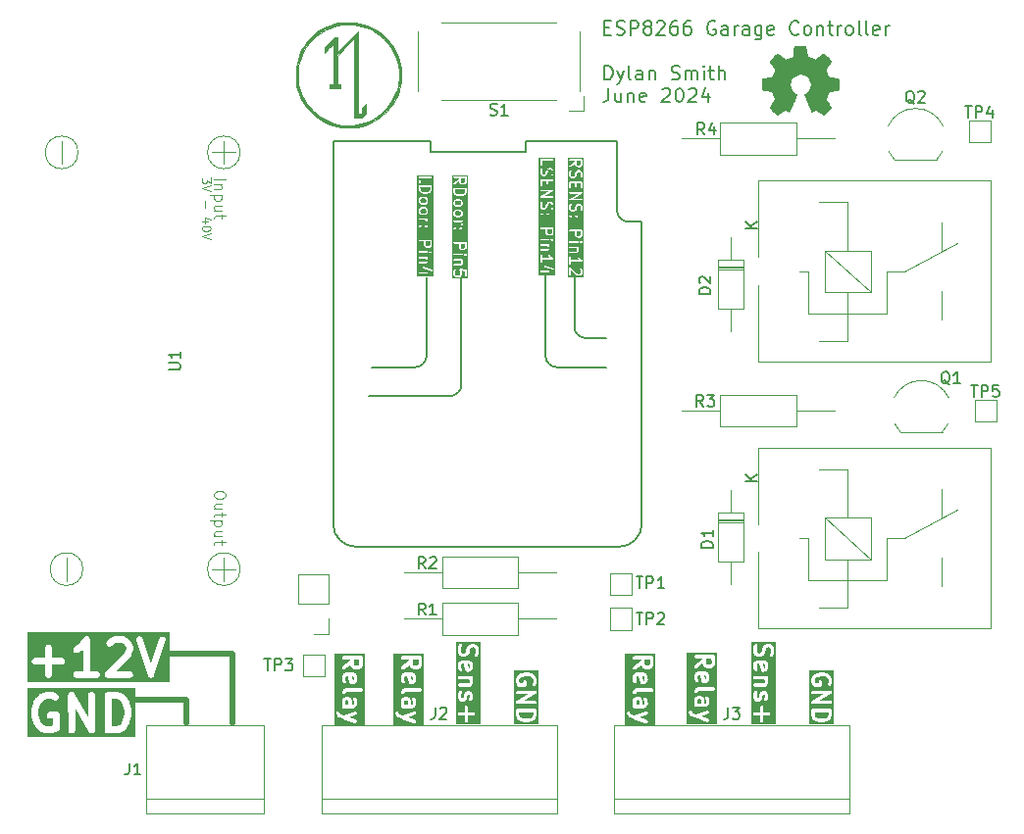
<source format=gbr>
%TF.GenerationSoftware,KiCad,Pcbnew,8.0.3-8.0.3-0~ubuntu22.04.1*%
%TF.CreationDate,2024-06-14T00:20:48-04:00*%
%TF.ProjectId,GarageDoor,47617261-6765-4446-9f6f-722e6b696361,rev?*%
%TF.SameCoordinates,Original*%
%TF.FileFunction,Legend,Top*%
%TF.FilePolarity,Positive*%
%FSLAX46Y46*%
G04 Gerber Fmt 4.6, Leading zero omitted, Abs format (unit mm)*
G04 Created by KiCad (PCBNEW 8.0.3-8.0.3-0~ubuntu22.04.1) date 2024-06-14 00:20:48*
%MOMM*%
%LPD*%
G01*
G04 APERTURE LIST*
%ADD10C,0.200000*%
%ADD11C,0.500000*%
%ADD12C,0.150000*%
%ADD13C,0.600000*%
%ADD14C,0.300000*%
%ADD15C,0.100000*%
%ADD16C,0.120000*%
%ADD17C,0.010000*%
G04 APERTURE END LIST*
D10*
X63750000Y-55250000D02*
G75*
G02*
X62750000Y-56250000I-1000000J0D01*
G01*
X77500000Y-53750000D02*
G75*
G02*
X76500000Y-52750000I0J1000000D01*
G01*
X66750000Y-57750000D02*
G75*
G02*
X65750000Y-58750000I-1000000J0D01*
G01*
X75000000Y-56250000D02*
G75*
G02*
X74000000Y-55250000I0J1000000D01*
G01*
X77500000Y-53750000D02*
X79250000Y-53750000D01*
X63750000Y-55250000D02*
X63750000Y-48500000D01*
X62750000Y-56250000D02*
X59000000Y-56250000D01*
X66750000Y-48500000D02*
X66750000Y-57750000D01*
D11*
X38500000Y-85000000D02*
X43000000Y-85000000D01*
X47000000Y-87000000D02*
X47000000Y-81000000D01*
D10*
X65750000Y-58750000D02*
X58750000Y-58750000D01*
D11*
X41500000Y-81000000D02*
X47000000Y-81000000D01*
D10*
X76500000Y-48250000D02*
X76500000Y-52750000D01*
X74000000Y-48250000D02*
X74000000Y-55250000D01*
X75000000Y-56250000D02*
X79250000Y-56250000D01*
D11*
X43000000Y-87000000D02*
X43000000Y-85000000D01*
D12*
G36*
X67056495Y-45864465D02*
G01*
X67023128Y-45933231D01*
X66992883Y-45964559D01*
X66924026Y-46000017D01*
X66816394Y-46001002D01*
X66748013Y-45967822D01*
X66716685Y-45937577D01*
X66681314Y-45868889D01*
X66680253Y-45577664D01*
X67055448Y-45577131D01*
X67056495Y-45864465D01*
G37*
G36*
X66655205Y-42800974D02*
G01*
X66686532Y-42831218D01*
X66721990Y-42900075D01*
X66722975Y-43007707D01*
X66689795Y-43076088D01*
X66659550Y-43107416D01*
X66590827Y-43142805D01*
X66340508Y-43144006D01*
X66271823Y-43110679D01*
X66240495Y-43080433D01*
X66205036Y-43011578D01*
X66204051Y-42903947D01*
X66237232Y-42835564D01*
X66267477Y-42804236D01*
X66336200Y-42768847D01*
X66586519Y-42767646D01*
X66655205Y-42800974D01*
G37*
G36*
X66655205Y-41896212D02*
G01*
X66686532Y-41926456D01*
X66721990Y-41995313D01*
X66722975Y-42102945D01*
X66689795Y-42171326D01*
X66659550Y-42202654D01*
X66590827Y-42238043D01*
X66340508Y-42239244D01*
X66271823Y-42205917D01*
X66240495Y-42175671D01*
X66205036Y-42106816D01*
X66204051Y-41999185D01*
X66237232Y-41930802D01*
X66267477Y-41899474D01*
X66336200Y-41864085D01*
X66586519Y-41862884D01*
X66655205Y-41896212D01*
G37*
G36*
X67056447Y-41059131D02*
G01*
X67018709Y-41175727D01*
X66945919Y-41249935D01*
X66870783Y-41288627D01*
X66697353Y-41333245D01*
X66572581Y-41334387D01*
X66399458Y-41292361D01*
X66319648Y-41253636D01*
X66243923Y-41179358D01*
X66205130Y-41066280D01*
X66204249Y-40911673D01*
X67055600Y-40910464D01*
X67056447Y-41059131D01*
G37*
G36*
X67056495Y-40197798D02*
G01*
X67023128Y-40266564D01*
X66992883Y-40297892D01*
X66924026Y-40333350D01*
X66816394Y-40334335D01*
X66748013Y-40301155D01*
X66716685Y-40270910D01*
X66681314Y-40202222D01*
X66680854Y-40076076D01*
X66681354Y-40073249D01*
X66680836Y-40070911D01*
X66680253Y-39910997D01*
X67055448Y-39910464D01*
X67056495Y-40197798D01*
G37*
G36*
X67316291Y-48594318D02*
G01*
X65944069Y-48594318D01*
X65944069Y-47979636D01*
X66055180Y-47979636D01*
X66056472Y-48206241D01*
X66055769Y-48208351D01*
X66056546Y-48219293D01*
X66056621Y-48232363D01*
X66057651Y-48234851D01*
X66057843Y-48237541D01*
X66063098Y-48251273D01*
X66111790Y-48345825D01*
X66115440Y-48354637D01*
X66117823Y-48357541D01*
X66118551Y-48358954D01*
X66120049Y-48360253D01*
X66124767Y-48366002D01*
X66173802Y-48413343D01*
X66179435Y-48419838D01*
X66182580Y-48421817D01*
X66183751Y-48422948D01*
X66185578Y-48423705D01*
X66191878Y-48427670D01*
X66277767Y-48469345D01*
X66278989Y-48470567D01*
X66287848Y-48474236D01*
X66300847Y-48480544D01*
X66303536Y-48480735D01*
X66306025Y-48481766D01*
X66320657Y-48483207D01*
X66547261Y-48481914D01*
X66549371Y-48482618D01*
X66560313Y-48481840D01*
X66573384Y-48481766D01*
X66575873Y-48480734D01*
X66578561Y-48480544D01*
X66592293Y-48475289D01*
X66686849Y-48426596D01*
X66695658Y-48422948D01*
X66698560Y-48420565D01*
X66699974Y-48419838D01*
X66701273Y-48418339D01*
X66707023Y-48413621D01*
X66754364Y-48364585D01*
X66760859Y-48358953D01*
X66762838Y-48355807D01*
X66763969Y-48354637D01*
X66764726Y-48352809D01*
X66768691Y-48346510D01*
X66810366Y-48260620D01*
X66811588Y-48259399D01*
X66815257Y-48250539D01*
X66821565Y-48237541D01*
X66821756Y-48234851D01*
X66822787Y-48232363D01*
X66824228Y-48217731D01*
X66822935Y-47991125D01*
X66823639Y-47989016D01*
X66822861Y-47978073D01*
X66822787Y-47965004D01*
X66821756Y-47962515D01*
X66821565Y-47959826D01*
X66816310Y-47946095D01*
X66806439Y-47926926D01*
X67055375Y-47951085D01*
X67056621Y-48375220D01*
X67067820Y-48402256D01*
X67088512Y-48422948D01*
X67115548Y-48434147D01*
X67144812Y-48434147D01*
X67171848Y-48422948D01*
X67192540Y-48402256D01*
X67203739Y-48375220D01*
X67205180Y-48360588D01*
X67203791Y-47887545D01*
X67204830Y-47877158D01*
X67203750Y-47873579D01*
X67203739Y-47869766D01*
X67199544Y-47859639D01*
X67196377Y-47849142D01*
X67193985Y-47846218D01*
X67192540Y-47842730D01*
X67184786Y-47834976D01*
X67177846Y-47826494D01*
X67174519Y-47824709D01*
X67171848Y-47822038D01*
X67161718Y-47817842D01*
X67152059Y-47812660D01*
X67146534Y-47811552D01*
X67144812Y-47810839D01*
X67142975Y-47810839D01*
X67137643Y-47809770D01*
X66671873Y-47764567D01*
X66668621Y-47763220D01*
X66657992Y-47763220D01*
X66646750Y-47762129D01*
X66643134Y-47763220D01*
X66639359Y-47763220D01*
X66629233Y-47767414D01*
X66618734Y-47770582D01*
X66615810Y-47772973D01*
X66612322Y-47774419D01*
X66604568Y-47782172D01*
X66596086Y-47789113D01*
X66594301Y-47792439D01*
X66591630Y-47795111D01*
X66587434Y-47805238D01*
X66582252Y-47814900D01*
X66581876Y-47818659D01*
X66580431Y-47822148D01*
X66580431Y-47833109D01*
X66579340Y-47844019D01*
X66580431Y-47847634D01*
X66580431Y-47851410D01*
X66584625Y-47861535D01*
X66587793Y-47872035D01*
X66590184Y-47874958D01*
X66591630Y-47878447D01*
X66600957Y-47889812D01*
X66638913Y-47926456D01*
X66674316Y-47995207D01*
X66675472Y-48197943D01*
X66642176Y-48266564D01*
X66611931Y-48297892D01*
X66543180Y-48333295D01*
X66340444Y-48334451D01*
X66271823Y-48301155D01*
X66240495Y-48270909D01*
X66205091Y-48202160D01*
X66203935Y-47999425D01*
X66237232Y-47930802D01*
X66287779Y-47878447D01*
X66298978Y-47851411D01*
X66298978Y-47822148D01*
X66287779Y-47795112D01*
X66267086Y-47774419D01*
X66240050Y-47763220D01*
X66210787Y-47763220D01*
X66183751Y-47774419D01*
X66172386Y-47783746D01*
X66125045Y-47832780D01*
X66118551Y-47838413D01*
X66116570Y-47841558D01*
X66115440Y-47842730D01*
X66114683Y-47844557D01*
X66110718Y-47850856D01*
X66069041Y-47936746D01*
X66067820Y-47937968D01*
X66064149Y-47946827D01*
X66057843Y-47959826D01*
X66057651Y-47962515D01*
X66056621Y-47965004D01*
X66055180Y-47979636D01*
X65944069Y-47979636D01*
X65944069Y-46965004D01*
X66056621Y-46965004D01*
X66056621Y-46994268D01*
X66067820Y-47021304D01*
X66088512Y-47041996D01*
X66115548Y-47053195D01*
X66130180Y-47054636D01*
X66670146Y-47053493D01*
X66686532Y-47069313D01*
X66721990Y-47138170D01*
X66722975Y-47245802D01*
X66694546Y-47304392D01*
X66638510Y-47333248D01*
X66115548Y-47334648D01*
X66088512Y-47345847D01*
X66067820Y-47366539D01*
X66056621Y-47393575D01*
X66056621Y-47422839D01*
X66067820Y-47449875D01*
X66088512Y-47470567D01*
X66115548Y-47481766D01*
X66130180Y-47483207D01*
X66642264Y-47481836D01*
X66644609Y-47482618D01*
X66656129Y-47481799D01*
X66668622Y-47481766D01*
X66671111Y-47480734D01*
X66673799Y-47480544D01*
X66687531Y-47475289D01*
X66778915Y-47428229D01*
X66786370Y-47425745D01*
X66790212Y-47422412D01*
X66795212Y-47419838D01*
X66801373Y-47412733D01*
X66808478Y-47406572D01*
X66813139Y-47399166D01*
X66814385Y-47397730D01*
X66814769Y-47396576D01*
X66816310Y-47394129D01*
X66857985Y-47308239D01*
X66859207Y-47307018D01*
X66862876Y-47298158D01*
X66869184Y-47285160D01*
X66869375Y-47282470D01*
X66870406Y-47279982D01*
X66871847Y-47265350D01*
X66870642Y-47133719D01*
X66871258Y-47131873D01*
X66870532Y-47121658D01*
X66870406Y-47107861D01*
X66869375Y-47105372D01*
X66869184Y-47102683D01*
X66863929Y-47088952D01*
X66839329Y-47041181D01*
X66859207Y-47021304D01*
X66870406Y-46994268D01*
X66870406Y-46965004D01*
X66859207Y-46937968D01*
X66838515Y-46917276D01*
X66811479Y-46906077D01*
X66796847Y-46904636D01*
X66115548Y-46906077D01*
X66088512Y-46917276D01*
X66067820Y-46937968D01*
X66056621Y-46965004D01*
X65944069Y-46965004D01*
X65944069Y-46488814D01*
X66056621Y-46488814D01*
X66056621Y-46518078D01*
X66067820Y-46545114D01*
X66088512Y-46565806D01*
X66115548Y-46577005D01*
X66130180Y-46578446D01*
X66811479Y-46577005D01*
X66838515Y-46565806D01*
X66859207Y-46545114D01*
X66870406Y-46518078D01*
X66870406Y-46488815D01*
X66961383Y-46488815D01*
X66961383Y-46518077D01*
X66972582Y-46545114D01*
X66981909Y-46556479D01*
X67040893Y-46613425D01*
X67067929Y-46624624D01*
X67067930Y-46624624D01*
X67097192Y-46624624D01*
X67124229Y-46613425D01*
X67135594Y-46604098D01*
X67192540Y-46545114D01*
X67203739Y-46518078D01*
X67203739Y-46488815D01*
X67196136Y-46470459D01*
X67192540Y-46461778D01*
X67183213Y-46450413D01*
X67124229Y-46393467D01*
X67097192Y-46382268D01*
X67067929Y-46382268D01*
X67040893Y-46393467D01*
X67029528Y-46402794D01*
X66972582Y-46461778D01*
X66961383Y-46488815D01*
X66870406Y-46488815D01*
X66870406Y-46488814D01*
X66859207Y-46461778D01*
X66838515Y-46441086D01*
X66811479Y-46429887D01*
X66796847Y-46428446D01*
X66115548Y-46429887D01*
X66088512Y-46441086D01*
X66067820Y-46461778D01*
X66056621Y-46488814D01*
X65944069Y-46488814D01*
X65944069Y-45488814D01*
X66056621Y-45488814D01*
X66056621Y-45518078D01*
X66067820Y-45545114D01*
X66088512Y-45565806D01*
X66115548Y-45577005D01*
X66130180Y-45578446D01*
X66531642Y-45577875D01*
X66532716Y-45872748D01*
X66531960Y-45875017D01*
X66532765Y-45886358D01*
X66532812Y-45899030D01*
X66533843Y-45901519D01*
X66534034Y-45904207D01*
X66539289Y-45917939D01*
X66587981Y-46012495D01*
X66591630Y-46021304D01*
X66594012Y-46024206D01*
X66594740Y-46025620D01*
X66596238Y-46026919D01*
X66600957Y-46032669D01*
X66649992Y-46080010D01*
X66655625Y-46086505D01*
X66658770Y-46088484D01*
X66659941Y-46089615D01*
X66661768Y-46090372D01*
X66668068Y-46094337D01*
X66753957Y-46136012D01*
X66755179Y-46137234D01*
X66764038Y-46140903D01*
X66777037Y-46147211D01*
X66779726Y-46147402D01*
X66782215Y-46148433D01*
X66796847Y-46149874D01*
X66928476Y-46148669D01*
X66930323Y-46149285D01*
X66940537Y-46148559D01*
X66954336Y-46148433D01*
X66956825Y-46147401D01*
X66959513Y-46147211D01*
X66973245Y-46141956D01*
X67067801Y-46093263D01*
X67076610Y-46089615D01*
X67079512Y-46087232D01*
X67080926Y-46086505D01*
X67082225Y-46085006D01*
X67087975Y-46080288D01*
X67135316Y-46031252D01*
X67141811Y-46025620D01*
X67143790Y-46022474D01*
X67144921Y-46021304D01*
X67145678Y-46019476D01*
X67149643Y-46013177D01*
X67191318Y-45927287D01*
X67192540Y-45926066D01*
X67196209Y-45917206D01*
X67202517Y-45904208D01*
X67202708Y-45901518D01*
X67203739Y-45899030D01*
X67205180Y-45884398D01*
X67203739Y-45488814D01*
X67192540Y-45461778D01*
X67171848Y-45441086D01*
X67144812Y-45429887D01*
X67130180Y-45428446D01*
X66115548Y-45429887D01*
X66088512Y-45441086D01*
X66067820Y-45461778D01*
X66056621Y-45488814D01*
X65944069Y-45488814D01*
X65944069Y-44250719D01*
X66056621Y-44250719D01*
X66056621Y-44279982D01*
X66067819Y-44307018D01*
X66067820Y-44307019D01*
X66077148Y-44318385D01*
X66136133Y-44375331D01*
X66163169Y-44386529D01*
X66192432Y-44386529D01*
X66219468Y-44375330D01*
X66230833Y-44366003D01*
X66287779Y-44307019D01*
X66298978Y-44279983D01*
X66298978Y-44250720D01*
X66580431Y-44250720D01*
X66580431Y-44279982D01*
X66591630Y-44307019D01*
X66600957Y-44318384D01*
X66659941Y-44375330D01*
X66686977Y-44386529D01*
X66686978Y-44386529D01*
X66716240Y-44386529D01*
X66743277Y-44375330D01*
X66754642Y-44366003D01*
X66811588Y-44307019D01*
X66822787Y-44279983D01*
X66822787Y-44250720D01*
X66815184Y-44232364D01*
X66811588Y-44223683D01*
X66802261Y-44212318D01*
X66743277Y-44155372D01*
X66716240Y-44144173D01*
X66686977Y-44144173D01*
X66659941Y-44155372D01*
X66648576Y-44164699D01*
X66591630Y-44223683D01*
X66580431Y-44250720D01*
X66298978Y-44250720D01*
X66291375Y-44232364D01*
X66287779Y-44223683D01*
X66278452Y-44212318D01*
X66219468Y-44155372D01*
X66219466Y-44155371D01*
X66192432Y-44144173D01*
X66163169Y-44144173D01*
X66136133Y-44155371D01*
X66124767Y-44164699D01*
X66067820Y-44223683D01*
X66067819Y-44223684D01*
X66064224Y-44232364D01*
X66056621Y-44250719D01*
X65944069Y-44250719D01*
X65944069Y-43631671D01*
X66056621Y-43631671D01*
X66056621Y-43660935D01*
X66067820Y-43687971D01*
X66088512Y-43708663D01*
X66115548Y-43719862D01*
X66130180Y-43721303D01*
X66587156Y-43720336D01*
X66655205Y-43753355D01*
X66686532Y-43783599D01*
X66722054Y-43852580D01*
X66723288Y-43946649D01*
X66734487Y-43973685D01*
X66755179Y-43994377D01*
X66782215Y-44005576D01*
X66811479Y-44005576D01*
X66838515Y-43994377D01*
X66859207Y-43973685D01*
X66870406Y-43946649D01*
X66871847Y-43932017D01*
X66870741Y-43847709D01*
X66871258Y-43846159D01*
X66870599Y-43836888D01*
X66870406Y-43822147D01*
X66869375Y-43819658D01*
X66869184Y-43816969D01*
X66863929Y-43803238D01*
X66819321Y-43716613D01*
X66838515Y-43708663D01*
X66859207Y-43687971D01*
X66870406Y-43660935D01*
X66870406Y-43631671D01*
X66859207Y-43604635D01*
X66838515Y-43583943D01*
X66811479Y-43572744D01*
X66796847Y-43571303D01*
X66115548Y-43572744D01*
X66088512Y-43583943D01*
X66067820Y-43604635D01*
X66056621Y-43631671D01*
X65944069Y-43631671D01*
X65944069Y-42884398D01*
X66055180Y-42884398D01*
X66056384Y-43016028D01*
X66055769Y-43017875D01*
X66056494Y-43028089D01*
X66056621Y-43041887D01*
X66057651Y-43044375D01*
X66057843Y-43047065D01*
X66063098Y-43060797D01*
X66111790Y-43155349D01*
X66115440Y-43164161D01*
X66117823Y-43167065D01*
X66118551Y-43168478D01*
X66120049Y-43169777D01*
X66124767Y-43175526D01*
X66173802Y-43222867D01*
X66179435Y-43229362D01*
X66182580Y-43231341D01*
X66183751Y-43232472D01*
X66185578Y-43233229D01*
X66191878Y-43237194D01*
X66277767Y-43278869D01*
X66278989Y-43280091D01*
X66287848Y-43283760D01*
X66300847Y-43290068D01*
X66303536Y-43290259D01*
X66306025Y-43291290D01*
X66320657Y-43292731D01*
X66594811Y-43291415D01*
X66596990Y-43292142D01*
X66608110Y-43291351D01*
X66621003Y-43291290D01*
X66623492Y-43290258D01*
X66626180Y-43290068D01*
X66639912Y-43284813D01*
X66734468Y-43236120D01*
X66743277Y-43232472D01*
X66746179Y-43230089D01*
X66747593Y-43229362D01*
X66748892Y-43227863D01*
X66754642Y-43223145D01*
X66801983Y-43174109D01*
X66808478Y-43168477D01*
X66810457Y-43165331D01*
X66811588Y-43164161D01*
X66812345Y-43162333D01*
X66816310Y-43156034D01*
X66857985Y-43070144D01*
X66859207Y-43068923D01*
X66862876Y-43060063D01*
X66869184Y-43047065D01*
X66869375Y-43044375D01*
X66870406Y-43041887D01*
X66871847Y-43027255D01*
X66870642Y-42895624D01*
X66871258Y-42893778D01*
X66870532Y-42883563D01*
X66870406Y-42869766D01*
X66869375Y-42867277D01*
X66869184Y-42864588D01*
X66863929Y-42850857D01*
X66815237Y-42756302D01*
X66811588Y-42747492D01*
X66809205Y-42744589D01*
X66808478Y-42743176D01*
X66806979Y-42741876D01*
X66802261Y-42736127D01*
X66753225Y-42688785D01*
X66747593Y-42682291D01*
X66744447Y-42680311D01*
X66743277Y-42679181D01*
X66741449Y-42678423D01*
X66735150Y-42674459D01*
X66649261Y-42632784D01*
X66648039Y-42631562D01*
X66639173Y-42627889D01*
X66626180Y-42621585D01*
X66623492Y-42621394D01*
X66621003Y-42620363D01*
X66606371Y-42618922D01*
X66332216Y-42620237D01*
X66330037Y-42619511D01*
X66318916Y-42620301D01*
X66306025Y-42620363D01*
X66303536Y-42621393D01*
X66300847Y-42621585D01*
X66287116Y-42626840D01*
X66192561Y-42675531D01*
X66183751Y-42679181D01*
X66180848Y-42681563D01*
X66179435Y-42682291D01*
X66178135Y-42683789D01*
X66172386Y-42688508D01*
X66125045Y-42737542D01*
X66118551Y-42743175D01*
X66116570Y-42746320D01*
X66115440Y-42747492D01*
X66114683Y-42749319D01*
X66110718Y-42755618D01*
X66069041Y-42841508D01*
X66067820Y-42842730D01*
X66064149Y-42851589D01*
X66057843Y-42864588D01*
X66057651Y-42867277D01*
X66056621Y-42869766D01*
X66055180Y-42884398D01*
X65944069Y-42884398D01*
X65944069Y-41979636D01*
X66055180Y-41979636D01*
X66056384Y-42111266D01*
X66055769Y-42113113D01*
X66056494Y-42123327D01*
X66056621Y-42137125D01*
X66057651Y-42139613D01*
X66057843Y-42142303D01*
X66063098Y-42156035D01*
X66111790Y-42250587D01*
X66115440Y-42259399D01*
X66117823Y-42262303D01*
X66118551Y-42263716D01*
X66120049Y-42265015D01*
X66124767Y-42270764D01*
X66173802Y-42318105D01*
X66179435Y-42324600D01*
X66182580Y-42326579D01*
X66183751Y-42327710D01*
X66185578Y-42328467D01*
X66191878Y-42332432D01*
X66277767Y-42374107D01*
X66278989Y-42375329D01*
X66287848Y-42378998D01*
X66300847Y-42385306D01*
X66303536Y-42385497D01*
X66306025Y-42386528D01*
X66320657Y-42387969D01*
X66594811Y-42386653D01*
X66596990Y-42387380D01*
X66608110Y-42386589D01*
X66621003Y-42386528D01*
X66623492Y-42385496D01*
X66626180Y-42385306D01*
X66639912Y-42380051D01*
X66734468Y-42331358D01*
X66743277Y-42327710D01*
X66746179Y-42325327D01*
X66747593Y-42324600D01*
X66748892Y-42323101D01*
X66754642Y-42318383D01*
X66801983Y-42269347D01*
X66808478Y-42263715D01*
X66810457Y-42260569D01*
X66811588Y-42259399D01*
X66812345Y-42257571D01*
X66816310Y-42251272D01*
X66857985Y-42165382D01*
X66859207Y-42164161D01*
X66862876Y-42155301D01*
X66869184Y-42142303D01*
X66869375Y-42139613D01*
X66870406Y-42137125D01*
X66871847Y-42122493D01*
X66870642Y-41990862D01*
X66871258Y-41989016D01*
X66870532Y-41978801D01*
X66870406Y-41965004D01*
X66869375Y-41962515D01*
X66869184Y-41959826D01*
X66863929Y-41946095D01*
X66815237Y-41851540D01*
X66811588Y-41842730D01*
X66809205Y-41839827D01*
X66808478Y-41838414D01*
X66806979Y-41837114D01*
X66802261Y-41831365D01*
X66753225Y-41784023D01*
X66747593Y-41777529D01*
X66744447Y-41775549D01*
X66743277Y-41774419D01*
X66741449Y-41773661D01*
X66735150Y-41769697D01*
X66649261Y-41728022D01*
X66648039Y-41726800D01*
X66639173Y-41723127D01*
X66626180Y-41716823D01*
X66623492Y-41716632D01*
X66621003Y-41715601D01*
X66606371Y-41714160D01*
X66332216Y-41715475D01*
X66330037Y-41714749D01*
X66318916Y-41715539D01*
X66306025Y-41715601D01*
X66303536Y-41716631D01*
X66300847Y-41716823D01*
X66287116Y-41722078D01*
X66192561Y-41770769D01*
X66183751Y-41774419D01*
X66180848Y-41776801D01*
X66179435Y-41777529D01*
X66178135Y-41779027D01*
X66172386Y-41783746D01*
X66125045Y-41832780D01*
X66118551Y-41838413D01*
X66116570Y-41841558D01*
X66115440Y-41842730D01*
X66114683Y-41844557D01*
X66110718Y-41850856D01*
X66069041Y-41936746D01*
X66067820Y-41937968D01*
X66064149Y-41946827D01*
X66057843Y-41959826D01*
X66057651Y-41962515D01*
X66056621Y-41965004D01*
X66055180Y-41979636D01*
X65944069Y-41979636D01*
X65944069Y-40836779D01*
X66055180Y-40836779D01*
X66056529Y-41073544D01*
X66055769Y-41084255D01*
X66056612Y-41087963D01*
X66056621Y-41089506D01*
X66057379Y-41091336D01*
X66059029Y-41098592D01*
X66104241Y-41230382D01*
X66104241Y-41232362D01*
X66108194Y-41241905D01*
X66112643Y-41254874D01*
X66114409Y-41256910D01*
X66115440Y-41259399D01*
X66124767Y-41270764D01*
X66220534Y-41364701D01*
X66227054Y-41372219D01*
X66230247Y-41374229D01*
X66231370Y-41375330D01*
X66233202Y-41376088D01*
X66239497Y-41380051D01*
X66330729Y-41424319D01*
X66336240Y-41428402D01*
X66347255Y-41432337D01*
X66348466Y-41432925D01*
X66349006Y-41432963D01*
X66350086Y-41433349D01*
X66536451Y-41478589D01*
X66544120Y-41481766D01*
X66553234Y-41482663D01*
X66555106Y-41483118D01*
X66556198Y-41482955D01*
X66558752Y-41483207D01*
X66697331Y-41481939D01*
X66705255Y-41483118D01*
X66714279Y-41481783D01*
X66716241Y-41481766D01*
X66717262Y-41481343D01*
X66719799Y-41480968D01*
X66904497Y-41433450D01*
X66911894Y-41432925D01*
X66922876Y-41428722D01*
X66924121Y-41428402D01*
X66924556Y-41428079D01*
X66925626Y-41427670D01*
X67020182Y-41378977D01*
X67028991Y-41375329D01*
X67031893Y-41372946D01*
X67033307Y-41372219D01*
X67034606Y-41370720D01*
X67040356Y-41366002D01*
X67126840Y-41277832D01*
X67128544Y-41276981D01*
X67135173Y-41269337D01*
X67144922Y-41259399D01*
X67145953Y-41256908D01*
X67147718Y-41254874D01*
X67153712Y-41241448D01*
X67199861Y-41098866D01*
X67203739Y-41089506D01*
X67204109Y-41085742D01*
X67204591Y-41084255D01*
X67204450Y-41082280D01*
X67205180Y-41074874D01*
X67203739Y-40822147D01*
X67192540Y-40795111D01*
X67171848Y-40774419D01*
X67144812Y-40763220D01*
X67130180Y-40761779D01*
X66115548Y-40763220D01*
X66088512Y-40774419D01*
X66067820Y-40795111D01*
X66056621Y-40822147D01*
X66055180Y-40836779D01*
X65944069Y-40836779D01*
X65944069Y-40409832D01*
X66055198Y-40409832D01*
X66061527Y-40438403D01*
X66078309Y-40462377D01*
X66102988Y-40478104D01*
X66131805Y-40483189D01*
X66160376Y-40476860D01*
X66173190Y-40469649D01*
X66532559Y-40216793D01*
X66532765Y-40219691D01*
X66532812Y-40232363D01*
X66533843Y-40234852D01*
X66534034Y-40237540D01*
X66539289Y-40251272D01*
X66587981Y-40345828D01*
X66591630Y-40354637D01*
X66594012Y-40357539D01*
X66594740Y-40358953D01*
X66596238Y-40360252D01*
X66600957Y-40366002D01*
X66649992Y-40413343D01*
X66655625Y-40419838D01*
X66658770Y-40421817D01*
X66659941Y-40422948D01*
X66661768Y-40423705D01*
X66668068Y-40427670D01*
X66753957Y-40469345D01*
X66755179Y-40470567D01*
X66764038Y-40474236D01*
X66777037Y-40480544D01*
X66779726Y-40480735D01*
X66782215Y-40481766D01*
X66796847Y-40483207D01*
X66928476Y-40482002D01*
X66930323Y-40482618D01*
X66940537Y-40481892D01*
X66954336Y-40481766D01*
X66956825Y-40480734D01*
X66959513Y-40480544D01*
X66973245Y-40475289D01*
X67067801Y-40426596D01*
X67076610Y-40422948D01*
X67079512Y-40420565D01*
X67080926Y-40419838D01*
X67082225Y-40418339D01*
X67087975Y-40413621D01*
X67135316Y-40364585D01*
X67141811Y-40358953D01*
X67143790Y-40355807D01*
X67144921Y-40354637D01*
X67145678Y-40352809D01*
X67149643Y-40346510D01*
X67191318Y-40260620D01*
X67192540Y-40259399D01*
X67196209Y-40250539D01*
X67202517Y-40237541D01*
X67202708Y-40234851D01*
X67203739Y-40232363D01*
X67205180Y-40217731D01*
X67203739Y-39822147D01*
X67192540Y-39795111D01*
X67171848Y-39774419D01*
X67144812Y-39763220D01*
X67130180Y-39761779D01*
X66115548Y-39763220D01*
X66088512Y-39774419D01*
X66067820Y-39795111D01*
X66056621Y-39822147D01*
X66056621Y-39851411D01*
X66067820Y-39878447D01*
X66088512Y-39899139D01*
X66115548Y-39910338D01*
X66130180Y-39911779D01*
X66531642Y-39911208D01*
X66532094Y-40035430D01*
X66076010Y-40356336D01*
X66060283Y-40381015D01*
X66055198Y-40409832D01*
X65944069Y-40409832D01*
X65944069Y-39650668D01*
X67316291Y-39650668D01*
X67316291Y-48594318D01*
G37*
D13*
G36*
X41594429Y-83434721D02*
G01*
X29331084Y-83434721D01*
X29331084Y-81619373D01*
X29664417Y-81619373D01*
X29664417Y-81697689D01*
X29684686Y-81773336D01*
X29723844Y-81841159D01*
X29779222Y-81896537D01*
X29847045Y-81935695D01*
X29922692Y-81955964D01*
X29961850Y-81958531D01*
X30806299Y-81957598D01*
X30807274Y-82840546D01*
X30827543Y-82916193D01*
X30866701Y-82984016D01*
X30922079Y-83039394D01*
X30989902Y-83078552D01*
X31065549Y-83098821D01*
X31143865Y-83098821D01*
X31219512Y-83078552D01*
X31287335Y-83039394D01*
X31342713Y-82984016D01*
X31381871Y-82916193D01*
X31402140Y-82840546D01*
X31404707Y-82801388D01*
X31403774Y-81956938D01*
X32286723Y-81955964D01*
X32362370Y-81935695D01*
X32430193Y-81896537D01*
X32485571Y-81841159D01*
X32524729Y-81773336D01*
X32544998Y-81697689D01*
X32544998Y-81619373D01*
X32524729Y-81543726D01*
X32485571Y-81475903D01*
X32430193Y-81420525D01*
X32362370Y-81381367D01*
X32286723Y-81361098D01*
X32247565Y-81358531D01*
X31403114Y-81359463D01*
X31402364Y-80679799D01*
X33234034Y-80679799D01*
X33249735Y-80756524D01*
X33284759Y-80826572D01*
X33336719Y-80885168D01*
X33402074Y-80928318D01*
X33476372Y-80953084D01*
X33554547Y-80957776D01*
X33631272Y-80942075D01*
X33667444Y-80926859D01*
X33927375Y-80794557D01*
X33933798Y-80792837D01*
X33956441Y-80779763D01*
X33987033Y-80764193D01*
X33993793Y-80758198D01*
X34001621Y-80753679D01*
X34031125Y-80727805D01*
X34091153Y-80667077D01*
X34092703Y-82503078D01*
X33494121Y-82503955D01*
X33418474Y-82524224D01*
X33350651Y-82563382D01*
X33295273Y-82618760D01*
X33256115Y-82686583D01*
X33235846Y-82762230D01*
X33235846Y-82840546D01*
X33256115Y-82916193D01*
X33295273Y-82984016D01*
X33350651Y-83039394D01*
X33418474Y-83078552D01*
X33494121Y-83098821D01*
X33533279Y-83101388D01*
X35286723Y-83098821D01*
X35362370Y-83078552D01*
X35430193Y-83039394D01*
X35485571Y-82984016D01*
X35524729Y-82916193D01*
X35544998Y-82840546D01*
X35544998Y-82762230D01*
X35950132Y-82762230D01*
X35950132Y-82840546D01*
X35970401Y-82916193D01*
X36009559Y-82984016D01*
X36064937Y-83039394D01*
X36132760Y-83078552D01*
X36208407Y-83098821D01*
X36247565Y-83101388D01*
X38143866Y-83098821D01*
X38219513Y-83078552D01*
X38287336Y-83039394D01*
X38342714Y-82984016D01*
X38381872Y-82916193D01*
X38402141Y-82840546D01*
X38402141Y-82762230D01*
X38381872Y-82686583D01*
X38342714Y-82618760D01*
X38287336Y-82563382D01*
X38219513Y-82524224D01*
X38143866Y-82503955D01*
X38104708Y-82501388D01*
X36969229Y-82502925D01*
X38166473Y-81303182D01*
X38188487Y-81283663D01*
X38193441Y-81276158D01*
X38199857Y-81269730D01*
X38214977Y-81243540D01*
X38231638Y-81218307D01*
X38236668Y-81205971D01*
X38239015Y-81201907D01*
X38240335Y-81196979D01*
X38246456Y-81181970D01*
X38378232Y-80779639D01*
X38381872Y-80773336D01*
X38388953Y-80746908D01*
X38399260Y-80715440D01*
X38399801Y-80706420D01*
X38402141Y-80697689D01*
X38404708Y-80658531D01*
X38402476Y-80376145D01*
X38403953Y-80351549D01*
X38402215Y-80343057D01*
X38402141Y-80333658D01*
X38394313Y-80304445D01*
X38388252Y-80274824D01*
X38383087Y-80262545D01*
X38381872Y-80258011D01*
X38379320Y-80253591D01*
X38373036Y-80238652D01*
X38240736Y-79978721D01*
X38239015Y-79972297D01*
X38225940Y-79949650D01*
X38210371Y-79919062D01*
X38204376Y-79912301D01*
X38199857Y-79904474D01*
X38173983Y-79874970D01*
X38077093Y-79780121D01*
X38662606Y-79780121D01*
X38667298Y-79858296D01*
X38677246Y-79896256D01*
X39674112Y-82878880D01*
X39678307Y-82899380D01*
X39686319Y-82915404D01*
X39692064Y-82932593D01*
X39703804Y-82950375D01*
X39713331Y-82969428D01*
X39725284Y-82982908D01*
X39735215Y-82997949D01*
X39751156Y-83012085D01*
X39765290Y-83028024D01*
X39780327Y-83037952D01*
X39793811Y-83049909D01*
X39812870Y-83059438D01*
X39830646Y-83071175D01*
X39847737Y-83076872D01*
X39863859Y-83084933D01*
X39884736Y-83089205D01*
X39904943Y-83095941D01*
X39922925Y-83097020D01*
X39940584Y-83100634D01*
X39961857Y-83099356D01*
X39983118Y-83100633D01*
X40000768Y-83097021D01*
X40018759Y-83095941D01*
X40038973Y-83089202D01*
X40059843Y-83084932D01*
X40075958Y-83076874D01*
X40093056Y-83071175D01*
X40110839Y-83059433D01*
X40129891Y-83049908D01*
X40143367Y-83037957D01*
X40158412Y-83028025D01*
X40172550Y-83012080D01*
X40188487Y-82997949D01*
X40198414Y-82982912D01*
X40210371Y-82969429D01*
X40219898Y-82950372D01*
X40231638Y-82932593D01*
X40244240Y-82901689D01*
X40245395Y-82899380D01*
X40245609Y-82898331D01*
X40246456Y-82896256D01*
X41256404Y-79858296D01*
X41261096Y-79780121D01*
X41245395Y-79703396D01*
X41210371Y-79633347D01*
X41158412Y-79574751D01*
X41093056Y-79531601D01*
X41018759Y-79506835D01*
X40940584Y-79502142D01*
X40863859Y-79517843D01*
X40793811Y-79552867D01*
X40735215Y-79604827D01*
X40692064Y-79670183D01*
X40677246Y-79706519D01*
X39962429Y-81856712D01*
X39231638Y-79670183D01*
X39188487Y-79604827D01*
X39129891Y-79552868D01*
X39059843Y-79517844D01*
X38983118Y-79502143D01*
X38904943Y-79506835D01*
X38830646Y-79531601D01*
X38765290Y-79574752D01*
X38713331Y-79633348D01*
X38678307Y-79703396D01*
X38662606Y-79780121D01*
X38077093Y-79780121D01*
X38048684Y-79752310D01*
X38045630Y-79747684D01*
X38027885Y-79731949D01*
X38001622Y-79706239D01*
X37993794Y-79701719D01*
X37987034Y-79695725D01*
X37953158Y-79675917D01*
X37669835Y-79536782D01*
X37648084Y-79524224D01*
X37639674Y-79521970D01*
X37631271Y-79517844D01*
X37601650Y-79511782D01*
X37572437Y-79503955D01*
X37559140Y-79503083D01*
X37554545Y-79502143D01*
X37549455Y-79502448D01*
X37533279Y-79501388D01*
X36825335Y-79503799D01*
X36797728Y-79502143D01*
X36789026Y-79503923D01*
X36779836Y-79503955D01*
X36750622Y-79511782D01*
X36721002Y-79517844D01*
X36708723Y-79523008D01*
X36704189Y-79524224D01*
X36699769Y-79526775D01*
X36684830Y-79533060D01*
X36424898Y-79665359D01*
X36418474Y-79667081D01*
X36395827Y-79680156D01*
X36365239Y-79695725D01*
X36358478Y-79701719D01*
X36350651Y-79706239D01*
X36321147Y-79732113D01*
X36152416Y-79904474D01*
X36113258Y-79972297D01*
X36092989Y-80047944D01*
X36092989Y-80126260D01*
X36113258Y-80201907D01*
X36152416Y-80269730D01*
X36207794Y-80325108D01*
X36275617Y-80364266D01*
X36351264Y-80384535D01*
X36429580Y-80384535D01*
X36505227Y-80364266D01*
X36573050Y-80325108D01*
X36602554Y-80299234D01*
X36707198Y-80192338D01*
X36886341Y-80101158D01*
X37459167Y-80099206D01*
X37638346Y-80187198D01*
X37713757Y-80261021D01*
X37805244Y-80440767D01*
X37806543Y-80605062D01*
X37702710Y-80922077D01*
X36009559Y-82618760D01*
X35970401Y-82686583D01*
X35950132Y-82762230D01*
X35544998Y-82762230D01*
X35524729Y-82686583D01*
X35485571Y-82618760D01*
X35430193Y-82563382D01*
X35362370Y-82524224D01*
X35286723Y-82503955D01*
X35247565Y-82501388D01*
X34690169Y-82502204D01*
X34687895Y-79810348D01*
X34689759Y-79781454D01*
X34687863Y-79771975D01*
X34687855Y-79762230D01*
X34680201Y-79733664D01*
X34674400Y-79704659D01*
X34670098Y-79695958D01*
X34667586Y-79686583D01*
X34652796Y-79660966D01*
X34639688Y-79634456D01*
X34633281Y-79627166D01*
X34628428Y-79618760D01*
X34607509Y-79597841D01*
X34587989Y-79575630D01*
X34579915Y-79570247D01*
X34573050Y-79563382D01*
X34547428Y-79548589D01*
X34522827Y-79532188D01*
X34513634Y-79529078D01*
X34505227Y-79524224D01*
X34476658Y-79516569D01*
X34448641Y-79507091D01*
X34438952Y-79506466D01*
X34429580Y-79503955D01*
X34400012Y-79503955D01*
X34370488Y-79502051D01*
X34360969Y-79503955D01*
X34351264Y-79503955D01*
X34322689Y-79511611D01*
X34293693Y-79517411D01*
X34284996Y-79521710D01*
X34275617Y-79524224D01*
X34249995Y-79539016D01*
X34223490Y-79552122D01*
X34216200Y-79558528D01*
X34207794Y-79563382D01*
X34186875Y-79584300D01*
X34164664Y-79603821D01*
X34155869Y-79615306D01*
X34152416Y-79618760D01*
X34149935Y-79623056D01*
X34140807Y-79634978D01*
X33879189Y-80031369D01*
X33646333Y-80266937D01*
X33365238Y-80410011D01*
X33306642Y-80461971D01*
X33263492Y-80527326D01*
X33238726Y-80601624D01*
X33234034Y-80679799D01*
X31402364Y-80679799D01*
X31402140Y-80476515D01*
X31381871Y-80400868D01*
X31342713Y-80333045D01*
X31287335Y-80277667D01*
X31219512Y-80238509D01*
X31143865Y-80218240D01*
X31065549Y-80218240D01*
X30989902Y-80238509D01*
X30922079Y-80277667D01*
X30866701Y-80333045D01*
X30827543Y-80400868D01*
X30807274Y-80476515D01*
X30804707Y-80515673D01*
X30805639Y-81360123D01*
X29922692Y-81361098D01*
X29847045Y-81381367D01*
X29779222Y-81420525D01*
X29723844Y-81475903D01*
X29684686Y-81543726D01*
X29664417Y-81619373D01*
X29331084Y-81619373D01*
X29331084Y-79168055D01*
X41594429Y-79168055D01*
X41594429Y-83434721D01*
G37*
D12*
G36*
X77056495Y-44793036D02*
G01*
X77023128Y-44861802D01*
X76992883Y-44893130D01*
X76924026Y-44928588D01*
X76816394Y-44929573D01*
X76748013Y-44896393D01*
X76716685Y-44866148D01*
X76681314Y-44797460D01*
X76680253Y-44506235D01*
X77055448Y-44505702D01*
X77056495Y-44793036D01*
G37*
G36*
X77056495Y-38697798D02*
G01*
X77023128Y-38766564D01*
X76992883Y-38797892D01*
X76924026Y-38833350D01*
X76816394Y-38834335D01*
X76748013Y-38801155D01*
X76716685Y-38770910D01*
X76681314Y-38702222D01*
X76680854Y-38576076D01*
X76681354Y-38573249D01*
X76680836Y-38570911D01*
X76680253Y-38410997D01*
X77055448Y-38410464D01*
X77056495Y-38697798D01*
G37*
G36*
X77316291Y-48475270D02*
G01*
X75944069Y-48475270D01*
X75944069Y-47670112D01*
X76055180Y-47670112D01*
X76056621Y-48303791D01*
X76067820Y-48330827D01*
X76088512Y-48351519D01*
X76115548Y-48362718D01*
X76144812Y-48362718D01*
X76171848Y-48351519D01*
X76192540Y-48330827D01*
X76203739Y-48303791D01*
X76205180Y-48289159D01*
X76204180Y-47849734D01*
X76641220Y-48285246D01*
X76642359Y-48287523D01*
X76651203Y-48295194D01*
X76659941Y-48303901D01*
X76662431Y-48304932D01*
X76664466Y-48306697D01*
X76677892Y-48312691D01*
X76820473Y-48358840D01*
X76829834Y-48362718D01*
X76833597Y-48363088D01*
X76835085Y-48363570D01*
X76837059Y-48363429D01*
X76844466Y-48364159D01*
X76928772Y-48363053D01*
X76930323Y-48363570D01*
X76939592Y-48362911D01*
X76954336Y-48362718D01*
X76956825Y-48361686D01*
X76959513Y-48361496D01*
X76973245Y-48356241D01*
X77067801Y-48307548D01*
X77076610Y-48303900D01*
X77079512Y-48301517D01*
X77080926Y-48300790D01*
X77082225Y-48299291D01*
X77087975Y-48294573D01*
X77135316Y-48245537D01*
X77141811Y-48239905D01*
X77143790Y-48236759D01*
X77144921Y-48235589D01*
X77145678Y-48233761D01*
X77149643Y-48227462D01*
X77191318Y-48141572D01*
X77192540Y-48140351D01*
X77196209Y-48131491D01*
X77202517Y-48118493D01*
X77202708Y-48115803D01*
X77203739Y-48113315D01*
X77205180Y-48098683D01*
X77203887Y-47872077D01*
X77204591Y-47869968D01*
X77203813Y-47859025D01*
X77203739Y-47845956D01*
X77202708Y-47843467D01*
X77202517Y-47840778D01*
X77197262Y-47827047D01*
X77148570Y-47732492D01*
X77144921Y-47723682D01*
X77142538Y-47720779D01*
X77141811Y-47719366D01*
X77140312Y-47718066D01*
X77135594Y-47712317D01*
X77076610Y-47655371D01*
X77049573Y-47644172D01*
X77020311Y-47644172D01*
X76993274Y-47655371D01*
X76972582Y-47676063D01*
X76961383Y-47703100D01*
X76961383Y-47732362D01*
X76972582Y-47759399D01*
X76981909Y-47770764D01*
X77019865Y-47807408D01*
X77055268Y-47876159D01*
X77056424Y-48078895D01*
X77023128Y-48147516D01*
X76992883Y-48178844D01*
X76923902Y-48214366D01*
X76859539Y-48215210D01*
X76743868Y-48177771D01*
X76171848Y-47607752D01*
X76144812Y-47596553D01*
X76115548Y-47596553D01*
X76088512Y-47607752D01*
X76067820Y-47628444D01*
X76056621Y-47655480D01*
X76055180Y-47670112D01*
X75944069Y-47670112D01*
X75944069Y-46765350D01*
X76055180Y-46765350D01*
X76056621Y-47351410D01*
X76067820Y-47378446D01*
X76088512Y-47399138D01*
X76115548Y-47410337D01*
X76144812Y-47410337D01*
X76171848Y-47399138D01*
X76192540Y-47378446D01*
X76203739Y-47351410D01*
X76205180Y-47336778D01*
X76204661Y-47125958D01*
X77123130Y-47124653D01*
X77130259Y-47126064D01*
X77137411Y-47124633D01*
X77144812Y-47124623D01*
X77151672Y-47121781D01*
X77158954Y-47120325D01*
X77165060Y-47116235D01*
X77171848Y-47113424D01*
X77177096Y-47108175D01*
X77183269Y-47104042D01*
X77187346Y-47097925D01*
X77192540Y-47092732D01*
X77195381Y-47085872D01*
X77199501Y-47079693D01*
X77200926Y-47072484D01*
X77203739Y-47065696D01*
X77203739Y-47058269D01*
X77205180Y-47050985D01*
X77203739Y-47043780D01*
X77203739Y-47036432D01*
X77200897Y-47029571D01*
X77199441Y-47022291D01*
X77195352Y-47016185D01*
X77192540Y-47009396D01*
X77187289Y-47004145D01*
X77183158Y-46997976D01*
X77171899Y-46988755D01*
X77171848Y-46988704D01*
X77171825Y-46988694D01*
X77171783Y-46988660D01*
X77039464Y-46901918D01*
X76955118Y-46819184D01*
X76903716Y-46719366D01*
X76881608Y-46700193D01*
X76853847Y-46690939D01*
X76824657Y-46693013D01*
X76798482Y-46706100D01*
X76779309Y-46728208D01*
X76770055Y-46755969D01*
X76772129Y-46785159D01*
X76777384Y-46798891D01*
X76826076Y-46893447D01*
X76829725Y-46902256D01*
X76832107Y-46905158D01*
X76832835Y-46906572D01*
X76834333Y-46907871D01*
X76839052Y-46913621D01*
X76903040Y-46976386D01*
X76204296Y-46977378D01*
X76203739Y-46750718D01*
X76192540Y-46723682D01*
X76171848Y-46702990D01*
X76144812Y-46691791D01*
X76115548Y-46691791D01*
X76088512Y-46702990D01*
X76067820Y-46723682D01*
X76056621Y-46750718D01*
X76055180Y-46765350D01*
X75944069Y-46765350D01*
X75944069Y-45893575D01*
X76056621Y-45893575D01*
X76056621Y-45922839D01*
X76067820Y-45949875D01*
X76088512Y-45970567D01*
X76115548Y-45981766D01*
X76130180Y-45983207D01*
X76670146Y-45982064D01*
X76686532Y-45997884D01*
X76721990Y-46066741D01*
X76722975Y-46174373D01*
X76694546Y-46232963D01*
X76638510Y-46261819D01*
X76115548Y-46263219D01*
X76088512Y-46274418D01*
X76067820Y-46295110D01*
X76056621Y-46322146D01*
X76056621Y-46351410D01*
X76067820Y-46378446D01*
X76088512Y-46399138D01*
X76115548Y-46410337D01*
X76130180Y-46411778D01*
X76642264Y-46410407D01*
X76644609Y-46411189D01*
X76656129Y-46410370D01*
X76668622Y-46410337D01*
X76671111Y-46409305D01*
X76673799Y-46409115D01*
X76687531Y-46403860D01*
X76778915Y-46356800D01*
X76786370Y-46354316D01*
X76790212Y-46350983D01*
X76795212Y-46348409D01*
X76801373Y-46341304D01*
X76808478Y-46335143D01*
X76813139Y-46327737D01*
X76814385Y-46326301D01*
X76814769Y-46325147D01*
X76816310Y-46322700D01*
X76857985Y-46236810D01*
X76859207Y-46235589D01*
X76862876Y-46226729D01*
X76869184Y-46213731D01*
X76869375Y-46211041D01*
X76870406Y-46208553D01*
X76871847Y-46193921D01*
X76870642Y-46062290D01*
X76871258Y-46060444D01*
X76870532Y-46050229D01*
X76870406Y-46036432D01*
X76869375Y-46033943D01*
X76869184Y-46031254D01*
X76863929Y-46017523D01*
X76839329Y-45969752D01*
X76859207Y-45949875D01*
X76870406Y-45922839D01*
X76870406Y-45893575D01*
X76859207Y-45866539D01*
X76838515Y-45845847D01*
X76811479Y-45834648D01*
X76796847Y-45833207D01*
X76115548Y-45834648D01*
X76088512Y-45845847D01*
X76067820Y-45866539D01*
X76056621Y-45893575D01*
X75944069Y-45893575D01*
X75944069Y-45417385D01*
X76056621Y-45417385D01*
X76056621Y-45446649D01*
X76067820Y-45473685D01*
X76088512Y-45494377D01*
X76115548Y-45505576D01*
X76130180Y-45507017D01*
X76811479Y-45505576D01*
X76838515Y-45494377D01*
X76859207Y-45473685D01*
X76870406Y-45446649D01*
X76870406Y-45417386D01*
X76961383Y-45417386D01*
X76961383Y-45446648D01*
X76972582Y-45473685D01*
X76981909Y-45485050D01*
X77040893Y-45541996D01*
X77067929Y-45553195D01*
X77067930Y-45553195D01*
X77097192Y-45553195D01*
X77124229Y-45541996D01*
X77135594Y-45532669D01*
X77192540Y-45473685D01*
X77203739Y-45446649D01*
X77203739Y-45417386D01*
X77196136Y-45399030D01*
X77192540Y-45390349D01*
X77183213Y-45378984D01*
X77124229Y-45322038D01*
X77097192Y-45310839D01*
X77067929Y-45310839D01*
X77040893Y-45322038D01*
X77029528Y-45331365D01*
X76972582Y-45390349D01*
X76961383Y-45417386D01*
X76870406Y-45417386D01*
X76870406Y-45417385D01*
X76859207Y-45390349D01*
X76838515Y-45369657D01*
X76811479Y-45358458D01*
X76796847Y-45357017D01*
X76115548Y-45358458D01*
X76088512Y-45369657D01*
X76067820Y-45390349D01*
X76056621Y-45417385D01*
X75944069Y-45417385D01*
X75944069Y-44417385D01*
X76056621Y-44417385D01*
X76056621Y-44446649D01*
X76067820Y-44473685D01*
X76088512Y-44494377D01*
X76115548Y-44505576D01*
X76130180Y-44507017D01*
X76531642Y-44506446D01*
X76532716Y-44801319D01*
X76531960Y-44803588D01*
X76532765Y-44814929D01*
X76532812Y-44827601D01*
X76533843Y-44830090D01*
X76534034Y-44832778D01*
X76539289Y-44846510D01*
X76587981Y-44941066D01*
X76591630Y-44949875D01*
X76594012Y-44952777D01*
X76594740Y-44954191D01*
X76596238Y-44955490D01*
X76600957Y-44961240D01*
X76649992Y-45008581D01*
X76655625Y-45015076D01*
X76658770Y-45017055D01*
X76659941Y-45018186D01*
X76661768Y-45018943D01*
X76668068Y-45022908D01*
X76753957Y-45064583D01*
X76755179Y-45065805D01*
X76764038Y-45069474D01*
X76777037Y-45075782D01*
X76779726Y-45075973D01*
X76782215Y-45077004D01*
X76796847Y-45078445D01*
X76928476Y-45077240D01*
X76930323Y-45077856D01*
X76940537Y-45077130D01*
X76954336Y-45077004D01*
X76956825Y-45075972D01*
X76959513Y-45075782D01*
X76973245Y-45070527D01*
X77067801Y-45021834D01*
X77076610Y-45018186D01*
X77079512Y-45015803D01*
X77080926Y-45015076D01*
X77082225Y-45013577D01*
X77087975Y-45008859D01*
X77135316Y-44959823D01*
X77141811Y-44954191D01*
X77143790Y-44951045D01*
X77144921Y-44949875D01*
X77145678Y-44948047D01*
X77149643Y-44941748D01*
X77191318Y-44855858D01*
X77192540Y-44854637D01*
X77196209Y-44845777D01*
X77202517Y-44832779D01*
X77202708Y-44830089D01*
X77203739Y-44827601D01*
X77205180Y-44812969D01*
X77203739Y-44417385D01*
X77192540Y-44390349D01*
X77171848Y-44369657D01*
X77144812Y-44358458D01*
X77130180Y-44357017D01*
X76115548Y-44358458D01*
X76088512Y-44369657D01*
X76067820Y-44390349D01*
X76056621Y-44417385D01*
X75944069Y-44417385D01*
X75944069Y-43179290D01*
X76056621Y-43179290D01*
X76056621Y-43208553D01*
X76067819Y-43235589D01*
X76067820Y-43235590D01*
X76077148Y-43246956D01*
X76136133Y-43303902D01*
X76163169Y-43315100D01*
X76192432Y-43315100D01*
X76219468Y-43303901D01*
X76230833Y-43294574D01*
X76287779Y-43235590D01*
X76298978Y-43208554D01*
X76298978Y-43179291D01*
X76580431Y-43179291D01*
X76580431Y-43208553D01*
X76591630Y-43235590D01*
X76600957Y-43246955D01*
X76659941Y-43303901D01*
X76686977Y-43315100D01*
X76686978Y-43315100D01*
X76716240Y-43315100D01*
X76743277Y-43303901D01*
X76754642Y-43294574D01*
X76811588Y-43235590D01*
X76822787Y-43208554D01*
X76822787Y-43179291D01*
X76815184Y-43160935D01*
X76811588Y-43152254D01*
X76802261Y-43140889D01*
X76743277Y-43083943D01*
X76716240Y-43072744D01*
X76686977Y-43072744D01*
X76659941Y-43083943D01*
X76648576Y-43093270D01*
X76591630Y-43152254D01*
X76580431Y-43179291D01*
X76298978Y-43179291D01*
X76291375Y-43160935D01*
X76287779Y-43152254D01*
X76278452Y-43140889D01*
X76219468Y-43083943D01*
X76219466Y-43083942D01*
X76192432Y-43072744D01*
X76163169Y-43072744D01*
X76136133Y-43083942D01*
X76124767Y-43093270D01*
X76067820Y-43152254D01*
X76067819Y-43152255D01*
X76064224Y-43160935D01*
X76056621Y-43179290D01*
X75944069Y-43179290D01*
X75944069Y-42336779D01*
X76055180Y-42336779D01*
X76056472Y-42563384D01*
X76055769Y-42565494D01*
X76056546Y-42576436D01*
X76056621Y-42589506D01*
X76057651Y-42591994D01*
X76057843Y-42594684D01*
X76063098Y-42608416D01*
X76111790Y-42702968D01*
X76115440Y-42711780D01*
X76117823Y-42714684D01*
X76118551Y-42716097D01*
X76120049Y-42717396D01*
X76124767Y-42723145D01*
X76173802Y-42770486D01*
X76179435Y-42776981D01*
X76182580Y-42778960D01*
X76183751Y-42780091D01*
X76185578Y-42780848D01*
X76191878Y-42784813D01*
X76277767Y-42826488D01*
X76278989Y-42827710D01*
X76287848Y-42831379D01*
X76300847Y-42837687D01*
X76303536Y-42837878D01*
X76306025Y-42838909D01*
X76320657Y-42840350D01*
X76404963Y-42839244D01*
X76406514Y-42839761D01*
X76415783Y-42839102D01*
X76430527Y-42838909D01*
X76433016Y-42837877D01*
X76435704Y-42837687D01*
X76449436Y-42832432D01*
X76543992Y-42783739D01*
X76552801Y-42780091D01*
X76555703Y-42777708D01*
X76557117Y-42776981D01*
X76558416Y-42775482D01*
X76564166Y-42770764D01*
X76611507Y-42721728D01*
X76618002Y-42716096D01*
X76619981Y-42712950D01*
X76621112Y-42711780D01*
X76621869Y-42709952D01*
X76625834Y-42703653D01*
X76670102Y-42612420D01*
X76674185Y-42606910D01*
X76678120Y-42595894D01*
X76678708Y-42594684D01*
X76678746Y-42594143D01*
X76679132Y-42593064D01*
X76722216Y-42415580D01*
X76761042Y-42335563D01*
X76791286Y-42304236D01*
X76860267Y-42268714D01*
X76920428Y-42267925D01*
X76988538Y-42300974D01*
X77019865Y-42331218D01*
X77055268Y-42399969D01*
X77056447Y-42606750D01*
X77008150Y-42755970D01*
X77010225Y-42785160D01*
X77023311Y-42811333D01*
X77045418Y-42830507D01*
X77073181Y-42839761D01*
X77102371Y-42837686D01*
X77128544Y-42824600D01*
X77147718Y-42802493D01*
X77153712Y-42789067D01*
X77199861Y-42646485D01*
X77203739Y-42637125D01*
X77204109Y-42633361D01*
X77204591Y-42631874D01*
X77204450Y-42629899D01*
X77205180Y-42622493D01*
X77203887Y-42395887D01*
X77204591Y-42393778D01*
X77203813Y-42382835D01*
X77203739Y-42369766D01*
X77202708Y-42367277D01*
X77202517Y-42364588D01*
X77197262Y-42350857D01*
X77148570Y-42256302D01*
X77144921Y-42247492D01*
X77142538Y-42244589D01*
X77141811Y-42243176D01*
X77140312Y-42241876D01*
X77135594Y-42236127D01*
X77086558Y-42188785D01*
X77080926Y-42182291D01*
X77077780Y-42180311D01*
X77076610Y-42179181D01*
X77074782Y-42178423D01*
X77068483Y-42174459D01*
X76982594Y-42132784D01*
X76981372Y-42131562D01*
X76972506Y-42127889D01*
X76959513Y-42121585D01*
X76956825Y-42121394D01*
X76954336Y-42120363D01*
X76939704Y-42118922D01*
X76855396Y-42120027D01*
X76853846Y-42119511D01*
X76844575Y-42120169D01*
X76829834Y-42120363D01*
X76827345Y-42121393D01*
X76824656Y-42121585D01*
X76810925Y-42126840D01*
X76716370Y-42175531D01*
X76707560Y-42179181D01*
X76704657Y-42181563D01*
X76703244Y-42182291D01*
X76701944Y-42183789D01*
X76696195Y-42188508D01*
X76648853Y-42237543D01*
X76642359Y-42243176D01*
X76640379Y-42246321D01*
X76639249Y-42247492D01*
X76638491Y-42249319D01*
X76634527Y-42255619D01*
X76590260Y-42346850D01*
X76586176Y-42352362D01*
X76582238Y-42363381D01*
X76581653Y-42364589D01*
X76581614Y-42365128D01*
X76581229Y-42366208D01*
X76538144Y-42543691D01*
X76499319Y-42623707D01*
X76469074Y-42655035D01*
X76400093Y-42690557D01*
X76339932Y-42691346D01*
X76271823Y-42658298D01*
X76240495Y-42628052D01*
X76205091Y-42559303D01*
X76203912Y-42352522D01*
X76252211Y-42203303D01*
X76250137Y-42174113D01*
X76237050Y-42147939D01*
X76214943Y-42128765D01*
X76187181Y-42119511D01*
X76157991Y-42121585D01*
X76131817Y-42134672D01*
X76112643Y-42156779D01*
X76106649Y-42170204D01*
X76060498Y-42312786D01*
X76056621Y-42322147D01*
X76056250Y-42325910D01*
X76055769Y-42327398D01*
X76055909Y-42329373D01*
X76055180Y-42336779D01*
X75944069Y-42336779D01*
X75944069Y-41760111D01*
X76055363Y-41760111D01*
X76056621Y-41770007D01*
X76056621Y-41779982D01*
X76058450Y-41784397D01*
X76059053Y-41789141D01*
X76064003Y-41797805D01*
X76067820Y-41807018D01*
X76071198Y-41810396D01*
X76073572Y-41814550D01*
X76081461Y-41820659D01*
X76088512Y-41827710D01*
X76092928Y-41829539D01*
X76096709Y-41832467D01*
X76106332Y-41835091D01*
X76115548Y-41838909D01*
X76123030Y-41839645D01*
X76124941Y-41840167D01*
X76126416Y-41839979D01*
X76130180Y-41840350D01*
X77144812Y-41838909D01*
X77171848Y-41827710D01*
X77192540Y-41807018D01*
X77203739Y-41779982D01*
X77203739Y-41750718D01*
X77192540Y-41723682D01*
X77171848Y-41702990D01*
X77144812Y-41691791D01*
X77130180Y-41690350D01*
X76410110Y-41691372D01*
X77162809Y-41260025D01*
X77171848Y-41256282D01*
X77175210Y-41252919D01*
X77179380Y-41250530D01*
X77185488Y-41242641D01*
X77192540Y-41235590D01*
X77194370Y-41231171D01*
X77197297Y-41227392D01*
X77199921Y-41217770D01*
X77203739Y-41208554D01*
X77203739Y-41203773D01*
X77204997Y-41199161D01*
X77203739Y-41189264D01*
X77203739Y-41179290D01*
X77201909Y-41174874D01*
X77201307Y-41170131D01*
X77196356Y-41161466D01*
X77192540Y-41152254D01*
X77189161Y-41148875D01*
X77186788Y-41144722D01*
X77178898Y-41138612D01*
X77171848Y-41131562D01*
X77167431Y-41129732D01*
X77163651Y-41126805D01*
X77154027Y-41124180D01*
X77144812Y-41120363D01*
X77137329Y-41119626D01*
X77135419Y-41119105D01*
X77133943Y-41119292D01*
X77130180Y-41118922D01*
X76115548Y-41120363D01*
X76088512Y-41131562D01*
X76067820Y-41152254D01*
X76056621Y-41179290D01*
X76056621Y-41208554D01*
X76067820Y-41235590D01*
X76088512Y-41256282D01*
X76115548Y-41267481D01*
X76130180Y-41268922D01*
X76850249Y-41267899D01*
X76097550Y-41699246D01*
X76088512Y-41702990D01*
X76085149Y-41706352D01*
X76080980Y-41708742D01*
X76074870Y-41716631D01*
X76067820Y-41723682D01*
X76065990Y-41728098D01*
X76063063Y-41731879D01*
X76060438Y-41741502D01*
X76056621Y-41750718D01*
X76056621Y-41755498D01*
X76055363Y-41760111D01*
X75944069Y-41760111D01*
X75944069Y-40289160D01*
X76055180Y-40289160D01*
X76056621Y-40779982D01*
X76067820Y-40807018D01*
X76088512Y-40827710D01*
X76115548Y-40838909D01*
X76144812Y-40838909D01*
X76171848Y-40827710D01*
X76192540Y-40807018D01*
X76203739Y-40779982D01*
X76205180Y-40765350D01*
X76204001Y-40364055D01*
X76579297Y-40363522D01*
X76580431Y-40637125D01*
X76591630Y-40664161D01*
X76612322Y-40684853D01*
X76639358Y-40696052D01*
X76668622Y-40696052D01*
X76695658Y-40684853D01*
X76716350Y-40664161D01*
X76727549Y-40637125D01*
X76728990Y-40622493D01*
X76727916Y-40363311D01*
X77055396Y-40362845D01*
X77056621Y-40779982D01*
X77067820Y-40807018D01*
X77088512Y-40827710D01*
X77115548Y-40838909D01*
X77144812Y-40838909D01*
X77171848Y-40827710D01*
X77192540Y-40807018D01*
X77203739Y-40779982D01*
X77205180Y-40765350D01*
X77203739Y-40274528D01*
X77192540Y-40247492D01*
X77171848Y-40226800D01*
X77144812Y-40215601D01*
X77130180Y-40214160D01*
X76115548Y-40215601D01*
X76088512Y-40226800D01*
X76067820Y-40247492D01*
X76056621Y-40274528D01*
X76055180Y-40289160D01*
X75944069Y-40289160D01*
X75944069Y-39432017D01*
X76055180Y-39432017D01*
X76056472Y-39658622D01*
X76055769Y-39660732D01*
X76056546Y-39671674D01*
X76056621Y-39684744D01*
X76057651Y-39687232D01*
X76057843Y-39689922D01*
X76063098Y-39703654D01*
X76111790Y-39798206D01*
X76115440Y-39807018D01*
X76117823Y-39809922D01*
X76118551Y-39811335D01*
X76120049Y-39812634D01*
X76124767Y-39818383D01*
X76173802Y-39865724D01*
X76179435Y-39872219D01*
X76182580Y-39874198D01*
X76183751Y-39875329D01*
X76185578Y-39876086D01*
X76191878Y-39880051D01*
X76277767Y-39921726D01*
X76278989Y-39922948D01*
X76287848Y-39926617D01*
X76300847Y-39932925D01*
X76303536Y-39933116D01*
X76306025Y-39934147D01*
X76320657Y-39935588D01*
X76404963Y-39934482D01*
X76406514Y-39934999D01*
X76415783Y-39934340D01*
X76430527Y-39934147D01*
X76433016Y-39933115D01*
X76435704Y-39932925D01*
X76449436Y-39927670D01*
X76543992Y-39878977D01*
X76552801Y-39875329D01*
X76555703Y-39872946D01*
X76557117Y-39872219D01*
X76558416Y-39870720D01*
X76564166Y-39866002D01*
X76611507Y-39816966D01*
X76618002Y-39811334D01*
X76619981Y-39808188D01*
X76621112Y-39807018D01*
X76621869Y-39805190D01*
X76625834Y-39798891D01*
X76670102Y-39707658D01*
X76674185Y-39702148D01*
X76678120Y-39691132D01*
X76678708Y-39689922D01*
X76678746Y-39689381D01*
X76679132Y-39688302D01*
X76722216Y-39510818D01*
X76761042Y-39430801D01*
X76791286Y-39399474D01*
X76860267Y-39363952D01*
X76920428Y-39363163D01*
X76988538Y-39396212D01*
X77019865Y-39426456D01*
X77055268Y-39495207D01*
X77056447Y-39701988D01*
X77008150Y-39851208D01*
X77010225Y-39880398D01*
X77023311Y-39906571D01*
X77045418Y-39925745D01*
X77073181Y-39934999D01*
X77102371Y-39932924D01*
X77128544Y-39919838D01*
X77147718Y-39897731D01*
X77153712Y-39884305D01*
X77199861Y-39741723D01*
X77203739Y-39732363D01*
X77204109Y-39728599D01*
X77204591Y-39727112D01*
X77204450Y-39725137D01*
X77205180Y-39717731D01*
X77203887Y-39491125D01*
X77204591Y-39489016D01*
X77203813Y-39478073D01*
X77203739Y-39465004D01*
X77202708Y-39462515D01*
X77202517Y-39459826D01*
X77197262Y-39446095D01*
X77148570Y-39351540D01*
X77144921Y-39342730D01*
X77142538Y-39339827D01*
X77141811Y-39338414D01*
X77140312Y-39337114D01*
X77135594Y-39331365D01*
X77086558Y-39284023D01*
X77080926Y-39277529D01*
X77077780Y-39275549D01*
X77076610Y-39274419D01*
X77074782Y-39273661D01*
X77068483Y-39269697D01*
X76982594Y-39228022D01*
X76981372Y-39226800D01*
X76972506Y-39223127D01*
X76959513Y-39216823D01*
X76956825Y-39216632D01*
X76954336Y-39215601D01*
X76939704Y-39214160D01*
X76855396Y-39215265D01*
X76853846Y-39214749D01*
X76844575Y-39215407D01*
X76829834Y-39215601D01*
X76827345Y-39216631D01*
X76824656Y-39216823D01*
X76810925Y-39222078D01*
X76716370Y-39270769D01*
X76707560Y-39274419D01*
X76704657Y-39276801D01*
X76703244Y-39277529D01*
X76701944Y-39279027D01*
X76696195Y-39283746D01*
X76648853Y-39332781D01*
X76642359Y-39338414D01*
X76640379Y-39341559D01*
X76639249Y-39342730D01*
X76638491Y-39344557D01*
X76634527Y-39350857D01*
X76590260Y-39442088D01*
X76586176Y-39447600D01*
X76582238Y-39458619D01*
X76581653Y-39459827D01*
X76581614Y-39460366D01*
X76581229Y-39461446D01*
X76538144Y-39638929D01*
X76499319Y-39718945D01*
X76469074Y-39750273D01*
X76400093Y-39785795D01*
X76339932Y-39786584D01*
X76271823Y-39753536D01*
X76240495Y-39723290D01*
X76205091Y-39654541D01*
X76203912Y-39447760D01*
X76252211Y-39298541D01*
X76250137Y-39269351D01*
X76237050Y-39243177D01*
X76214943Y-39224003D01*
X76187181Y-39214749D01*
X76157991Y-39216823D01*
X76131817Y-39229910D01*
X76112643Y-39252017D01*
X76106649Y-39265442D01*
X76060498Y-39408024D01*
X76056621Y-39417385D01*
X76056250Y-39421148D01*
X76055769Y-39422636D01*
X76055909Y-39424611D01*
X76055180Y-39432017D01*
X75944069Y-39432017D01*
X75944069Y-38909832D01*
X76055198Y-38909832D01*
X76061527Y-38938403D01*
X76078309Y-38962377D01*
X76102988Y-38978104D01*
X76131805Y-38983189D01*
X76160376Y-38976860D01*
X76173190Y-38969649D01*
X76532559Y-38716793D01*
X76532765Y-38719691D01*
X76532812Y-38732363D01*
X76533843Y-38734852D01*
X76534034Y-38737540D01*
X76539289Y-38751272D01*
X76587981Y-38845828D01*
X76591630Y-38854637D01*
X76594012Y-38857539D01*
X76594740Y-38858953D01*
X76596238Y-38860252D01*
X76600957Y-38866002D01*
X76649992Y-38913343D01*
X76655625Y-38919838D01*
X76658770Y-38921817D01*
X76659941Y-38922948D01*
X76661768Y-38923705D01*
X76668068Y-38927670D01*
X76753957Y-38969345D01*
X76755179Y-38970567D01*
X76764038Y-38974236D01*
X76777037Y-38980544D01*
X76779726Y-38980735D01*
X76782215Y-38981766D01*
X76796847Y-38983207D01*
X76928476Y-38982002D01*
X76930323Y-38982618D01*
X76940537Y-38981892D01*
X76954336Y-38981766D01*
X76956825Y-38980734D01*
X76959513Y-38980544D01*
X76973245Y-38975289D01*
X77067801Y-38926596D01*
X77076610Y-38922948D01*
X77079512Y-38920565D01*
X77080926Y-38919838D01*
X77082225Y-38918339D01*
X77087975Y-38913621D01*
X77135316Y-38864585D01*
X77141811Y-38858953D01*
X77143790Y-38855807D01*
X77144921Y-38854637D01*
X77145678Y-38852809D01*
X77149643Y-38846510D01*
X77191318Y-38760620D01*
X77192540Y-38759399D01*
X77196209Y-38750539D01*
X77202517Y-38737541D01*
X77202708Y-38734851D01*
X77203739Y-38732363D01*
X77205180Y-38717731D01*
X77203739Y-38322147D01*
X77192540Y-38295111D01*
X77171848Y-38274419D01*
X77144812Y-38263220D01*
X77130180Y-38261779D01*
X76115548Y-38263220D01*
X76088512Y-38274419D01*
X76067820Y-38295111D01*
X76056621Y-38322147D01*
X76056621Y-38351411D01*
X76067820Y-38378447D01*
X76088512Y-38399139D01*
X76115548Y-38410338D01*
X76130180Y-38411779D01*
X76531642Y-38411208D01*
X76532094Y-38535430D01*
X76076010Y-38856336D01*
X76060283Y-38881015D01*
X76055198Y-38909832D01*
X75944069Y-38909832D01*
X75944069Y-38150668D01*
X77316291Y-38150668D01*
X77316291Y-48475270D01*
G37*
D14*
G36*
X67415799Y-81892960D02*
G01*
X67449462Y-81957797D01*
X67451429Y-82172793D01*
X67417863Y-82242566D01*
X67363474Y-82270805D01*
X67279567Y-81859416D01*
X67345415Y-81859100D01*
X67415799Y-81892960D01*
G37*
G36*
X68415838Y-87096867D02*
G01*
X66282504Y-87096867D01*
X66282504Y-86182389D01*
X66452053Y-86182389D01*
X66452053Y-86240917D01*
X66474451Y-86294989D01*
X66515835Y-86336373D01*
X66569907Y-86358771D01*
X66599171Y-86361653D01*
X67022371Y-86360612D01*
X67023482Y-86812346D01*
X67045880Y-86866418D01*
X67087264Y-86907802D01*
X67141336Y-86930200D01*
X67199864Y-86930200D01*
X67253936Y-86907802D01*
X67295320Y-86866418D01*
X67317718Y-86812346D01*
X67320600Y-86783082D01*
X67319559Y-86359881D01*
X67771292Y-86358771D01*
X67825364Y-86336373D01*
X67866748Y-86294989D01*
X67889146Y-86240917D01*
X67889146Y-86182389D01*
X67866748Y-86128317D01*
X67825364Y-86086933D01*
X67771292Y-86064535D01*
X67742028Y-86061653D01*
X67318828Y-86062693D01*
X67317718Y-85610960D01*
X67295320Y-85556888D01*
X67253936Y-85515504D01*
X67199864Y-85493106D01*
X67141336Y-85493106D01*
X67087264Y-85515504D01*
X67045880Y-85556888D01*
X67023482Y-85610960D01*
X67020600Y-85640224D01*
X67021640Y-86063424D01*
X66569907Y-86064535D01*
X66515835Y-86086933D01*
X66474451Y-86128317D01*
X66452053Y-86182389D01*
X66282504Y-86182389D01*
X66282504Y-84497367D01*
X66449171Y-84497367D01*
X66451579Y-84760627D01*
X66450349Y-84764320D01*
X66451800Y-84784743D01*
X66452053Y-84812345D01*
X66454116Y-84817325D01*
X66454498Y-84822700D01*
X66465007Y-84850163D01*
X66535561Y-84986050D01*
X66540285Y-85000222D01*
X66546848Y-85007790D01*
X66552101Y-85017906D01*
X66566308Y-85030227D01*
X66578632Y-85044437D01*
X66593441Y-85053759D01*
X66596316Y-85056252D01*
X66598623Y-85057021D01*
X66603518Y-85060102D01*
X66728042Y-85120008D01*
X66730121Y-85122087D01*
X66746252Y-85128768D01*
X66773838Y-85142040D01*
X66779212Y-85142421D01*
X66784193Y-85144485D01*
X66813457Y-85147367D01*
X66865213Y-85145885D01*
X66866124Y-85146189D01*
X66873885Y-85145637D01*
X66914149Y-85144485D01*
X66919129Y-85142421D01*
X66924504Y-85142040D01*
X66951967Y-85131531D01*
X67087854Y-85060976D01*
X67102026Y-85056253D01*
X67109594Y-85049689D01*
X67119710Y-85044437D01*
X67132031Y-85030229D01*
X67146241Y-85017906D01*
X67155563Y-85003096D01*
X67158056Y-85000222D01*
X67158825Y-84997914D01*
X67161906Y-84993020D01*
X67221812Y-84868495D01*
X67223891Y-84866417D01*
X67230572Y-84850285D01*
X67243844Y-84822700D01*
X67244225Y-84817325D01*
X67246289Y-84812345D01*
X67249171Y-84783081D01*
X67247090Y-84607284D01*
X67280479Y-84537881D01*
X67346579Y-84503561D01*
X67348628Y-84503503D01*
X67415799Y-84535817D01*
X67449549Y-84600822D01*
X67451251Y-84744592D01*
X67383069Y-84886319D01*
X67378920Y-84944699D01*
X67397427Y-85000222D01*
X67435774Y-85044437D01*
X67488123Y-85070611D01*
X67546503Y-85074760D01*
X67602026Y-85056253D01*
X67646241Y-85017906D01*
X67661906Y-84993020D01*
X67721812Y-84868495D01*
X67723891Y-84866417D01*
X67730572Y-84850285D01*
X67743844Y-84822700D01*
X67744225Y-84817325D01*
X67746289Y-84812345D01*
X67749171Y-84783081D01*
X67746896Y-84590847D01*
X67747993Y-84587557D01*
X67746630Y-84568378D01*
X67746289Y-84539532D01*
X67744227Y-84534554D01*
X67743845Y-84529177D01*
X67733335Y-84501714D01*
X67662778Y-84365822D01*
X67658056Y-84351654D01*
X67651494Y-84344088D01*
X67646241Y-84333970D01*
X67632032Y-84321647D01*
X67619710Y-84307439D01*
X67604900Y-84298116D01*
X67602026Y-84295624D01*
X67599718Y-84294854D01*
X67594824Y-84291774D01*
X67470298Y-84231867D01*
X67468221Y-84229790D01*
X67452098Y-84223111D01*
X67424503Y-84209836D01*
X67419127Y-84209454D01*
X67414149Y-84207392D01*
X67384885Y-84204510D01*
X67333129Y-84205991D01*
X67332219Y-84205688D01*
X67324455Y-84206239D01*
X67284193Y-84207392D01*
X67279214Y-84209454D01*
X67273839Y-84209836D01*
X67246376Y-84220346D01*
X67110487Y-84290900D01*
X67096316Y-84295624D01*
X67088748Y-84302186D01*
X67078633Y-84307439D01*
X67066312Y-84321645D01*
X67052101Y-84333970D01*
X67042778Y-84348780D01*
X67040286Y-84351654D01*
X67039516Y-84353961D01*
X67036436Y-84358856D01*
X66976527Y-84483383D01*
X66974451Y-84485460D01*
X66967774Y-84501577D01*
X66954497Y-84529177D01*
X66954114Y-84534554D01*
X66952053Y-84539532D01*
X66949171Y-84568796D01*
X66951251Y-84744592D01*
X66917863Y-84813994D01*
X66851761Y-84848315D01*
X66849714Y-84848373D01*
X66782543Y-84816059D01*
X66748879Y-84751222D01*
X66746912Y-84536226D01*
X66815273Y-84394129D01*
X66819422Y-84335749D01*
X66800915Y-84280227D01*
X66762568Y-84236011D01*
X66710219Y-84209837D01*
X66651839Y-84205688D01*
X66596316Y-84224196D01*
X66552101Y-84262542D01*
X66536436Y-84287428D01*
X66476529Y-84411952D01*
X66474451Y-84414031D01*
X66467769Y-84430162D01*
X66454498Y-84457748D01*
X66454116Y-84463122D01*
X66452053Y-84468103D01*
X66449171Y-84497367D01*
X66282504Y-84497367D01*
X66282504Y-83039531D01*
X66452053Y-83039531D01*
X66452053Y-83098059D01*
X66474451Y-83152131D01*
X66515835Y-83193515D01*
X66569907Y-83215913D01*
X66599171Y-83218795D01*
X67393843Y-83216569D01*
X67402873Y-83225208D01*
X67449549Y-83315108D01*
X67451251Y-83458878D01*
X67417863Y-83528280D01*
X67353372Y-83561764D01*
X66569907Y-83564535D01*
X66515835Y-83586933D01*
X66474451Y-83628317D01*
X66452053Y-83682389D01*
X66452053Y-83740917D01*
X66474451Y-83794989D01*
X66515835Y-83836373D01*
X66569907Y-83858771D01*
X66599171Y-83861653D01*
X67361569Y-83858956D01*
X67366124Y-83860475D01*
X67388841Y-83858860D01*
X67414149Y-83858771D01*
X67419129Y-83856707D01*
X67424504Y-83856326D01*
X67451967Y-83845817D01*
X67587854Y-83775262D01*
X67602026Y-83770539D01*
X67609594Y-83763975D01*
X67619710Y-83758723D01*
X67632031Y-83744515D01*
X67646241Y-83732192D01*
X67655563Y-83717382D01*
X67658056Y-83714508D01*
X67658825Y-83712200D01*
X67661906Y-83707306D01*
X67721812Y-83582781D01*
X67723891Y-83580703D01*
X67730572Y-83564571D01*
X67743844Y-83536986D01*
X67744225Y-83531611D01*
X67746289Y-83526631D01*
X67749171Y-83497367D01*
X67746896Y-83305132D01*
X67747993Y-83301842D01*
X67746630Y-83282669D01*
X67746289Y-83253817D01*
X67744225Y-83248836D01*
X67743844Y-83243462D01*
X67733335Y-83215998D01*
X67708279Y-83167742D01*
X67723891Y-83152131D01*
X67746289Y-83098059D01*
X67746289Y-83039531D01*
X67723891Y-82985459D01*
X67682507Y-82944075D01*
X67628435Y-82921677D01*
X67599171Y-82918795D01*
X66569907Y-82921677D01*
X66515835Y-82944075D01*
X66474451Y-82985459D01*
X66452053Y-83039531D01*
X66282504Y-83039531D01*
X66282504Y-81925939D01*
X66449171Y-81925939D01*
X66451579Y-82189199D01*
X66450349Y-82192892D01*
X66451800Y-82213315D01*
X66452053Y-82240917D01*
X66454116Y-82245897D01*
X66454498Y-82251272D01*
X66465007Y-82278735D01*
X66552101Y-82446478D01*
X66596316Y-82484824D01*
X66651839Y-82503332D01*
X66710219Y-82499183D01*
X66762568Y-82473009D01*
X66800915Y-82428793D01*
X66819422Y-82373271D01*
X66815273Y-82314891D01*
X66804764Y-82287427D01*
X66748879Y-82179794D01*
X66746912Y-81964798D01*
X66780479Y-81895024D01*
X66845045Y-81861501D01*
X66976518Y-81860870D01*
X67094910Y-82441341D01*
X67094910Y-82455203D01*
X67100479Y-82468648D01*
X67103506Y-82483487D01*
X67111684Y-82495698D01*
X67117308Y-82509275D01*
X67127809Y-82519776D01*
X67136074Y-82532117D01*
X67148302Y-82540269D01*
X67158692Y-82550659D01*
X67172411Y-82556341D01*
X67184770Y-82564581D01*
X67199187Y-82567433D01*
X67212764Y-82573057D01*
X67242028Y-82575939D01*
X67242168Y-82575936D01*
X67242185Y-82575940D01*
X67242204Y-82575936D01*
X67363553Y-82573904D01*
X67366124Y-82574761D01*
X67382688Y-82573583D01*
X67414149Y-82573057D01*
X67419129Y-82570993D01*
X67424504Y-82570612D01*
X67451967Y-82560103D01*
X67587854Y-82489548D01*
X67602026Y-82484825D01*
X67609594Y-82478261D01*
X67619710Y-82473009D01*
X67632031Y-82458801D01*
X67646241Y-82446478D01*
X67655563Y-82431668D01*
X67658056Y-82428794D01*
X67658825Y-82426486D01*
X67661906Y-82421592D01*
X67721812Y-82297067D01*
X67723891Y-82294989D01*
X67730572Y-82278857D01*
X67743844Y-82251272D01*
X67744225Y-82245897D01*
X67746289Y-82240917D01*
X67749171Y-82211653D01*
X67746762Y-81948392D01*
X67747993Y-81944700D01*
X67746541Y-81924271D01*
X67746289Y-81896675D01*
X67744227Y-81891697D01*
X67743845Y-81886320D01*
X67733335Y-81858857D01*
X67662778Y-81722965D01*
X67658056Y-81708797D01*
X67651494Y-81701231D01*
X67646241Y-81691113D01*
X67632032Y-81678790D01*
X67619710Y-81664582D01*
X67604900Y-81655259D01*
X67602026Y-81652767D01*
X67599718Y-81651997D01*
X67594824Y-81648917D01*
X67470298Y-81589010D01*
X67468221Y-81586933D01*
X67452098Y-81580254D01*
X67424503Y-81566979D01*
X67419127Y-81566597D01*
X67414149Y-81564535D01*
X67384885Y-81561653D01*
X67105783Y-81562992D01*
X67099015Y-81561653D01*
X67091988Y-81563058D01*
X66836576Y-81564283D01*
X66832219Y-81562831D01*
X66809977Y-81564411D01*
X66784193Y-81564535D01*
X66779214Y-81566597D01*
X66773839Y-81566979D01*
X66746376Y-81577489D01*
X66610487Y-81648043D01*
X66596316Y-81652767D01*
X66588748Y-81659329D01*
X66578633Y-81664582D01*
X66566312Y-81678788D01*
X66552101Y-81691113D01*
X66542778Y-81705923D01*
X66540286Y-81708797D01*
X66539516Y-81711104D01*
X66536436Y-81715999D01*
X66476527Y-81840526D01*
X66474451Y-81842603D01*
X66467774Y-81858720D01*
X66454497Y-81886320D01*
X66454114Y-81891697D01*
X66452053Y-81896675D01*
X66449171Y-81925939D01*
X66282504Y-81925939D01*
X66282504Y-80497368D01*
X66449171Y-80497368D01*
X66451665Y-80831799D01*
X66450349Y-80835748D01*
X66451852Y-80856911D01*
X66452053Y-80883774D01*
X66454114Y-80888751D01*
X66454497Y-80894129D01*
X66465007Y-80921592D01*
X66539016Y-81064134D01*
X66545879Y-81080703D01*
X66550614Y-81086473D01*
X66552101Y-81089336D01*
X66555094Y-81091932D01*
X66564534Y-81103434D01*
X66639686Y-81175333D01*
X66650060Y-81187295D01*
X66656282Y-81191212D01*
X66658692Y-81193517D01*
X66662354Y-81195033D01*
X66674946Y-81202960D01*
X66799470Y-81262866D01*
X66801549Y-81264945D01*
X66817680Y-81271626D01*
X66845266Y-81284898D01*
X66850640Y-81285279D01*
X66855621Y-81287343D01*
X66884885Y-81290225D01*
X67006409Y-81288190D01*
X67008980Y-81289047D01*
X67025549Y-81287869D01*
X67057006Y-81287343D01*
X67061983Y-81285281D01*
X67067361Y-81284899D01*
X67094824Y-81274389D01*
X67237366Y-81200379D01*
X67253935Y-81193517D01*
X67259705Y-81188781D01*
X67262568Y-81187295D01*
X67265164Y-81184301D01*
X67276666Y-81174862D01*
X67348567Y-81099708D01*
X67360527Y-81089336D01*
X67364444Y-81083113D01*
X67366749Y-81080704D01*
X67368265Y-81077041D01*
X67376192Y-81064450D01*
X67441336Y-80929038D01*
X67449085Y-80918581D01*
X67456925Y-80896634D01*
X67458131Y-80894129D01*
X67458208Y-80893045D01*
X67458978Y-80890890D01*
X67521600Y-80630574D01*
X67575737Y-80518043D01*
X67612729Y-80479377D01*
X67702937Y-80432540D01*
X67775636Y-80431323D01*
X67864210Y-80473934D01*
X67902873Y-80510923D01*
X67949407Y-80600549D01*
X67951603Y-80894914D01*
X67878920Y-81121464D01*
X67883069Y-81179844D01*
X67909242Y-81232191D01*
X67953457Y-81270539D01*
X68008981Y-81289047D01*
X68067361Y-81284898D01*
X68119708Y-81258725D01*
X68158056Y-81214510D01*
X68170044Y-81187659D01*
X68238901Y-80973038D01*
X68246289Y-80955203D01*
X68247026Y-80947711D01*
X68247993Y-80944700D01*
X68247712Y-80940750D01*
X68249171Y-80925939D01*
X68246676Y-80591506D01*
X68247993Y-80587557D01*
X68246489Y-80566399D01*
X68246289Y-80539532D01*
X68244225Y-80534551D01*
X68243844Y-80529177D01*
X68233335Y-80501713D01*
X68159324Y-80359169D01*
X68152463Y-80342604D01*
X68147727Y-80336833D01*
X68146241Y-80333971D01*
X68143247Y-80331374D01*
X68133809Y-80319874D01*
X68058659Y-80247976D01*
X68048282Y-80236011D01*
X68042056Y-80232092D01*
X68039650Y-80229790D01*
X68035991Y-80228274D01*
X68023396Y-80220346D01*
X67898870Y-80160439D01*
X67896793Y-80158362D01*
X67880670Y-80151683D01*
X67853075Y-80138408D01*
X67847699Y-80138026D01*
X67842721Y-80135964D01*
X67813457Y-80133082D01*
X67691933Y-80135116D01*
X67689363Y-80134260D01*
X67672793Y-80135437D01*
X67641336Y-80135964D01*
X67636357Y-80138026D01*
X67630982Y-80138408D01*
X67603519Y-80148917D01*
X67460966Y-80222930D01*
X67444406Y-80229790D01*
X67438638Y-80234523D01*
X67435775Y-80236010D01*
X67433177Y-80239005D01*
X67421675Y-80248445D01*
X67349782Y-80323591D01*
X67337815Y-80333971D01*
X67333894Y-80340199D01*
X67331593Y-80342605D01*
X67330078Y-80346261D01*
X67322150Y-80358857D01*
X67257007Y-80494264D01*
X67249257Y-80504725D01*
X67241413Y-80526679D01*
X67240212Y-80529177D01*
X67240135Y-80530257D01*
X67239364Y-80532416D01*
X67176741Y-80792730D01*
X67122603Y-80905265D01*
X67085614Y-80943927D01*
X66995402Y-80990766D01*
X66922705Y-80991983D01*
X66834132Y-80949372D01*
X66795468Y-80912382D01*
X66748934Y-80822757D01*
X66746738Y-80528389D01*
X66819422Y-80301843D01*
X66815273Y-80243463D01*
X66789099Y-80191116D01*
X66744885Y-80152768D01*
X66689361Y-80134260D01*
X66630981Y-80138409D01*
X66578633Y-80164583D01*
X66540286Y-80208797D01*
X66528297Y-80235648D01*
X66459440Y-80450269D01*
X66452053Y-80468104D01*
X66451315Y-80475595D01*
X66450349Y-80478607D01*
X66450629Y-80482556D01*
X66449171Y-80497368D01*
X66282504Y-80497368D01*
X66282504Y-79966415D01*
X68415838Y-79966415D01*
X68415838Y-87096867D01*
G37*
D10*
X79117292Y-26918372D02*
X79517292Y-26918372D01*
X79688720Y-27546943D02*
X79117292Y-27546943D01*
X79117292Y-27546943D02*
X79117292Y-26346943D01*
X79117292Y-26346943D02*
X79688720Y-26346943D01*
X80145863Y-27489801D02*
X80317292Y-27546943D01*
X80317292Y-27546943D02*
X80603006Y-27546943D01*
X80603006Y-27546943D02*
X80717292Y-27489801D01*
X80717292Y-27489801D02*
X80774434Y-27432658D01*
X80774434Y-27432658D02*
X80831577Y-27318372D01*
X80831577Y-27318372D02*
X80831577Y-27204086D01*
X80831577Y-27204086D02*
X80774434Y-27089801D01*
X80774434Y-27089801D02*
X80717292Y-27032658D01*
X80717292Y-27032658D02*
X80603006Y-26975515D01*
X80603006Y-26975515D02*
X80374434Y-26918372D01*
X80374434Y-26918372D02*
X80260149Y-26861229D01*
X80260149Y-26861229D02*
X80203006Y-26804086D01*
X80203006Y-26804086D02*
X80145863Y-26689801D01*
X80145863Y-26689801D02*
X80145863Y-26575515D01*
X80145863Y-26575515D02*
X80203006Y-26461229D01*
X80203006Y-26461229D02*
X80260149Y-26404086D01*
X80260149Y-26404086D02*
X80374434Y-26346943D01*
X80374434Y-26346943D02*
X80660149Y-26346943D01*
X80660149Y-26346943D02*
X80831577Y-26404086D01*
X81345863Y-27546943D02*
X81345863Y-26346943D01*
X81345863Y-26346943D02*
X81803006Y-26346943D01*
X81803006Y-26346943D02*
X81917291Y-26404086D01*
X81917291Y-26404086D02*
X81974434Y-26461229D01*
X81974434Y-26461229D02*
X82031577Y-26575515D01*
X82031577Y-26575515D02*
X82031577Y-26746943D01*
X82031577Y-26746943D02*
X81974434Y-26861229D01*
X81974434Y-26861229D02*
X81917291Y-26918372D01*
X81917291Y-26918372D02*
X81803006Y-26975515D01*
X81803006Y-26975515D02*
X81345863Y-26975515D01*
X82717291Y-26861229D02*
X82603006Y-26804086D01*
X82603006Y-26804086D02*
X82545863Y-26746943D01*
X82545863Y-26746943D02*
X82488720Y-26632658D01*
X82488720Y-26632658D02*
X82488720Y-26575515D01*
X82488720Y-26575515D02*
X82545863Y-26461229D01*
X82545863Y-26461229D02*
X82603006Y-26404086D01*
X82603006Y-26404086D02*
X82717291Y-26346943D01*
X82717291Y-26346943D02*
X82945863Y-26346943D01*
X82945863Y-26346943D02*
X83060149Y-26404086D01*
X83060149Y-26404086D02*
X83117291Y-26461229D01*
X83117291Y-26461229D02*
X83174434Y-26575515D01*
X83174434Y-26575515D02*
X83174434Y-26632658D01*
X83174434Y-26632658D02*
X83117291Y-26746943D01*
X83117291Y-26746943D02*
X83060149Y-26804086D01*
X83060149Y-26804086D02*
X82945863Y-26861229D01*
X82945863Y-26861229D02*
X82717291Y-26861229D01*
X82717291Y-26861229D02*
X82603006Y-26918372D01*
X82603006Y-26918372D02*
X82545863Y-26975515D01*
X82545863Y-26975515D02*
X82488720Y-27089801D01*
X82488720Y-27089801D02*
X82488720Y-27318372D01*
X82488720Y-27318372D02*
X82545863Y-27432658D01*
X82545863Y-27432658D02*
X82603006Y-27489801D01*
X82603006Y-27489801D02*
X82717291Y-27546943D01*
X82717291Y-27546943D02*
X82945863Y-27546943D01*
X82945863Y-27546943D02*
X83060149Y-27489801D01*
X83060149Y-27489801D02*
X83117291Y-27432658D01*
X83117291Y-27432658D02*
X83174434Y-27318372D01*
X83174434Y-27318372D02*
X83174434Y-27089801D01*
X83174434Y-27089801D02*
X83117291Y-26975515D01*
X83117291Y-26975515D02*
X83060149Y-26918372D01*
X83060149Y-26918372D02*
X82945863Y-26861229D01*
X83631577Y-26461229D02*
X83688720Y-26404086D01*
X83688720Y-26404086D02*
X83803006Y-26346943D01*
X83803006Y-26346943D02*
X84088720Y-26346943D01*
X84088720Y-26346943D02*
X84203006Y-26404086D01*
X84203006Y-26404086D02*
X84260148Y-26461229D01*
X84260148Y-26461229D02*
X84317291Y-26575515D01*
X84317291Y-26575515D02*
X84317291Y-26689801D01*
X84317291Y-26689801D02*
X84260148Y-26861229D01*
X84260148Y-26861229D02*
X83574434Y-27546943D01*
X83574434Y-27546943D02*
X84317291Y-27546943D01*
X85345863Y-26346943D02*
X85117291Y-26346943D01*
X85117291Y-26346943D02*
X85003005Y-26404086D01*
X85003005Y-26404086D02*
X84945863Y-26461229D01*
X84945863Y-26461229D02*
X84831577Y-26632658D01*
X84831577Y-26632658D02*
X84774434Y-26861229D01*
X84774434Y-26861229D02*
X84774434Y-27318372D01*
X84774434Y-27318372D02*
X84831577Y-27432658D01*
X84831577Y-27432658D02*
X84888720Y-27489801D01*
X84888720Y-27489801D02*
X85003005Y-27546943D01*
X85003005Y-27546943D02*
X85231577Y-27546943D01*
X85231577Y-27546943D02*
X85345863Y-27489801D01*
X85345863Y-27489801D02*
X85403005Y-27432658D01*
X85403005Y-27432658D02*
X85460148Y-27318372D01*
X85460148Y-27318372D02*
X85460148Y-27032658D01*
X85460148Y-27032658D02*
X85403005Y-26918372D01*
X85403005Y-26918372D02*
X85345863Y-26861229D01*
X85345863Y-26861229D02*
X85231577Y-26804086D01*
X85231577Y-26804086D02*
X85003005Y-26804086D01*
X85003005Y-26804086D02*
X84888720Y-26861229D01*
X84888720Y-26861229D02*
X84831577Y-26918372D01*
X84831577Y-26918372D02*
X84774434Y-27032658D01*
X86488720Y-26346943D02*
X86260148Y-26346943D01*
X86260148Y-26346943D02*
X86145862Y-26404086D01*
X86145862Y-26404086D02*
X86088720Y-26461229D01*
X86088720Y-26461229D02*
X85974434Y-26632658D01*
X85974434Y-26632658D02*
X85917291Y-26861229D01*
X85917291Y-26861229D02*
X85917291Y-27318372D01*
X85917291Y-27318372D02*
X85974434Y-27432658D01*
X85974434Y-27432658D02*
X86031577Y-27489801D01*
X86031577Y-27489801D02*
X86145862Y-27546943D01*
X86145862Y-27546943D02*
X86374434Y-27546943D01*
X86374434Y-27546943D02*
X86488720Y-27489801D01*
X86488720Y-27489801D02*
X86545862Y-27432658D01*
X86545862Y-27432658D02*
X86603005Y-27318372D01*
X86603005Y-27318372D02*
X86603005Y-27032658D01*
X86603005Y-27032658D02*
X86545862Y-26918372D01*
X86545862Y-26918372D02*
X86488720Y-26861229D01*
X86488720Y-26861229D02*
X86374434Y-26804086D01*
X86374434Y-26804086D02*
X86145862Y-26804086D01*
X86145862Y-26804086D02*
X86031577Y-26861229D01*
X86031577Y-26861229D02*
X85974434Y-26918372D01*
X85974434Y-26918372D02*
X85917291Y-27032658D01*
X88660148Y-26404086D02*
X88545863Y-26346943D01*
X88545863Y-26346943D02*
X88374434Y-26346943D01*
X88374434Y-26346943D02*
X88203005Y-26404086D01*
X88203005Y-26404086D02*
X88088720Y-26518372D01*
X88088720Y-26518372D02*
X88031577Y-26632658D01*
X88031577Y-26632658D02*
X87974434Y-26861229D01*
X87974434Y-26861229D02*
X87974434Y-27032658D01*
X87974434Y-27032658D02*
X88031577Y-27261229D01*
X88031577Y-27261229D02*
X88088720Y-27375515D01*
X88088720Y-27375515D02*
X88203005Y-27489801D01*
X88203005Y-27489801D02*
X88374434Y-27546943D01*
X88374434Y-27546943D02*
X88488720Y-27546943D01*
X88488720Y-27546943D02*
X88660148Y-27489801D01*
X88660148Y-27489801D02*
X88717291Y-27432658D01*
X88717291Y-27432658D02*
X88717291Y-27032658D01*
X88717291Y-27032658D02*
X88488720Y-27032658D01*
X89745863Y-27546943D02*
X89745863Y-26918372D01*
X89745863Y-26918372D02*
X89688720Y-26804086D01*
X89688720Y-26804086D02*
X89574434Y-26746943D01*
X89574434Y-26746943D02*
X89345863Y-26746943D01*
X89345863Y-26746943D02*
X89231577Y-26804086D01*
X89745863Y-27489801D02*
X89631577Y-27546943D01*
X89631577Y-27546943D02*
X89345863Y-27546943D01*
X89345863Y-27546943D02*
X89231577Y-27489801D01*
X89231577Y-27489801D02*
X89174434Y-27375515D01*
X89174434Y-27375515D02*
X89174434Y-27261229D01*
X89174434Y-27261229D02*
X89231577Y-27146943D01*
X89231577Y-27146943D02*
X89345863Y-27089801D01*
X89345863Y-27089801D02*
X89631577Y-27089801D01*
X89631577Y-27089801D02*
X89745863Y-27032658D01*
X90317291Y-27546943D02*
X90317291Y-26746943D01*
X90317291Y-26975515D02*
X90374434Y-26861229D01*
X90374434Y-26861229D02*
X90431577Y-26804086D01*
X90431577Y-26804086D02*
X90545862Y-26746943D01*
X90545862Y-26746943D02*
X90660148Y-26746943D01*
X91574434Y-27546943D02*
X91574434Y-26918372D01*
X91574434Y-26918372D02*
X91517291Y-26804086D01*
X91517291Y-26804086D02*
X91403005Y-26746943D01*
X91403005Y-26746943D02*
X91174434Y-26746943D01*
X91174434Y-26746943D02*
X91060148Y-26804086D01*
X91574434Y-27489801D02*
X91460148Y-27546943D01*
X91460148Y-27546943D02*
X91174434Y-27546943D01*
X91174434Y-27546943D02*
X91060148Y-27489801D01*
X91060148Y-27489801D02*
X91003005Y-27375515D01*
X91003005Y-27375515D02*
X91003005Y-27261229D01*
X91003005Y-27261229D02*
X91060148Y-27146943D01*
X91060148Y-27146943D02*
X91174434Y-27089801D01*
X91174434Y-27089801D02*
X91460148Y-27089801D01*
X91460148Y-27089801D02*
X91574434Y-27032658D01*
X92660148Y-26746943D02*
X92660148Y-27718372D01*
X92660148Y-27718372D02*
X92603005Y-27832658D01*
X92603005Y-27832658D02*
X92545862Y-27889801D01*
X92545862Y-27889801D02*
X92431576Y-27946943D01*
X92431576Y-27946943D02*
X92260148Y-27946943D01*
X92260148Y-27946943D02*
X92145862Y-27889801D01*
X92660148Y-27489801D02*
X92545862Y-27546943D01*
X92545862Y-27546943D02*
X92317290Y-27546943D01*
X92317290Y-27546943D02*
X92203005Y-27489801D01*
X92203005Y-27489801D02*
X92145862Y-27432658D01*
X92145862Y-27432658D02*
X92088719Y-27318372D01*
X92088719Y-27318372D02*
X92088719Y-26975515D01*
X92088719Y-26975515D02*
X92145862Y-26861229D01*
X92145862Y-26861229D02*
X92203005Y-26804086D01*
X92203005Y-26804086D02*
X92317290Y-26746943D01*
X92317290Y-26746943D02*
X92545862Y-26746943D01*
X92545862Y-26746943D02*
X92660148Y-26804086D01*
X93688719Y-27489801D02*
X93574433Y-27546943D01*
X93574433Y-27546943D02*
X93345862Y-27546943D01*
X93345862Y-27546943D02*
X93231576Y-27489801D01*
X93231576Y-27489801D02*
X93174433Y-27375515D01*
X93174433Y-27375515D02*
X93174433Y-26918372D01*
X93174433Y-26918372D02*
X93231576Y-26804086D01*
X93231576Y-26804086D02*
X93345862Y-26746943D01*
X93345862Y-26746943D02*
X93574433Y-26746943D01*
X93574433Y-26746943D02*
X93688719Y-26804086D01*
X93688719Y-26804086D02*
X93745862Y-26918372D01*
X93745862Y-26918372D02*
X93745862Y-27032658D01*
X93745862Y-27032658D02*
X93174433Y-27146943D01*
X95860147Y-27432658D02*
X95803004Y-27489801D01*
X95803004Y-27489801D02*
X95631576Y-27546943D01*
X95631576Y-27546943D02*
X95517290Y-27546943D01*
X95517290Y-27546943D02*
X95345861Y-27489801D01*
X95345861Y-27489801D02*
X95231576Y-27375515D01*
X95231576Y-27375515D02*
X95174433Y-27261229D01*
X95174433Y-27261229D02*
X95117290Y-27032658D01*
X95117290Y-27032658D02*
X95117290Y-26861229D01*
X95117290Y-26861229D02*
X95174433Y-26632658D01*
X95174433Y-26632658D02*
X95231576Y-26518372D01*
X95231576Y-26518372D02*
X95345861Y-26404086D01*
X95345861Y-26404086D02*
X95517290Y-26346943D01*
X95517290Y-26346943D02*
X95631576Y-26346943D01*
X95631576Y-26346943D02*
X95803004Y-26404086D01*
X95803004Y-26404086D02*
X95860147Y-26461229D01*
X96545861Y-27546943D02*
X96431576Y-27489801D01*
X96431576Y-27489801D02*
X96374433Y-27432658D01*
X96374433Y-27432658D02*
X96317290Y-27318372D01*
X96317290Y-27318372D02*
X96317290Y-26975515D01*
X96317290Y-26975515D02*
X96374433Y-26861229D01*
X96374433Y-26861229D02*
X96431576Y-26804086D01*
X96431576Y-26804086D02*
X96545861Y-26746943D01*
X96545861Y-26746943D02*
X96717290Y-26746943D01*
X96717290Y-26746943D02*
X96831576Y-26804086D01*
X96831576Y-26804086D02*
X96888719Y-26861229D01*
X96888719Y-26861229D02*
X96945861Y-26975515D01*
X96945861Y-26975515D02*
X96945861Y-27318372D01*
X96945861Y-27318372D02*
X96888719Y-27432658D01*
X96888719Y-27432658D02*
X96831576Y-27489801D01*
X96831576Y-27489801D02*
X96717290Y-27546943D01*
X96717290Y-27546943D02*
X96545861Y-27546943D01*
X97460147Y-26746943D02*
X97460147Y-27546943D01*
X97460147Y-26861229D02*
X97517290Y-26804086D01*
X97517290Y-26804086D02*
X97631575Y-26746943D01*
X97631575Y-26746943D02*
X97803004Y-26746943D01*
X97803004Y-26746943D02*
X97917290Y-26804086D01*
X97917290Y-26804086D02*
X97974433Y-26918372D01*
X97974433Y-26918372D02*
X97974433Y-27546943D01*
X98374432Y-26746943D02*
X98831575Y-26746943D01*
X98545861Y-26346943D02*
X98545861Y-27375515D01*
X98545861Y-27375515D02*
X98603004Y-27489801D01*
X98603004Y-27489801D02*
X98717289Y-27546943D01*
X98717289Y-27546943D02*
X98831575Y-27546943D01*
X99231575Y-27546943D02*
X99231575Y-26746943D01*
X99231575Y-26975515D02*
X99288718Y-26861229D01*
X99288718Y-26861229D02*
X99345861Y-26804086D01*
X99345861Y-26804086D02*
X99460146Y-26746943D01*
X99460146Y-26746943D02*
X99574432Y-26746943D01*
X100145860Y-27546943D02*
X100031575Y-27489801D01*
X100031575Y-27489801D02*
X99974432Y-27432658D01*
X99974432Y-27432658D02*
X99917289Y-27318372D01*
X99917289Y-27318372D02*
X99917289Y-26975515D01*
X99917289Y-26975515D02*
X99974432Y-26861229D01*
X99974432Y-26861229D02*
X100031575Y-26804086D01*
X100031575Y-26804086D02*
X100145860Y-26746943D01*
X100145860Y-26746943D02*
X100317289Y-26746943D01*
X100317289Y-26746943D02*
X100431575Y-26804086D01*
X100431575Y-26804086D02*
X100488718Y-26861229D01*
X100488718Y-26861229D02*
X100545860Y-26975515D01*
X100545860Y-26975515D02*
X100545860Y-27318372D01*
X100545860Y-27318372D02*
X100488718Y-27432658D01*
X100488718Y-27432658D02*
X100431575Y-27489801D01*
X100431575Y-27489801D02*
X100317289Y-27546943D01*
X100317289Y-27546943D02*
X100145860Y-27546943D01*
X101231574Y-27546943D02*
X101117289Y-27489801D01*
X101117289Y-27489801D02*
X101060146Y-27375515D01*
X101060146Y-27375515D02*
X101060146Y-26346943D01*
X101860145Y-27546943D02*
X101745860Y-27489801D01*
X101745860Y-27489801D02*
X101688717Y-27375515D01*
X101688717Y-27375515D02*
X101688717Y-26346943D01*
X102774431Y-27489801D02*
X102660145Y-27546943D01*
X102660145Y-27546943D02*
X102431574Y-27546943D01*
X102431574Y-27546943D02*
X102317288Y-27489801D01*
X102317288Y-27489801D02*
X102260145Y-27375515D01*
X102260145Y-27375515D02*
X102260145Y-26918372D01*
X102260145Y-26918372D02*
X102317288Y-26804086D01*
X102317288Y-26804086D02*
X102431574Y-26746943D01*
X102431574Y-26746943D02*
X102660145Y-26746943D01*
X102660145Y-26746943D02*
X102774431Y-26804086D01*
X102774431Y-26804086D02*
X102831574Y-26918372D01*
X102831574Y-26918372D02*
X102831574Y-27032658D01*
X102831574Y-27032658D02*
X102260145Y-27146943D01*
X103345859Y-27546943D02*
X103345859Y-26746943D01*
X103345859Y-26975515D02*
X103403002Y-26861229D01*
X103403002Y-26861229D02*
X103460145Y-26804086D01*
X103460145Y-26804086D02*
X103574430Y-26746943D01*
X103574430Y-26746943D02*
X103688716Y-26746943D01*
X79117292Y-31410809D02*
X79117292Y-30210809D01*
X79117292Y-30210809D02*
X79403006Y-30210809D01*
X79403006Y-30210809D02*
X79574435Y-30267952D01*
X79574435Y-30267952D02*
X79688720Y-30382238D01*
X79688720Y-30382238D02*
X79745863Y-30496524D01*
X79745863Y-30496524D02*
X79803006Y-30725095D01*
X79803006Y-30725095D02*
X79803006Y-30896524D01*
X79803006Y-30896524D02*
X79745863Y-31125095D01*
X79745863Y-31125095D02*
X79688720Y-31239381D01*
X79688720Y-31239381D02*
X79574435Y-31353667D01*
X79574435Y-31353667D02*
X79403006Y-31410809D01*
X79403006Y-31410809D02*
X79117292Y-31410809D01*
X80203006Y-30610809D02*
X80488720Y-31410809D01*
X80774435Y-30610809D02*
X80488720Y-31410809D01*
X80488720Y-31410809D02*
X80374435Y-31696524D01*
X80374435Y-31696524D02*
X80317292Y-31753667D01*
X80317292Y-31753667D02*
X80203006Y-31810809D01*
X81403006Y-31410809D02*
X81288721Y-31353667D01*
X81288721Y-31353667D02*
X81231578Y-31239381D01*
X81231578Y-31239381D02*
X81231578Y-30210809D01*
X82374435Y-31410809D02*
X82374435Y-30782238D01*
X82374435Y-30782238D02*
X82317292Y-30667952D01*
X82317292Y-30667952D02*
X82203006Y-30610809D01*
X82203006Y-30610809D02*
X81974435Y-30610809D01*
X81974435Y-30610809D02*
X81860149Y-30667952D01*
X82374435Y-31353667D02*
X82260149Y-31410809D01*
X82260149Y-31410809D02*
X81974435Y-31410809D01*
X81974435Y-31410809D02*
X81860149Y-31353667D01*
X81860149Y-31353667D02*
X81803006Y-31239381D01*
X81803006Y-31239381D02*
X81803006Y-31125095D01*
X81803006Y-31125095D02*
X81860149Y-31010809D01*
X81860149Y-31010809D02*
X81974435Y-30953667D01*
X81974435Y-30953667D02*
X82260149Y-30953667D01*
X82260149Y-30953667D02*
X82374435Y-30896524D01*
X82945863Y-30610809D02*
X82945863Y-31410809D01*
X82945863Y-30725095D02*
X83003006Y-30667952D01*
X83003006Y-30667952D02*
X83117291Y-30610809D01*
X83117291Y-30610809D02*
X83288720Y-30610809D01*
X83288720Y-30610809D02*
X83403006Y-30667952D01*
X83403006Y-30667952D02*
X83460149Y-30782238D01*
X83460149Y-30782238D02*
X83460149Y-31410809D01*
X84888720Y-31353667D02*
X85060149Y-31410809D01*
X85060149Y-31410809D02*
X85345863Y-31410809D01*
X85345863Y-31410809D02*
X85460149Y-31353667D01*
X85460149Y-31353667D02*
X85517291Y-31296524D01*
X85517291Y-31296524D02*
X85574434Y-31182238D01*
X85574434Y-31182238D02*
X85574434Y-31067952D01*
X85574434Y-31067952D02*
X85517291Y-30953667D01*
X85517291Y-30953667D02*
X85460149Y-30896524D01*
X85460149Y-30896524D02*
X85345863Y-30839381D01*
X85345863Y-30839381D02*
X85117291Y-30782238D01*
X85117291Y-30782238D02*
X85003006Y-30725095D01*
X85003006Y-30725095D02*
X84945863Y-30667952D01*
X84945863Y-30667952D02*
X84888720Y-30553667D01*
X84888720Y-30553667D02*
X84888720Y-30439381D01*
X84888720Y-30439381D02*
X84945863Y-30325095D01*
X84945863Y-30325095D02*
X85003006Y-30267952D01*
X85003006Y-30267952D02*
X85117291Y-30210809D01*
X85117291Y-30210809D02*
X85403006Y-30210809D01*
X85403006Y-30210809D02*
X85574434Y-30267952D01*
X86088720Y-31410809D02*
X86088720Y-30610809D01*
X86088720Y-30725095D02*
X86145863Y-30667952D01*
X86145863Y-30667952D02*
X86260148Y-30610809D01*
X86260148Y-30610809D02*
X86431577Y-30610809D01*
X86431577Y-30610809D02*
X86545863Y-30667952D01*
X86545863Y-30667952D02*
X86603006Y-30782238D01*
X86603006Y-30782238D02*
X86603006Y-31410809D01*
X86603006Y-30782238D02*
X86660148Y-30667952D01*
X86660148Y-30667952D02*
X86774434Y-30610809D01*
X86774434Y-30610809D02*
X86945863Y-30610809D01*
X86945863Y-30610809D02*
X87060148Y-30667952D01*
X87060148Y-30667952D02*
X87117291Y-30782238D01*
X87117291Y-30782238D02*
X87117291Y-31410809D01*
X87688720Y-31410809D02*
X87688720Y-30610809D01*
X87688720Y-30210809D02*
X87631577Y-30267952D01*
X87631577Y-30267952D02*
X87688720Y-30325095D01*
X87688720Y-30325095D02*
X87745863Y-30267952D01*
X87745863Y-30267952D02*
X87688720Y-30210809D01*
X87688720Y-30210809D02*
X87688720Y-30325095D01*
X88088720Y-30610809D02*
X88545863Y-30610809D01*
X88260149Y-30210809D02*
X88260149Y-31239381D01*
X88260149Y-31239381D02*
X88317292Y-31353667D01*
X88317292Y-31353667D02*
X88431577Y-31410809D01*
X88431577Y-31410809D02*
X88545863Y-31410809D01*
X88945863Y-31410809D02*
X88945863Y-30210809D01*
X89460149Y-31410809D02*
X89460149Y-30782238D01*
X89460149Y-30782238D02*
X89403006Y-30667952D01*
X89403006Y-30667952D02*
X89288720Y-30610809D01*
X89288720Y-30610809D02*
X89117291Y-30610809D01*
X89117291Y-30610809D02*
X89003006Y-30667952D01*
X89003006Y-30667952D02*
X88945863Y-30725095D01*
X79460149Y-32142742D02*
X79460149Y-32999885D01*
X79460149Y-32999885D02*
X79403006Y-33171314D01*
X79403006Y-33171314D02*
X79288720Y-33285600D01*
X79288720Y-33285600D02*
X79117292Y-33342742D01*
X79117292Y-33342742D02*
X79003006Y-33342742D01*
X80545864Y-32542742D02*
X80545864Y-33342742D01*
X80031578Y-32542742D02*
X80031578Y-33171314D01*
X80031578Y-33171314D02*
X80088721Y-33285600D01*
X80088721Y-33285600D02*
X80203006Y-33342742D01*
X80203006Y-33342742D02*
X80374435Y-33342742D01*
X80374435Y-33342742D02*
X80488721Y-33285600D01*
X80488721Y-33285600D02*
X80545864Y-33228457D01*
X81117292Y-32542742D02*
X81117292Y-33342742D01*
X81117292Y-32657028D02*
X81174435Y-32599885D01*
X81174435Y-32599885D02*
X81288720Y-32542742D01*
X81288720Y-32542742D02*
X81460149Y-32542742D01*
X81460149Y-32542742D02*
X81574435Y-32599885D01*
X81574435Y-32599885D02*
X81631578Y-32714171D01*
X81631578Y-32714171D02*
X81631578Y-33342742D01*
X82660149Y-33285600D02*
X82545863Y-33342742D01*
X82545863Y-33342742D02*
X82317292Y-33342742D01*
X82317292Y-33342742D02*
X82203006Y-33285600D01*
X82203006Y-33285600D02*
X82145863Y-33171314D01*
X82145863Y-33171314D02*
X82145863Y-32714171D01*
X82145863Y-32714171D02*
X82203006Y-32599885D01*
X82203006Y-32599885D02*
X82317292Y-32542742D01*
X82317292Y-32542742D02*
X82545863Y-32542742D01*
X82545863Y-32542742D02*
X82660149Y-32599885D01*
X82660149Y-32599885D02*
X82717292Y-32714171D01*
X82717292Y-32714171D02*
X82717292Y-32828457D01*
X82717292Y-32828457D02*
X82145863Y-32942742D01*
X84088720Y-32257028D02*
X84145863Y-32199885D01*
X84145863Y-32199885D02*
X84260149Y-32142742D01*
X84260149Y-32142742D02*
X84545863Y-32142742D01*
X84545863Y-32142742D02*
X84660149Y-32199885D01*
X84660149Y-32199885D02*
X84717291Y-32257028D01*
X84717291Y-32257028D02*
X84774434Y-32371314D01*
X84774434Y-32371314D02*
X84774434Y-32485600D01*
X84774434Y-32485600D02*
X84717291Y-32657028D01*
X84717291Y-32657028D02*
X84031577Y-33342742D01*
X84031577Y-33342742D02*
X84774434Y-33342742D01*
X85517291Y-32142742D02*
X85631577Y-32142742D01*
X85631577Y-32142742D02*
X85745863Y-32199885D01*
X85745863Y-32199885D02*
X85803006Y-32257028D01*
X85803006Y-32257028D02*
X85860148Y-32371314D01*
X85860148Y-32371314D02*
X85917291Y-32599885D01*
X85917291Y-32599885D02*
X85917291Y-32885600D01*
X85917291Y-32885600D02*
X85860148Y-33114171D01*
X85860148Y-33114171D02*
X85803006Y-33228457D01*
X85803006Y-33228457D02*
X85745863Y-33285600D01*
X85745863Y-33285600D02*
X85631577Y-33342742D01*
X85631577Y-33342742D02*
X85517291Y-33342742D01*
X85517291Y-33342742D02*
X85403006Y-33285600D01*
X85403006Y-33285600D02*
X85345863Y-33228457D01*
X85345863Y-33228457D02*
X85288720Y-33114171D01*
X85288720Y-33114171D02*
X85231577Y-32885600D01*
X85231577Y-32885600D02*
X85231577Y-32599885D01*
X85231577Y-32599885D02*
X85288720Y-32371314D01*
X85288720Y-32371314D02*
X85345863Y-32257028D01*
X85345863Y-32257028D02*
X85403006Y-32199885D01*
X85403006Y-32199885D02*
X85517291Y-32142742D01*
X86374434Y-32257028D02*
X86431577Y-32199885D01*
X86431577Y-32199885D02*
X86545863Y-32142742D01*
X86545863Y-32142742D02*
X86831577Y-32142742D01*
X86831577Y-32142742D02*
X86945863Y-32199885D01*
X86945863Y-32199885D02*
X87003005Y-32257028D01*
X87003005Y-32257028D02*
X87060148Y-32371314D01*
X87060148Y-32371314D02*
X87060148Y-32485600D01*
X87060148Y-32485600D02*
X87003005Y-32657028D01*
X87003005Y-32657028D02*
X86317291Y-33342742D01*
X86317291Y-33342742D02*
X87060148Y-33342742D01*
X88088720Y-32542742D02*
X88088720Y-33342742D01*
X87803005Y-32085600D02*
X87517291Y-32942742D01*
X87517291Y-32942742D02*
X88260148Y-32942742D01*
D14*
G36*
X56987228Y-85035817D02*
G01*
X57020836Y-85100548D01*
X57023094Y-85403227D01*
X57021778Y-85407176D01*
X57022694Y-85420076D01*
X56762854Y-85420995D01*
X56748934Y-85394185D01*
X56746798Y-85107891D01*
X56780479Y-85037881D01*
X56845796Y-85003968D01*
X56918493Y-85002751D01*
X56987228Y-85035817D01*
G37*
G36*
X57415799Y-82964389D02*
G01*
X57449462Y-83029226D01*
X57451429Y-83244222D01*
X57417863Y-83313995D01*
X57363474Y-83342234D01*
X57279567Y-82930845D01*
X57345415Y-82930529D01*
X57415799Y-82964389D01*
G37*
G36*
X57951723Y-81886469D02*
G01*
X57908318Y-81976692D01*
X57871327Y-82015357D01*
X57781431Y-82062031D01*
X57637659Y-82063733D01*
X57548417Y-82020800D01*
X57509752Y-81983809D01*
X57463305Y-81894351D01*
X57462440Y-81713966D01*
X57463422Y-81708402D01*
X57462390Y-81703748D01*
X57461427Y-81502885D01*
X57949878Y-81501964D01*
X57951723Y-81886469D01*
G37*
G36*
X58415838Y-87169567D02*
G01*
X55783682Y-87169567D01*
X55783682Y-86121463D01*
X55950349Y-86121463D01*
X55954498Y-86179843D01*
X55965007Y-86207306D01*
X56039018Y-86349852D01*
X56045879Y-86366415D01*
X56050613Y-86372184D01*
X56052101Y-86375049D01*
X56055095Y-86377646D01*
X56064533Y-86389146D01*
X56158692Y-86479230D01*
X56159552Y-86479586D01*
X56160219Y-86480237D01*
X56186319Y-86493782D01*
X56520824Y-86624889D01*
X56522131Y-86626072D01*
X56548721Y-86638628D01*
X57577249Y-87002900D01*
X57635704Y-86999993D01*
X57688596Y-86974939D01*
X57727876Y-86931550D01*
X57747561Y-86876432D01*
X57744654Y-86817977D01*
X57719600Y-86765085D01*
X57676211Y-86725805D01*
X57649621Y-86713249D01*
X57040983Y-86497689D01*
X57676211Y-86268929D01*
X57719600Y-86229649D01*
X57744654Y-86176757D01*
X57747561Y-86118302D01*
X57727876Y-86063184D01*
X57688596Y-86019795D01*
X57635704Y-85994741D01*
X57577249Y-85991834D01*
X57548720Y-85998963D01*
X56605363Y-86338688D01*
X56329340Y-86230502D01*
X56295469Y-86198097D01*
X56217670Y-86048256D01*
X56173455Y-86009909D01*
X56117932Y-85991402D01*
X56059552Y-85995551D01*
X56007203Y-86021725D01*
X55968856Y-86065940D01*
X55950349Y-86121463D01*
X55783682Y-86121463D01*
X55783682Y-85068796D01*
X56449171Y-85068796D01*
X56451665Y-85403227D01*
X56450349Y-85407176D01*
X56451852Y-85428339D01*
X56452053Y-85455202D01*
X56454114Y-85460179D01*
X56454497Y-85465557D01*
X56465007Y-85493020D01*
X56468518Y-85499782D01*
X56452053Y-85539532D01*
X56452053Y-85598060D01*
X56474451Y-85652132D01*
X56515835Y-85693516D01*
X56569907Y-85715914D01*
X56599171Y-85718796D01*
X57220211Y-85716599D01*
X57223266Y-85717618D01*
X57238506Y-85716535D01*
X57361569Y-85716099D01*
X57366124Y-85717618D01*
X57388841Y-85716003D01*
X57414149Y-85715914D01*
X57419129Y-85713850D01*
X57424504Y-85713469D01*
X57451967Y-85702960D01*
X57587854Y-85632405D01*
X57602026Y-85627682D01*
X57609594Y-85621118D01*
X57619710Y-85615866D01*
X57632031Y-85601658D01*
X57646241Y-85589335D01*
X57655563Y-85574525D01*
X57658056Y-85571651D01*
X57658825Y-85569343D01*
X57661906Y-85564449D01*
X57721812Y-85439924D01*
X57723891Y-85437846D01*
X57730572Y-85421714D01*
X57743844Y-85394129D01*
X57744225Y-85388754D01*
X57746289Y-85383774D01*
X57749171Y-85354510D01*
X57746762Y-85091249D01*
X57747993Y-85087557D01*
X57746541Y-85067128D01*
X57746289Y-85039532D01*
X57744227Y-85034554D01*
X57743845Y-85029177D01*
X57733335Y-85001714D01*
X57646241Y-84833970D01*
X57602026Y-84795624D01*
X57546504Y-84777116D01*
X57488123Y-84781264D01*
X57435774Y-84807439D01*
X57397428Y-84851654D01*
X57378920Y-84907176D01*
X57383068Y-84965557D01*
X57393578Y-84993020D01*
X57449462Y-85100654D01*
X57451429Y-85315650D01*
X57417863Y-85385423D01*
X57353372Y-85418907D01*
X57333236Y-85418978D01*
X57320363Y-85394184D01*
X57318105Y-85091505D01*
X57319422Y-85087557D01*
X57317918Y-85066394D01*
X57317718Y-85039532D01*
X57315656Y-85034554D01*
X57315274Y-85029177D01*
X57304764Y-85001714D01*
X57234207Y-84865822D01*
X57229485Y-84851654D01*
X57222923Y-84844088D01*
X57217670Y-84833970D01*
X57203461Y-84821647D01*
X57191139Y-84807439D01*
X57176329Y-84798116D01*
X57173455Y-84795624D01*
X57171147Y-84794854D01*
X57166253Y-84791774D01*
X57041727Y-84731867D01*
X57039650Y-84729790D01*
X57023527Y-84723111D01*
X56995932Y-84709836D01*
X56990556Y-84709454D01*
X56985578Y-84707392D01*
X56956314Y-84704510D01*
X56834789Y-84706544D01*
X56832219Y-84705688D01*
X56815649Y-84706865D01*
X56784193Y-84707392D01*
X56779214Y-84709454D01*
X56773839Y-84709836D01*
X56746376Y-84720346D01*
X56610487Y-84790900D01*
X56596316Y-84795624D01*
X56588748Y-84802186D01*
X56578633Y-84807439D01*
X56566312Y-84821645D01*
X56552101Y-84833970D01*
X56542778Y-84848780D01*
X56540286Y-84851654D01*
X56539516Y-84853961D01*
X56536436Y-84858856D01*
X56476527Y-84983383D01*
X56474451Y-84985460D01*
X56467774Y-85001577D01*
X56454497Y-85029177D01*
X56454114Y-85034554D01*
X56452053Y-85039532D01*
X56449171Y-85068796D01*
X55783682Y-85068796D01*
X55783682Y-84373271D01*
X56450349Y-84373271D01*
X56468856Y-84428794D01*
X56507203Y-84473009D01*
X56559552Y-84499183D01*
X56617932Y-84503332D01*
X56673455Y-84484825D01*
X56717670Y-84446478D01*
X56733335Y-84421592D01*
X56780479Y-84323596D01*
X56844886Y-84290155D01*
X58128435Y-84287342D01*
X58182507Y-84264944D01*
X58223891Y-84223560D01*
X58246289Y-84169488D01*
X58246289Y-84110960D01*
X58223891Y-84056888D01*
X58182507Y-84015504D01*
X58128435Y-83993106D01*
X58099171Y-83990224D01*
X56836982Y-83992990D01*
X56832218Y-83991402D01*
X56809006Y-83993051D01*
X56784193Y-83993106D01*
X56779212Y-83995169D01*
X56773838Y-83995551D01*
X56746374Y-84006060D01*
X56610482Y-84076616D01*
X56596316Y-84081339D01*
X56588750Y-84087900D01*
X56578632Y-84093154D01*
X56566308Y-84107363D01*
X56552101Y-84119685D01*
X56542781Y-84134490D01*
X56540285Y-84137369D01*
X56539514Y-84139680D01*
X56536436Y-84144571D01*
X56454498Y-84314891D01*
X56450349Y-84373271D01*
X55783682Y-84373271D01*
X55783682Y-82997368D01*
X56449171Y-82997368D01*
X56451579Y-83260628D01*
X56450349Y-83264321D01*
X56451800Y-83284744D01*
X56452053Y-83312346D01*
X56454116Y-83317326D01*
X56454498Y-83322701D01*
X56465007Y-83350164D01*
X56552101Y-83517907D01*
X56596316Y-83556253D01*
X56651839Y-83574761D01*
X56710219Y-83570612D01*
X56762568Y-83544438D01*
X56800915Y-83500222D01*
X56819422Y-83444700D01*
X56815273Y-83386320D01*
X56804764Y-83358856D01*
X56748879Y-83251223D01*
X56746912Y-83036227D01*
X56780479Y-82966453D01*
X56845045Y-82932930D01*
X56976518Y-82932299D01*
X57094910Y-83512770D01*
X57094910Y-83526632D01*
X57100479Y-83540077D01*
X57103506Y-83554916D01*
X57111684Y-83567127D01*
X57117308Y-83580704D01*
X57127809Y-83591205D01*
X57136074Y-83603546D01*
X57148302Y-83611698D01*
X57158692Y-83622088D01*
X57172411Y-83627770D01*
X57184770Y-83636010D01*
X57199187Y-83638862D01*
X57212764Y-83644486D01*
X57242028Y-83647368D01*
X57242168Y-83647365D01*
X57242185Y-83647369D01*
X57242204Y-83647365D01*
X57363553Y-83645333D01*
X57366124Y-83646190D01*
X57382688Y-83645012D01*
X57414149Y-83644486D01*
X57419129Y-83642422D01*
X57424504Y-83642041D01*
X57451967Y-83631532D01*
X57587854Y-83560977D01*
X57602026Y-83556254D01*
X57609594Y-83549690D01*
X57619710Y-83544438D01*
X57632031Y-83530230D01*
X57646241Y-83517907D01*
X57655563Y-83503097D01*
X57658056Y-83500223D01*
X57658825Y-83497915D01*
X57661906Y-83493021D01*
X57721812Y-83368496D01*
X57723891Y-83366418D01*
X57730572Y-83350286D01*
X57743844Y-83322701D01*
X57744225Y-83317326D01*
X57746289Y-83312346D01*
X57749171Y-83283082D01*
X57746762Y-83019821D01*
X57747993Y-83016129D01*
X57746541Y-82995700D01*
X57746289Y-82968104D01*
X57744227Y-82963126D01*
X57743845Y-82957749D01*
X57733335Y-82930286D01*
X57662778Y-82794394D01*
X57658056Y-82780226D01*
X57651494Y-82772660D01*
X57646241Y-82762542D01*
X57632032Y-82750219D01*
X57619710Y-82736011D01*
X57604900Y-82726688D01*
X57602026Y-82724196D01*
X57599718Y-82723426D01*
X57594824Y-82720346D01*
X57470298Y-82660439D01*
X57468221Y-82658362D01*
X57452098Y-82651683D01*
X57424503Y-82638408D01*
X57419127Y-82638026D01*
X57414149Y-82635964D01*
X57384885Y-82633082D01*
X57105783Y-82634421D01*
X57099015Y-82633082D01*
X57091988Y-82634487D01*
X56836576Y-82635712D01*
X56832219Y-82634260D01*
X56809977Y-82635840D01*
X56784193Y-82635964D01*
X56779214Y-82638026D01*
X56773839Y-82638408D01*
X56746376Y-82648918D01*
X56610487Y-82719472D01*
X56596316Y-82724196D01*
X56588748Y-82730758D01*
X56578633Y-82736011D01*
X56566312Y-82750217D01*
X56552101Y-82762542D01*
X56542778Y-82777352D01*
X56540286Y-82780226D01*
X56539516Y-82782533D01*
X56536436Y-82787428D01*
X56476527Y-82911955D01*
X56474451Y-82914032D01*
X56467774Y-82930149D01*
X56454497Y-82957749D01*
X56454114Y-82963126D01*
X56452053Y-82968104D01*
X56449171Y-82997368D01*
X55783682Y-82997368D01*
X55783682Y-82214904D01*
X56449206Y-82214904D01*
X56461865Y-82272046D01*
X56495429Y-82319994D01*
X56544786Y-82351447D01*
X56602422Y-82361618D01*
X56659564Y-82348959D01*
X56685190Y-82334538D01*
X57177269Y-81987732D01*
X57179293Y-81993021D01*
X57253301Y-82135562D01*
X57260164Y-82152131D01*
X57264899Y-82157901D01*
X57266386Y-82160764D01*
X57269379Y-82163360D01*
X57278819Y-82174862D01*
X57353974Y-82246763D01*
X57364347Y-82258724D01*
X57370570Y-82262641D01*
X57372979Y-82264946D01*
X57376640Y-82266462D01*
X57389232Y-82274389D01*
X57513757Y-82334295D01*
X57515835Y-82336373D01*
X57531957Y-82343051D01*
X57559553Y-82356327D01*
X57564928Y-82356708D01*
X57569907Y-82358771D01*
X57599171Y-82361653D01*
X57791404Y-82359378D01*
X57794695Y-82360475D01*
X57813873Y-82359112D01*
X57842721Y-82358771D01*
X57847699Y-82356708D01*
X57853075Y-82356327D01*
X57880539Y-82345817D01*
X58023082Y-82271807D01*
X58039650Y-82264945D01*
X58045418Y-82260210D01*
X58048282Y-82258724D01*
X58050878Y-82255729D01*
X58062381Y-82246290D01*
X58134276Y-82171140D01*
X58146241Y-82160764D01*
X58150159Y-82154538D01*
X58152463Y-82152131D01*
X58153978Y-82148471D01*
X58161906Y-82135878D01*
X58221812Y-82011353D01*
X58223891Y-82009275D01*
X58230572Y-81993143D01*
X58243844Y-81965558D01*
X58244225Y-81960183D01*
X58246289Y-81955203D01*
X58249171Y-81925939D01*
X58246289Y-81325246D01*
X58223891Y-81271174D01*
X58182507Y-81229790D01*
X58128435Y-81207392D01*
X58099171Y-81204510D01*
X56569907Y-81207392D01*
X56515835Y-81229790D01*
X56474451Y-81271174D01*
X56452053Y-81325246D01*
X56452053Y-81383774D01*
X56474451Y-81437846D01*
X56515835Y-81479230D01*
X56569907Y-81501628D01*
X56599171Y-81504510D01*
X57164171Y-81503445D01*
X57164792Y-81632918D01*
X56490830Y-82107911D01*
X56459377Y-82157268D01*
X56449206Y-82214904D01*
X55783682Y-82214904D01*
X55783682Y-81037843D01*
X58415838Y-81037843D01*
X58415838Y-87169567D01*
G37*
G36*
X87387228Y-84935817D02*
G01*
X87420836Y-85000548D01*
X87423094Y-85303227D01*
X87421778Y-85307176D01*
X87422694Y-85320076D01*
X87162854Y-85320995D01*
X87148934Y-85294185D01*
X87146798Y-85007891D01*
X87180479Y-84937881D01*
X87245796Y-84903968D01*
X87318493Y-84902751D01*
X87387228Y-84935817D01*
G37*
G36*
X87815799Y-82864389D02*
G01*
X87849462Y-82929226D01*
X87851429Y-83144222D01*
X87817863Y-83213995D01*
X87763474Y-83242234D01*
X87679567Y-82830845D01*
X87745415Y-82830529D01*
X87815799Y-82864389D01*
G37*
G36*
X88351723Y-81786469D02*
G01*
X88308318Y-81876692D01*
X88271327Y-81915357D01*
X88181431Y-81962031D01*
X88037659Y-81963733D01*
X87948417Y-81920800D01*
X87909752Y-81883809D01*
X87863305Y-81794351D01*
X87862440Y-81613966D01*
X87863422Y-81608402D01*
X87862390Y-81603748D01*
X87861427Y-81402885D01*
X88349878Y-81401964D01*
X88351723Y-81786469D01*
G37*
G36*
X88815838Y-87069567D02*
G01*
X86183682Y-87069567D01*
X86183682Y-86021463D01*
X86350349Y-86021463D01*
X86354498Y-86079843D01*
X86365007Y-86107306D01*
X86439018Y-86249852D01*
X86445879Y-86266415D01*
X86450613Y-86272184D01*
X86452101Y-86275049D01*
X86455095Y-86277646D01*
X86464533Y-86289146D01*
X86558692Y-86379230D01*
X86559552Y-86379586D01*
X86560219Y-86380237D01*
X86586319Y-86393782D01*
X86920824Y-86524889D01*
X86922131Y-86526072D01*
X86948721Y-86538628D01*
X87977249Y-86902900D01*
X88035704Y-86899993D01*
X88088596Y-86874939D01*
X88127876Y-86831550D01*
X88147561Y-86776432D01*
X88144654Y-86717977D01*
X88119600Y-86665085D01*
X88076211Y-86625805D01*
X88049621Y-86613249D01*
X87440983Y-86397689D01*
X88076211Y-86168929D01*
X88119600Y-86129649D01*
X88144654Y-86076757D01*
X88147561Y-86018302D01*
X88127876Y-85963184D01*
X88088596Y-85919795D01*
X88035704Y-85894741D01*
X87977249Y-85891834D01*
X87948720Y-85898963D01*
X87005363Y-86238688D01*
X86729340Y-86130502D01*
X86695469Y-86098097D01*
X86617670Y-85948256D01*
X86573455Y-85909909D01*
X86517932Y-85891402D01*
X86459552Y-85895551D01*
X86407203Y-85921725D01*
X86368856Y-85965940D01*
X86350349Y-86021463D01*
X86183682Y-86021463D01*
X86183682Y-84968796D01*
X86849171Y-84968796D01*
X86851665Y-85303227D01*
X86850349Y-85307176D01*
X86851852Y-85328339D01*
X86852053Y-85355202D01*
X86854114Y-85360179D01*
X86854497Y-85365557D01*
X86865007Y-85393020D01*
X86868518Y-85399782D01*
X86852053Y-85439532D01*
X86852053Y-85498060D01*
X86874451Y-85552132D01*
X86915835Y-85593516D01*
X86969907Y-85615914D01*
X86999171Y-85618796D01*
X87620211Y-85616599D01*
X87623266Y-85617618D01*
X87638506Y-85616535D01*
X87761569Y-85616099D01*
X87766124Y-85617618D01*
X87788841Y-85616003D01*
X87814149Y-85615914D01*
X87819129Y-85613850D01*
X87824504Y-85613469D01*
X87851967Y-85602960D01*
X87987854Y-85532405D01*
X88002026Y-85527682D01*
X88009594Y-85521118D01*
X88019710Y-85515866D01*
X88032031Y-85501658D01*
X88046241Y-85489335D01*
X88055563Y-85474525D01*
X88058056Y-85471651D01*
X88058825Y-85469343D01*
X88061906Y-85464449D01*
X88121812Y-85339924D01*
X88123891Y-85337846D01*
X88130572Y-85321714D01*
X88143844Y-85294129D01*
X88144225Y-85288754D01*
X88146289Y-85283774D01*
X88149171Y-85254510D01*
X88146762Y-84991249D01*
X88147993Y-84987557D01*
X88146541Y-84967128D01*
X88146289Y-84939532D01*
X88144227Y-84934554D01*
X88143845Y-84929177D01*
X88133335Y-84901714D01*
X88046241Y-84733970D01*
X88002026Y-84695624D01*
X87946504Y-84677116D01*
X87888123Y-84681264D01*
X87835774Y-84707439D01*
X87797428Y-84751654D01*
X87778920Y-84807176D01*
X87783068Y-84865557D01*
X87793578Y-84893020D01*
X87849462Y-85000654D01*
X87851429Y-85215650D01*
X87817863Y-85285423D01*
X87753372Y-85318907D01*
X87733236Y-85318978D01*
X87720363Y-85294184D01*
X87718105Y-84991505D01*
X87719422Y-84987557D01*
X87717918Y-84966394D01*
X87717718Y-84939532D01*
X87715656Y-84934554D01*
X87715274Y-84929177D01*
X87704764Y-84901714D01*
X87634207Y-84765822D01*
X87629485Y-84751654D01*
X87622923Y-84744088D01*
X87617670Y-84733970D01*
X87603461Y-84721647D01*
X87591139Y-84707439D01*
X87576329Y-84698116D01*
X87573455Y-84695624D01*
X87571147Y-84694854D01*
X87566253Y-84691774D01*
X87441727Y-84631867D01*
X87439650Y-84629790D01*
X87423527Y-84623111D01*
X87395932Y-84609836D01*
X87390556Y-84609454D01*
X87385578Y-84607392D01*
X87356314Y-84604510D01*
X87234789Y-84606544D01*
X87232219Y-84605688D01*
X87215649Y-84606865D01*
X87184193Y-84607392D01*
X87179214Y-84609454D01*
X87173839Y-84609836D01*
X87146376Y-84620346D01*
X87010487Y-84690900D01*
X86996316Y-84695624D01*
X86988748Y-84702186D01*
X86978633Y-84707439D01*
X86966312Y-84721645D01*
X86952101Y-84733970D01*
X86942778Y-84748780D01*
X86940286Y-84751654D01*
X86939516Y-84753961D01*
X86936436Y-84758856D01*
X86876527Y-84883383D01*
X86874451Y-84885460D01*
X86867774Y-84901577D01*
X86854497Y-84929177D01*
X86854114Y-84934554D01*
X86852053Y-84939532D01*
X86849171Y-84968796D01*
X86183682Y-84968796D01*
X86183682Y-84273271D01*
X86850349Y-84273271D01*
X86868856Y-84328794D01*
X86907203Y-84373009D01*
X86959552Y-84399183D01*
X87017932Y-84403332D01*
X87073455Y-84384825D01*
X87117670Y-84346478D01*
X87133335Y-84321592D01*
X87180479Y-84223596D01*
X87244886Y-84190155D01*
X88528435Y-84187342D01*
X88582507Y-84164944D01*
X88623891Y-84123560D01*
X88646289Y-84069488D01*
X88646289Y-84010960D01*
X88623891Y-83956888D01*
X88582507Y-83915504D01*
X88528435Y-83893106D01*
X88499171Y-83890224D01*
X87236982Y-83892990D01*
X87232218Y-83891402D01*
X87209006Y-83893051D01*
X87184193Y-83893106D01*
X87179212Y-83895169D01*
X87173838Y-83895551D01*
X87146374Y-83906060D01*
X87010482Y-83976616D01*
X86996316Y-83981339D01*
X86988750Y-83987900D01*
X86978632Y-83993154D01*
X86966308Y-84007363D01*
X86952101Y-84019685D01*
X86942781Y-84034490D01*
X86940285Y-84037369D01*
X86939514Y-84039680D01*
X86936436Y-84044571D01*
X86854498Y-84214891D01*
X86850349Y-84273271D01*
X86183682Y-84273271D01*
X86183682Y-82897368D01*
X86849171Y-82897368D01*
X86851579Y-83160628D01*
X86850349Y-83164321D01*
X86851800Y-83184744D01*
X86852053Y-83212346D01*
X86854116Y-83217326D01*
X86854498Y-83222701D01*
X86865007Y-83250164D01*
X86952101Y-83417907D01*
X86996316Y-83456253D01*
X87051839Y-83474761D01*
X87110219Y-83470612D01*
X87162568Y-83444438D01*
X87200915Y-83400222D01*
X87219422Y-83344700D01*
X87215273Y-83286320D01*
X87204764Y-83258856D01*
X87148879Y-83151223D01*
X87146912Y-82936227D01*
X87180479Y-82866453D01*
X87245045Y-82832930D01*
X87376518Y-82832299D01*
X87494910Y-83412770D01*
X87494910Y-83426632D01*
X87500479Y-83440077D01*
X87503506Y-83454916D01*
X87511684Y-83467127D01*
X87517308Y-83480704D01*
X87527809Y-83491205D01*
X87536074Y-83503546D01*
X87548302Y-83511698D01*
X87558692Y-83522088D01*
X87572411Y-83527770D01*
X87584770Y-83536010D01*
X87599187Y-83538862D01*
X87612764Y-83544486D01*
X87642028Y-83547368D01*
X87642168Y-83547365D01*
X87642185Y-83547369D01*
X87642204Y-83547365D01*
X87763553Y-83545333D01*
X87766124Y-83546190D01*
X87782688Y-83545012D01*
X87814149Y-83544486D01*
X87819129Y-83542422D01*
X87824504Y-83542041D01*
X87851967Y-83531532D01*
X87987854Y-83460977D01*
X88002026Y-83456254D01*
X88009594Y-83449690D01*
X88019710Y-83444438D01*
X88032031Y-83430230D01*
X88046241Y-83417907D01*
X88055563Y-83403097D01*
X88058056Y-83400223D01*
X88058825Y-83397915D01*
X88061906Y-83393021D01*
X88121812Y-83268496D01*
X88123891Y-83266418D01*
X88130572Y-83250286D01*
X88143844Y-83222701D01*
X88144225Y-83217326D01*
X88146289Y-83212346D01*
X88149171Y-83183082D01*
X88146762Y-82919821D01*
X88147993Y-82916129D01*
X88146541Y-82895700D01*
X88146289Y-82868104D01*
X88144227Y-82863126D01*
X88143845Y-82857749D01*
X88133335Y-82830286D01*
X88062778Y-82694394D01*
X88058056Y-82680226D01*
X88051494Y-82672660D01*
X88046241Y-82662542D01*
X88032032Y-82650219D01*
X88019710Y-82636011D01*
X88004900Y-82626688D01*
X88002026Y-82624196D01*
X87999718Y-82623426D01*
X87994824Y-82620346D01*
X87870298Y-82560439D01*
X87868221Y-82558362D01*
X87852098Y-82551683D01*
X87824503Y-82538408D01*
X87819127Y-82538026D01*
X87814149Y-82535964D01*
X87784885Y-82533082D01*
X87505783Y-82534421D01*
X87499015Y-82533082D01*
X87491988Y-82534487D01*
X87236576Y-82535712D01*
X87232219Y-82534260D01*
X87209977Y-82535840D01*
X87184193Y-82535964D01*
X87179214Y-82538026D01*
X87173839Y-82538408D01*
X87146376Y-82548918D01*
X87010487Y-82619472D01*
X86996316Y-82624196D01*
X86988748Y-82630758D01*
X86978633Y-82636011D01*
X86966312Y-82650217D01*
X86952101Y-82662542D01*
X86942778Y-82677352D01*
X86940286Y-82680226D01*
X86939516Y-82682533D01*
X86936436Y-82687428D01*
X86876527Y-82811955D01*
X86874451Y-82814032D01*
X86867774Y-82830149D01*
X86854497Y-82857749D01*
X86854114Y-82863126D01*
X86852053Y-82868104D01*
X86849171Y-82897368D01*
X86183682Y-82897368D01*
X86183682Y-82114904D01*
X86849206Y-82114904D01*
X86861865Y-82172046D01*
X86895429Y-82219994D01*
X86944786Y-82251447D01*
X87002422Y-82261618D01*
X87059564Y-82248959D01*
X87085190Y-82234538D01*
X87577269Y-81887732D01*
X87579293Y-81893021D01*
X87653301Y-82035562D01*
X87660164Y-82052131D01*
X87664899Y-82057901D01*
X87666386Y-82060764D01*
X87669379Y-82063360D01*
X87678819Y-82074862D01*
X87753974Y-82146763D01*
X87764347Y-82158724D01*
X87770570Y-82162641D01*
X87772979Y-82164946D01*
X87776640Y-82166462D01*
X87789232Y-82174389D01*
X87913757Y-82234295D01*
X87915835Y-82236373D01*
X87931957Y-82243051D01*
X87959553Y-82256327D01*
X87964928Y-82256708D01*
X87969907Y-82258771D01*
X87999171Y-82261653D01*
X88191404Y-82259378D01*
X88194695Y-82260475D01*
X88213873Y-82259112D01*
X88242721Y-82258771D01*
X88247699Y-82256708D01*
X88253075Y-82256327D01*
X88280539Y-82245817D01*
X88423082Y-82171807D01*
X88439650Y-82164945D01*
X88445418Y-82160210D01*
X88448282Y-82158724D01*
X88450878Y-82155729D01*
X88462381Y-82146290D01*
X88534276Y-82071140D01*
X88546241Y-82060764D01*
X88550159Y-82054538D01*
X88552463Y-82052131D01*
X88553978Y-82048471D01*
X88561906Y-82035878D01*
X88621812Y-81911353D01*
X88623891Y-81909275D01*
X88630572Y-81893143D01*
X88643844Y-81865558D01*
X88644225Y-81860183D01*
X88646289Y-81855203D01*
X88649171Y-81825939D01*
X88646289Y-81225246D01*
X88623891Y-81171174D01*
X88582507Y-81129790D01*
X88528435Y-81107392D01*
X88499171Y-81104510D01*
X86969907Y-81107392D01*
X86915835Y-81129790D01*
X86874451Y-81171174D01*
X86852053Y-81225246D01*
X86852053Y-81283774D01*
X86874451Y-81337846D01*
X86915835Y-81379230D01*
X86969907Y-81401628D01*
X86999171Y-81404510D01*
X87564171Y-81403445D01*
X87564792Y-81532918D01*
X86890830Y-82007911D01*
X86859377Y-82057268D01*
X86849206Y-82114904D01*
X86183682Y-82114904D01*
X86183682Y-80937843D01*
X88815838Y-80937843D01*
X88815838Y-87069567D01*
G37*
G36*
X72951603Y-86252057D02*
G01*
X72899702Y-86413830D01*
X72801471Y-86514540D01*
X72698563Y-86567971D01*
X72447216Y-86633189D01*
X72269003Y-86635298D01*
X72018092Y-86574938D01*
X71906088Y-86521055D01*
X71802579Y-86420094D01*
X71749038Y-86265320D01*
X71747623Y-86075659D01*
X72950270Y-86073392D01*
X72951603Y-86252057D01*
G37*
G36*
X73415838Y-87099749D02*
G01*
X71282504Y-87099749D01*
X71282504Y-85925939D01*
X71449171Y-85925939D01*
X71451820Y-86281141D01*
X71450349Y-86301843D01*
X71452029Y-86309234D01*
X71452053Y-86312346D01*
X71453570Y-86316008D01*
X71456869Y-86330516D01*
X71523482Y-86523076D01*
X71523482Y-86526631D01*
X71530940Y-86544638D01*
X71540286Y-86571653D01*
X71543816Y-86575723D01*
X71545879Y-86580703D01*
X71564534Y-86603434D01*
X71709117Y-86744459D01*
X71721489Y-86758724D01*
X71727841Y-86762722D01*
X71730121Y-86764946D01*
X71733783Y-86766462D01*
X71746375Y-86774389D01*
X71881782Y-86839531D01*
X71892243Y-86847282D01*
X71914197Y-86855125D01*
X71916695Y-86856327D01*
X71917775Y-86856403D01*
X71919934Y-86857175D01*
X72197902Y-86924043D01*
X72212764Y-86930200D01*
X72230929Y-86931988D01*
X72234737Y-86932905D01*
X72236924Y-86932579D01*
X72242028Y-86933082D01*
X72448385Y-86930640D01*
X72463605Y-86932905D01*
X72481575Y-86930247D01*
X72485578Y-86930200D01*
X72487622Y-86929352D01*
X72492694Y-86928603D01*
X72767314Y-86857345D01*
X72781647Y-86856327D01*
X72803567Y-86847938D01*
X72806099Y-86847282D01*
X72806969Y-86846637D01*
X72809110Y-86845818D01*
X72951652Y-86771808D01*
X72968220Y-86764946D01*
X72973990Y-86760210D01*
X72976853Y-86758724D01*
X72979449Y-86755730D01*
X72990951Y-86746291D01*
X73116694Y-86617374D01*
X73119708Y-86615868D01*
X73132094Y-86601586D01*
X73152463Y-86580704D01*
X73154526Y-86575722D01*
X73158056Y-86571653D01*
X73170044Y-86544802D01*
X73238901Y-86330181D01*
X73246289Y-86312346D01*
X73247026Y-86304854D01*
X73247993Y-86301843D01*
X73247712Y-86297893D01*
X73249171Y-86283082D01*
X73246289Y-85896675D01*
X73223891Y-85842603D01*
X73182507Y-85801219D01*
X73128435Y-85778821D01*
X73099171Y-85775939D01*
X71569907Y-85778821D01*
X71515835Y-85801219D01*
X71474451Y-85842603D01*
X71452053Y-85896675D01*
X71449171Y-85925939D01*
X71282504Y-85925939D01*
X71282504Y-85201176D01*
X71449537Y-85201176D01*
X71452053Y-85220967D01*
X71452053Y-85240917D01*
X71455712Y-85249750D01*
X71456918Y-85259236D01*
X71466816Y-85276558D01*
X71474451Y-85294989D01*
X71481211Y-85301749D01*
X71485956Y-85310052D01*
X71501727Y-85322265D01*
X71515835Y-85336373D01*
X71524670Y-85340032D01*
X71532230Y-85345887D01*
X71551474Y-85351135D01*
X71569907Y-85358771D01*
X71584873Y-85360244D01*
X71588694Y-85361287D01*
X71591645Y-85360911D01*
X71599171Y-85361653D01*
X73128435Y-85358771D01*
X73182507Y-85336373D01*
X73223891Y-85294989D01*
X73246289Y-85240917D01*
X73246289Y-85182389D01*
X73223891Y-85128317D01*
X73182507Y-85086933D01*
X73128435Y-85064535D01*
X73099171Y-85061653D01*
X72159054Y-85063424D01*
X73164532Y-84486675D01*
X73182507Y-84479230D01*
X73189225Y-84472511D01*
X73197570Y-84467725D01*
X73209785Y-84451951D01*
X73223891Y-84437846D01*
X73227549Y-84429012D01*
X73233406Y-84421451D01*
X73238655Y-84402202D01*
X73246289Y-84383774D01*
X73246289Y-84374212D01*
X73248805Y-84364987D01*
X73246289Y-84345195D01*
X73246289Y-84325246D01*
X73242629Y-84316412D01*
X73241424Y-84306927D01*
X73231525Y-84289604D01*
X73223891Y-84271174D01*
X73217130Y-84264413D01*
X73212386Y-84256111D01*
X73196614Y-84243897D01*
X73182507Y-84229790D01*
X73173671Y-84226130D01*
X73166112Y-84220276D01*
X73146867Y-84215027D01*
X73128435Y-84207392D01*
X73113470Y-84205918D01*
X73109649Y-84204876D01*
X73106697Y-84205251D01*
X73099171Y-84204510D01*
X71569907Y-84207392D01*
X71515835Y-84229790D01*
X71474451Y-84271174D01*
X71452053Y-84325246D01*
X71452053Y-84383774D01*
X71474451Y-84437846D01*
X71515835Y-84479230D01*
X71569907Y-84501628D01*
X71599171Y-84504510D01*
X72539286Y-84502738D01*
X71533809Y-85079487D01*
X71515835Y-85086933D01*
X71509116Y-85093651D01*
X71500772Y-85098438D01*
X71488558Y-85114209D01*
X71474451Y-85128317D01*
X71470791Y-85137152D01*
X71464937Y-85144712D01*
X71459688Y-85163956D01*
X71452053Y-85182389D01*
X71452053Y-85191951D01*
X71449537Y-85201176D01*
X71282504Y-85201176D01*
X71282504Y-83283082D01*
X71449171Y-83283082D01*
X71451585Y-83427297D01*
X71450349Y-83444700D01*
X71451998Y-83451954D01*
X71452053Y-83455203D01*
X71453570Y-83458865D01*
X71456869Y-83473373D01*
X71523482Y-83665933D01*
X71523482Y-83669488D01*
X71530940Y-83687495D01*
X71540286Y-83714510D01*
X71543816Y-83718580D01*
X71545879Y-83723560D01*
X71564534Y-83746291D01*
X71658692Y-83836374D01*
X71681089Y-83845650D01*
X71712764Y-83858771D01*
X71742028Y-83861653D01*
X72271292Y-83858771D01*
X72325364Y-83836373D01*
X72366748Y-83794989D01*
X72389146Y-83740917D01*
X72389146Y-83740916D01*
X72392028Y-83711653D01*
X72389146Y-83396675D01*
X72366748Y-83342603D01*
X72325364Y-83301219D01*
X72271292Y-83278821D01*
X72212764Y-83278821D01*
X72158692Y-83301219D01*
X72117308Y-83342603D01*
X72094910Y-83396675D01*
X72092028Y-83425939D01*
X72093277Y-83562462D01*
X71804661Y-83564034D01*
X71802110Y-83561593D01*
X71748865Y-83407676D01*
X71747270Y-83312445D01*
X71798639Y-83152334D01*
X71896872Y-83051622D01*
X71999777Y-82998192D01*
X72251125Y-82932974D01*
X72429338Y-82930865D01*
X72680249Y-82991225D01*
X72792252Y-83045108D01*
X72895762Y-83146071D01*
X72949383Y-83301075D01*
X72951251Y-83458879D01*
X72883069Y-83600606D01*
X72878920Y-83658986D01*
X72897427Y-83714509D01*
X72935774Y-83758724D01*
X72988123Y-83784898D01*
X73046503Y-83789047D01*
X73102026Y-83770540D01*
X73146241Y-83732193D01*
X73161906Y-83707307D01*
X73221812Y-83582782D01*
X73223891Y-83580704D01*
X73230572Y-83564572D01*
X73243844Y-83536987D01*
X73244225Y-83531612D01*
X73246289Y-83526632D01*
X73249171Y-83497368D01*
X73246638Y-83283376D01*
X73247993Y-83264321D01*
X73246326Y-83256992D01*
X73246289Y-83253818D01*
X73244772Y-83250156D01*
X73241473Y-83235647D01*
X73174860Y-83043086D01*
X73174860Y-83039533D01*
X73167400Y-83021524D01*
X73158056Y-82994511D01*
X73154526Y-82990441D01*
X73152463Y-82985460D01*
X73133808Y-82962730D01*
X72989227Y-82821708D01*
X72976853Y-82807440D01*
X72970497Y-82803439D01*
X72968220Y-82801218D01*
X72964560Y-82799702D01*
X72951967Y-82791775D01*
X72816559Y-82726632D01*
X72806099Y-82718882D01*
X72784144Y-82711038D01*
X72781647Y-82709837D01*
X72780566Y-82709760D01*
X72778408Y-82708989D01*
X72500439Y-82642120D01*
X72485578Y-82635964D01*
X72467412Y-82634175D01*
X72463605Y-82633259D01*
X72461417Y-82633584D01*
X72456314Y-82633082D01*
X72249956Y-82635523D01*
X72234737Y-82633259D01*
X72216766Y-82635916D01*
X72212764Y-82635964D01*
X72210719Y-82636811D01*
X72205648Y-82637561D01*
X71931027Y-82708818D01*
X71916695Y-82709837D01*
X71894771Y-82718225D01*
X71892243Y-82718882D01*
X71891373Y-82719526D01*
X71889231Y-82720346D01*
X71746691Y-82794354D01*
X71730121Y-82801218D01*
X71724349Y-82805954D01*
X71721489Y-82807440D01*
X71718893Y-82810432D01*
X71707391Y-82819873D01*
X71581647Y-82948789D01*
X71578633Y-82950297D01*
X71566239Y-82964586D01*
X71545879Y-82985461D01*
X71543816Y-82990440D01*
X71540286Y-82994511D01*
X71528297Y-83021362D01*
X71459440Y-83235983D01*
X71452053Y-83253818D01*
X71451315Y-83261309D01*
X71450349Y-83264321D01*
X71450629Y-83268270D01*
X71449171Y-83283082D01*
X71282504Y-83283082D01*
X71282504Y-82466415D01*
X73415838Y-82466415D01*
X73415838Y-87099749D01*
G37*
G36*
X98451603Y-86252057D02*
G01*
X98399702Y-86413830D01*
X98301471Y-86514540D01*
X98198563Y-86567971D01*
X97947216Y-86633189D01*
X97769003Y-86635298D01*
X97518092Y-86574938D01*
X97406088Y-86521055D01*
X97302579Y-86420094D01*
X97249038Y-86265320D01*
X97247623Y-86075659D01*
X98450270Y-86073392D01*
X98451603Y-86252057D01*
G37*
G36*
X98915838Y-87099749D02*
G01*
X96782504Y-87099749D01*
X96782504Y-85925939D01*
X96949171Y-85925939D01*
X96951820Y-86281141D01*
X96950349Y-86301843D01*
X96952029Y-86309234D01*
X96952053Y-86312346D01*
X96953570Y-86316008D01*
X96956869Y-86330516D01*
X97023482Y-86523076D01*
X97023482Y-86526631D01*
X97030940Y-86544638D01*
X97040286Y-86571653D01*
X97043816Y-86575723D01*
X97045879Y-86580703D01*
X97064534Y-86603434D01*
X97209117Y-86744459D01*
X97221489Y-86758724D01*
X97227841Y-86762722D01*
X97230121Y-86764946D01*
X97233783Y-86766462D01*
X97246375Y-86774389D01*
X97381782Y-86839531D01*
X97392243Y-86847282D01*
X97414197Y-86855125D01*
X97416695Y-86856327D01*
X97417775Y-86856403D01*
X97419934Y-86857175D01*
X97697902Y-86924043D01*
X97712764Y-86930200D01*
X97730929Y-86931988D01*
X97734737Y-86932905D01*
X97736924Y-86932579D01*
X97742028Y-86933082D01*
X97948385Y-86930640D01*
X97963605Y-86932905D01*
X97981575Y-86930247D01*
X97985578Y-86930200D01*
X97987622Y-86929352D01*
X97992694Y-86928603D01*
X98267314Y-86857345D01*
X98281647Y-86856327D01*
X98303567Y-86847938D01*
X98306099Y-86847282D01*
X98306969Y-86846637D01*
X98309110Y-86845818D01*
X98451652Y-86771808D01*
X98468220Y-86764946D01*
X98473990Y-86760210D01*
X98476853Y-86758724D01*
X98479449Y-86755730D01*
X98490951Y-86746291D01*
X98616694Y-86617374D01*
X98619708Y-86615868D01*
X98632094Y-86601586D01*
X98652463Y-86580704D01*
X98654526Y-86575722D01*
X98658056Y-86571653D01*
X98670044Y-86544802D01*
X98738901Y-86330181D01*
X98746289Y-86312346D01*
X98747026Y-86304854D01*
X98747993Y-86301843D01*
X98747712Y-86297893D01*
X98749171Y-86283082D01*
X98746289Y-85896675D01*
X98723891Y-85842603D01*
X98682507Y-85801219D01*
X98628435Y-85778821D01*
X98599171Y-85775939D01*
X97069907Y-85778821D01*
X97015835Y-85801219D01*
X96974451Y-85842603D01*
X96952053Y-85896675D01*
X96949171Y-85925939D01*
X96782504Y-85925939D01*
X96782504Y-85201176D01*
X96949537Y-85201176D01*
X96952053Y-85220967D01*
X96952053Y-85240917D01*
X96955712Y-85249750D01*
X96956918Y-85259236D01*
X96966816Y-85276558D01*
X96974451Y-85294989D01*
X96981211Y-85301749D01*
X96985956Y-85310052D01*
X97001727Y-85322265D01*
X97015835Y-85336373D01*
X97024670Y-85340032D01*
X97032230Y-85345887D01*
X97051474Y-85351135D01*
X97069907Y-85358771D01*
X97084873Y-85360244D01*
X97088694Y-85361287D01*
X97091645Y-85360911D01*
X97099171Y-85361653D01*
X98628435Y-85358771D01*
X98682507Y-85336373D01*
X98723891Y-85294989D01*
X98746289Y-85240917D01*
X98746289Y-85182389D01*
X98723891Y-85128317D01*
X98682507Y-85086933D01*
X98628435Y-85064535D01*
X98599171Y-85061653D01*
X97659054Y-85063424D01*
X98664532Y-84486675D01*
X98682507Y-84479230D01*
X98689225Y-84472511D01*
X98697570Y-84467725D01*
X98709785Y-84451951D01*
X98723891Y-84437846D01*
X98727549Y-84429012D01*
X98733406Y-84421451D01*
X98738655Y-84402202D01*
X98746289Y-84383774D01*
X98746289Y-84374212D01*
X98748805Y-84364987D01*
X98746289Y-84345195D01*
X98746289Y-84325246D01*
X98742629Y-84316412D01*
X98741424Y-84306927D01*
X98731525Y-84289604D01*
X98723891Y-84271174D01*
X98717130Y-84264413D01*
X98712386Y-84256111D01*
X98696614Y-84243897D01*
X98682507Y-84229790D01*
X98673671Y-84226130D01*
X98666112Y-84220276D01*
X98646867Y-84215027D01*
X98628435Y-84207392D01*
X98613470Y-84205918D01*
X98609649Y-84204876D01*
X98606697Y-84205251D01*
X98599171Y-84204510D01*
X97069907Y-84207392D01*
X97015835Y-84229790D01*
X96974451Y-84271174D01*
X96952053Y-84325246D01*
X96952053Y-84383774D01*
X96974451Y-84437846D01*
X97015835Y-84479230D01*
X97069907Y-84501628D01*
X97099171Y-84504510D01*
X98039286Y-84502738D01*
X97033809Y-85079487D01*
X97015835Y-85086933D01*
X97009116Y-85093651D01*
X97000772Y-85098438D01*
X96988558Y-85114209D01*
X96974451Y-85128317D01*
X96970791Y-85137152D01*
X96964937Y-85144712D01*
X96959688Y-85163956D01*
X96952053Y-85182389D01*
X96952053Y-85191951D01*
X96949537Y-85201176D01*
X96782504Y-85201176D01*
X96782504Y-83283082D01*
X96949171Y-83283082D01*
X96951585Y-83427297D01*
X96950349Y-83444700D01*
X96951998Y-83451954D01*
X96952053Y-83455203D01*
X96953570Y-83458865D01*
X96956869Y-83473373D01*
X97023482Y-83665933D01*
X97023482Y-83669488D01*
X97030940Y-83687495D01*
X97040286Y-83714510D01*
X97043816Y-83718580D01*
X97045879Y-83723560D01*
X97064534Y-83746291D01*
X97158692Y-83836374D01*
X97181089Y-83845650D01*
X97212764Y-83858771D01*
X97242028Y-83861653D01*
X97771292Y-83858771D01*
X97825364Y-83836373D01*
X97866748Y-83794989D01*
X97889146Y-83740917D01*
X97889146Y-83740916D01*
X97892028Y-83711653D01*
X97889146Y-83396675D01*
X97866748Y-83342603D01*
X97825364Y-83301219D01*
X97771292Y-83278821D01*
X97712764Y-83278821D01*
X97658692Y-83301219D01*
X97617308Y-83342603D01*
X97594910Y-83396675D01*
X97592028Y-83425939D01*
X97593277Y-83562462D01*
X97304661Y-83564034D01*
X97302110Y-83561593D01*
X97248865Y-83407676D01*
X97247270Y-83312445D01*
X97298639Y-83152334D01*
X97396872Y-83051622D01*
X97499777Y-82998192D01*
X97751125Y-82932974D01*
X97929338Y-82930865D01*
X98180249Y-82991225D01*
X98292252Y-83045108D01*
X98395762Y-83146071D01*
X98449383Y-83301075D01*
X98451251Y-83458879D01*
X98383069Y-83600606D01*
X98378920Y-83658986D01*
X98397427Y-83714509D01*
X98435774Y-83758724D01*
X98488123Y-83784898D01*
X98546503Y-83789047D01*
X98602026Y-83770540D01*
X98646241Y-83732193D01*
X98661906Y-83707307D01*
X98721812Y-83582782D01*
X98723891Y-83580704D01*
X98730572Y-83564572D01*
X98743844Y-83536987D01*
X98744225Y-83531612D01*
X98746289Y-83526632D01*
X98749171Y-83497368D01*
X98746638Y-83283376D01*
X98747993Y-83264321D01*
X98746326Y-83256992D01*
X98746289Y-83253818D01*
X98744772Y-83250156D01*
X98741473Y-83235647D01*
X98674860Y-83043086D01*
X98674860Y-83039533D01*
X98667400Y-83021524D01*
X98658056Y-82994511D01*
X98654526Y-82990441D01*
X98652463Y-82985460D01*
X98633808Y-82962730D01*
X98489227Y-82821708D01*
X98476853Y-82807440D01*
X98470497Y-82803439D01*
X98468220Y-82801218D01*
X98464560Y-82799702D01*
X98451967Y-82791775D01*
X98316559Y-82726632D01*
X98306099Y-82718882D01*
X98284144Y-82711038D01*
X98281647Y-82709837D01*
X98280566Y-82709760D01*
X98278408Y-82708989D01*
X98000439Y-82642120D01*
X97985578Y-82635964D01*
X97967412Y-82634175D01*
X97963605Y-82633259D01*
X97961417Y-82633584D01*
X97956314Y-82633082D01*
X97749956Y-82635523D01*
X97734737Y-82633259D01*
X97716766Y-82635916D01*
X97712764Y-82635964D01*
X97710719Y-82636811D01*
X97705648Y-82637561D01*
X97431027Y-82708818D01*
X97416695Y-82709837D01*
X97394771Y-82718225D01*
X97392243Y-82718882D01*
X97391373Y-82719526D01*
X97389231Y-82720346D01*
X97246691Y-82794354D01*
X97230121Y-82801218D01*
X97224349Y-82805954D01*
X97221489Y-82807440D01*
X97218893Y-82810432D01*
X97207391Y-82819873D01*
X97081647Y-82948789D01*
X97078633Y-82950297D01*
X97066239Y-82964586D01*
X97045879Y-82985461D01*
X97043816Y-82990440D01*
X97040286Y-82994511D01*
X97028297Y-83021362D01*
X96959440Y-83235983D01*
X96952053Y-83253818D01*
X96951315Y-83261309D01*
X96950349Y-83264321D01*
X96950629Y-83268270D01*
X96949171Y-83283082D01*
X96782504Y-83283082D01*
X96782504Y-82466415D01*
X98915838Y-82466415D01*
X98915838Y-87099749D01*
G37*
D13*
G36*
X37230381Y-85003874D02*
G01*
X37431716Y-85202890D01*
X37538229Y-85412156D01*
X37666319Y-85915761D01*
X37668269Y-86271070D01*
X37544669Y-86774199D01*
X37437793Y-86991832D01*
X37236181Y-87195793D01*
X36923615Y-87301801D01*
X36551625Y-87303069D01*
X36549596Y-84900642D01*
X36911438Y-84899409D01*
X37230381Y-85003874D01*
G37*
G36*
X38599497Y-88234990D02*
G01*
X29332831Y-88234990D01*
X29332831Y-85887371D01*
X29666164Y-85887371D01*
X29668558Y-86323664D01*
X29668114Y-86350091D01*
X29668721Y-86353440D01*
X29668731Y-86355100D01*
X29669635Y-86358476D01*
X29675121Y-86388703D01*
X29819701Y-86957142D01*
X29825477Y-86985363D01*
X29829025Y-86993797D01*
X29829966Y-86997497D01*
X29832505Y-87002072D01*
X29840693Y-87021535D01*
X29972992Y-87281465D01*
X29974714Y-87287890D01*
X29987788Y-87310536D01*
X30003358Y-87341125D01*
X30009352Y-87347885D01*
X30013872Y-87355713D01*
X30039746Y-87385217D01*
X30323778Y-87665978D01*
X30341032Y-87685436D01*
X30348351Y-87690268D01*
X30354965Y-87696806D01*
X30381154Y-87711926D01*
X30406388Y-87728587D01*
X30418723Y-87733617D01*
X30422788Y-87735964D01*
X30427715Y-87737284D01*
X30442725Y-87743405D01*
X30845055Y-87875181D01*
X30851359Y-87878821D01*
X30877786Y-87885902D01*
X30909255Y-87896209D01*
X30918274Y-87896750D01*
X30927006Y-87899090D01*
X30966164Y-87901657D01*
X31224332Y-87899617D01*
X31230611Y-87900902D01*
X31256217Y-87899365D01*
X31291036Y-87899090D01*
X31299763Y-87896751D01*
X31308786Y-87896210D01*
X31346746Y-87886262D01*
X31769760Y-87742795D01*
X31795256Y-87735964D01*
X31802877Y-87731563D01*
X31811654Y-87728587D01*
X31836886Y-87711928D01*
X31863079Y-87696805D01*
X31873092Y-87688023D01*
X31877010Y-87685437D01*
X31880395Y-87681618D01*
X31892583Y-87670931D01*
X32061266Y-87498616D01*
X32061313Y-87498570D01*
X32100471Y-87430747D01*
X32120740Y-87355100D01*
X32123307Y-87315942D01*
X32120740Y-86276784D01*
X32100471Y-86201137D01*
X32061313Y-86133314D01*
X32005935Y-86077936D01*
X31938112Y-86038778D01*
X31862465Y-86018509D01*
X31823307Y-86015942D01*
X31212720Y-86018509D01*
X31137073Y-86038778D01*
X31069250Y-86077936D01*
X31013872Y-86133314D01*
X30974714Y-86201137D01*
X30954445Y-86276784D01*
X30954445Y-86355100D01*
X30974714Y-86430747D01*
X31013872Y-86498570D01*
X31069250Y-86553948D01*
X31137073Y-86593106D01*
X31212720Y-86613375D01*
X31251878Y-86615942D01*
X31524045Y-86614797D01*
X31525469Y-87191360D01*
X31520748Y-87196183D01*
X31208751Y-87301997D01*
X31019632Y-87303492D01*
X30701945Y-87199438D01*
X30500611Y-87000423D01*
X30394098Y-86791156D01*
X30266008Y-86287550D01*
X30264058Y-85932243D01*
X30387658Y-85429112D01*
X30494534Y-85211480D01*
X30696146Y-85007519D01*
X31008978Y-84901422D01*
X31321099Y-84899709D01*
X31582458Y-85028058D01*
X31659183Y-85043759D01*
X31737358Y-85039067D01*
X31811655Y-85014301D01*
X31877011Y-84971150D01*
X31928970Y-84912554D01*
X31963994Y-84842506D01*
X31979695Y-84765781D01*
X31975003Y-84687606D01*
X31950237Y-84613309D01*
X31942544Y-84601657D01*
X32809021Y-84601657D01*
X32811588Y-87640815D01*
X32831857Y-87716462D01*
X32871015Y-87784285D01*
X32926393Y-87839663D01*
X32994216Y-87878821D01*
X33069863Y-87899090D01*
X33148179Y-87899090D01*
X33223826Y-87878821D01*
X33291649Y-87839663D01*
X33347027Y-87784285D01*
X33386185Y-87716462D01*
X33406454Y-87640815D01*
X33409021Y-87601657D01*
X33407437Y-85726889D01*
X34546026Y-87716025D01*
X34546143Y-87716462D01*
X34561621Y-87743271D01*
X34584490Y-87783223D01*
X34584963Y-87783701D01*
X34585301Y-87784285D01*
X34612501Y-87811485D01*
X34639620Y-87838847D01*
X34640203Y-87839187D01*
X34640679Y-87839663D01*
X34674093Y-87858954D01*
X34707269Y-87878306D01*
X34707915Y-87878482D01*
X34708502Y-87878821D01*
X34745763Y-87888804D01*
X34782825Y-87898913D01*
X34783499Y-87898916D01*
X34784149Y-87899090D01*
X34822543Y-87899090D01*
X34861140Y-87899262D01*
X34861794Y-87899090D01*
X34862465Y-87899090D01*
X34899660Y-87889123D01*
X34936876Y-87879329D01*
X34937458Y-87878996D01*
X34938112Y-87878821D01*
X34971565Y-87859506D01*
X35004874Y-87840473D01*
X35005351Y-87840000D01*
X35005935Y-87839663D01*
X35033193Y-87812404D01*
X35060497Y-87785343D01*
X35060835Y-87784762D01*
X35061313Y-87784285D01*
X35080632Y-87750822D01*
X35099956Y-87717695D01*
X35100132Y-87717048D01*
X35100471Y-87716462D01*
X35110462Y-87679171D01*
X35120563Y-87642138D01*
X35120566Y-87641464D01*
X35120740Y-87640815D01*
X35123307Y-87601657D01*
X35120773Y-84601657D01*
X35951878Y-84601657D01*
X35954445Y-87640815D01*
X35974714Y-87716462D01*
X36013872Y-87784285D01*
X36069250Y-87839663D01*
X36137073Y-87878821D01*
X36212720Y-87899090D01*
X36251878Y-87901657D01*
X36937176Y-87899322D01*
X36944897Y-87900902D01*
X36973267Y-87899199D01*
X37005322Y-87899090D01*
X37014049Y-87896751D01*
X37023072Y-87896210D01*
X37061032Y-87886262D01*
X37484054Y-87742792D01*
X37509540Y-87735964D01*
X37517159Y-87731565D01*
X37525940Y-87728587D01*
X37551170Y-87711928D01*
X37577363Y-87696806D01*
X37587382Y-87688019D01*
X37591295Y-87685436D01*
X37594676Y-87681622D01*
X37606867Y-87670932D01*
X37871091Y-87403629D01*
X37877011Y-87399721D01*
X37894930Y-87379512D01*
X37918456Y-87355713D01*
X37922975Y-87347885D01*
X37928970Y-87341125D01*
X37948778Y-87307249D01*
X38089618Y-87020454D01*
X38102362Y-86997498D01*
X38105132Y-86988862D01*
X38106851Y-86985363D01*
X38107900Y-86980235D01*
X38114350Y-86960132D01*
X38256221Y-86382626D01*
X38263597Y-86355100D01*
X38263820Y-86351694D01*
X38264214Y-86350092D01*
X38264155Y-86346587D01*
X38266164Y-86315942D01*
X38263769Y-85879648D01*
X38264214Y-85853221D01*
X38263606Y-85849871D01*
X38263597Y-85848213D01*
X38262692Y-85844837D01*
X38257207Y-85814610D01*
X38112625Y-85246165D01*
X38106851Y-85217950D01*
X38103303Y-85209516D01*
X38102362Y-85205815D01*
X38099820Y-85201236D01*
X38091635Y-85181778D01*
X37959335Y-84921848D01*
X37957614Y-84915422D01*
X37944537Y-84892773D01*
X37928970Y-84862188D01*
X37922974Y-84855426D01*
X37918455Y-84847599D01*
X37892581Y-84818095D01*
X37608543Y-84537329D01*
X37591295Y-84517878D01*
X37583978Y-84513047D01*
X37577363Y-84506508D01*
X37551170Y-84491385D01*
X37525940Y-84474727D01*
X37513604Y-84469696D01*
X37509540Y-84467350D01*
X37504612Y-84466029D01*
X37489603Y-84459909D01*
X37087270Y-84328131D01*
X37080969Y-84324493D01*
X37054551Y-84317414D01*
X37023072Y-84307104D01*
X37014049Y-84306562D01*
X37005322Y-84304224D01*
X36966164Y-84301657D01*
X36212720Y-84304224D01*
X36137073Y-84324493D01*
X36069250Y-84363651D01*
X36013872Y-84419029D01*
X35974714Y-84486852D01*
X35954445Y-84562499D01*
X35951878Y-84601657D01*
X35120773Y-84601657D01*
X35120740Y-84562499D01*
X35100471Y-84486852D01*
X35061313Y-84419029D01*
X35005935Y-84363651D01*
X34938112Y-84324493D01*
X34862465Y-84304224D01*
X34784149Y-84304224D01*
X34708502Y-84324493D01*
X34640679Y-84363651D01*
X34585301Y-84419029D01*
X34546143Y-84486852D01*
X34525874Y-84562499D01*
X34523307Y-84601657D01*
X34524890Y-86476424D01*
X33386302Y-84487289D01*
X33386185Y-84486852D01*
X33370657Y-84459957D01*
X33347837Y-84420090D01*
X33347364Y-84419612D01*
X33347027Y-84419029D01*
X33319825Y-84391827D01*
X33292707Y-84364466D01*
X33292123Y-84364125D01*
X33291649Y-84363651D01*
X33258354Y-84344428D01*
X33225059Y-84325007D01*
X33224409Y-84324829D01*
X33223826Y-84324493D01*
X33186638Y-84314528D01*
X33149502Y-84304401D01*
X33148828Y-84304397D01*
X33148179Y-84304224D01*
X33109784Y-84304224D01*
X33071188Y-84304052D01*
X33070534Y-84304224D01*
X33069863Y-84304224D01*
X33032667Y-84314190D01*
X32995452Y-84323985D01*
X32994869Y-84324317D01*
X32994216Y-84324493D01*
X32960762Y-84343807D01*
X32927454Y-84362841D01*
X32926976Y-84363313D01*
X32926393Y-84363651D01*
X32899191Y-84390852D01*
X32871830Y-84417971D01*
X32871489Y-84418554D01*
X32871015Y-84419029D01*
X32851792Y-84452323D01*
X32832371Y-84485619D01*
X32832193Y-84486268D01*
X32831857Y-84486852D01*
X32821892Y-84524039D01*
X32811765Y-84561176D01*
X32811761Y-84561849D01*
X32811588Y-84562499D01*
X32809021Y-84601657D01*
X31942544Y-84601657D01*
X31907086Y-84547953D01*
X31848490Y-84495994D01*
X31814614Y-84476186D01*
X31531293Y-84337051D01*
X31509541Y-84324493D01*
X31501131Y-84322239D01*
X31492728Y-84318113D01*
X31463106Y-84312051D01*
X31433894Y-84304224D01*
X31420598Y-84303352D01*
X31416003Y-84302412D01*
X31410913Y-84302717D01*
X31394736Y-84301657D01*
X30994475Y-84303853D01*
X30987430Y-84302412D01*
X30960288Y-84304041D01*
X30927006Y-84304224D01*
X30918274Y-84306563D01*
X30909255Y-84307105D01*
X30871295Y-84317052D01*
X30448273Y-84460521D01*
X30422788Y-84467350D01*
X30415168Y-84471748D01*
X30406388Y-84474727D01*
X30381154Y-84491387D01*
X30354965Y-84506508D01*
X30344948Y-84515292D01*
X30341032Y-84517878D01*
X30337647Y-84521694D01*
X30325461Y-84532382D01*
X30061239Y-84799681D01*
X30055317Y-84803592D01*
X30037389Y-84823810D01*
X30013873Y-84847600D01*
X30009355Y-84855424D01*
X30003358Y-84862188D01*
X29983550Y-84896064D01*
X29842706Y-85182864D01*
X29829966Y-85205816D01*
X29827196Y-85214448D01*
X29825477Y-85217950D01*
X29824427Y-85223080D01*
X29817978Y-85243182D01*
X29676109Y-85820675D01*
X29668731Y-85848213D01*
X29668507Y-85851619D01*
X29668114Y-85853222D01*
X29668172Y-85856725D01*
X29666164Y-85887371D01*
X29332831Y-85887371D01*
X29332831Y-83968324D01*
X38599497Y-83968324D01*
X38599497Y-88234990D01*
G37*
D12*
G36*
X64056495Y-45673989D02*
G01*
X64023128Y-45742755D01*
X63992883Y-45774083D01*
X63924026Y-45809541D01*
X63816394Y-45810526D01*
X63748013Y-45777346D01*
X63716685Y-45747101D01*
X63681314Y-45678413D01*
X63680253Y-45387188D01*
X64055448Y-45386655D01*
X64056495Y-45673989D01*
G37*
G36*
X63655205Y-42610498D02*
G01*
X63686532Y-42640742D01*
X63721990Y-42709599D01*
X63722975Y-42817231D01*
X63689795Y-42885612D01*
X63659550Y-42916940D01*
X63590827Y-42952329D01*
X63340508Y-42953530D01*
X63271823Y-42920203D01*
X63240495Y-42889957D01*
X63205036Y-42821102D01*
X63204051Y-42713471D01*
X63237232Y-42645088D01*
X63267477Y-42613760D01*
X63336200Y-42578371D01*
X63586519Y-42577170D01*
X63655205Y-42610498D01*
G37*
G36*
X63655205Y-41705736D02*
G01*
X63686532Y-41735980D01*
X63721990Y-41804837D01*
X63722975Y-41912469D01*
X63689795Y-41980850D01*
X63659550Y-42012178D01*
X63590827Y-42047567D01*
X63340508Y-42048768D01*
X63271823Y-42015441D01*
X63240495Y-41985195D01*
X63205036Y-41916340D01*
X63204051Y-41808709D01*
X63237232Y-41740326D01*
X63267477Y-41708998D01*
X63336200Y-41673609D01*
X63586519Y-41672408D01*
X63655205Y-41705736D01*
G37*
G36*
X64056447Y-40868655D02*
G01*
X64018709Y-40985251D01*
X63945919Y-41059459D01*
X63870783Y-41098151D01*
X63697353Y-41142769D01*
X63572581Y-41143911D01*
X63399458Y-41101885D01*
X63319648Y-41063160D01*
X63243923Y-40988882D01*
X63205130Y-40875804D01*
X63204249Y-40721197D01*
X64055600Y-40719988D01*
X64056447Y-40868655D01*
G37*
G36*
X64363322Y-48450020D02*
G01*
X62944069Y-48450020D01*
X62944069Y-48107861D01*
X63056621Y-48107861D01*
X63056621Y-48137125D01*
X63067820Y-48164161D01*
X63088512Y-48184853D01*
X63115548Y-48196052D01*
X63130180Y-48197493D01*
X63389766Y-48196943D01*
X63389955Y-48279982D01*
X63401154Y-48307018D01*
X63421846Y-48327710D01*
X63448882Y-48338909D01*
X63478146Y-48338909D01*
X63505182Y-48327710D01*
X63525874Y-48307018D01*
X63537073Y-48279982D01*
X63538514Y-48265350D01*
X63538357Y-48196629D01*
X63811479Y-48196052D01*
X63838515Y-48184853D01*
X63859207Y-48164161D01*
X63870406Y-48137125D01*
X63870406Y-48107861D01*
X63859207Y-48080825D01*
X63838515Y-48060133D01*
X63811479Y-48048934D01*
X63796847Y-48047493D01*
X63538019Y-48048040D01*
X63537341Y-47749765D01*
X64168419Y-47958809D01*
X64197609Y-47956734D01*
X64223783Y-47943648D01*
X64242957Y-47921540D01*
X64252211Y-47893778D01*
X64250136Y-47864588D01*
X64237049Y-47838415D01*
X64214942Y-47819241D01*
X64201517Y-47813247D01*
X63488844Y-47577175D01*
X63478146Y-47572744D01*
X63475466Y-47572744D01*
X63472894Y-47571892D01*
X63460909Y-47572744D01*
X63448882Y-47572744D01*
X63446390Y-47573776D01*
X63443704Y-47573967D01*
X63432954Y-47579341D01*
X63421846Y-47583943D01*
X63419940Y-47585848D01*
X63417531Y-47587053D01*
X63409653Y-47596135D01*
X63401154Y-47604635D01*
X63400123Y-47607123D01*
X63398357Y-47609160D01*
X63394555Y-47620563D01*
X63389955Y-47631671D01*
X63389578Y-47635497D01*
X63389103Y-47636923D01*
X63389243Y-47638897D01*
X63388514Y-47646303D01*
X63389428Y-48048354D01*
X63115548Y-48048934D01*
X63088512Y-48060133D01*
X63067820Y-48080825D01*
X63056621Y-48107861D01*
X62944069Y-48107861D01*
X62944069Y-46774528D01*
X63056621Y-46774528D01*
X63056621Y-46803792D01*
X63067820Y-46830828D01*
X63088512Y-46851520D01*
X63115548Y-46862719D01*
X63130180Y-46864160D01*
X63670146Y-46863017D01*
X63686532Y-46878837D01*
X63721990Y-46947694D01*
X63722975Y-47055326D01*
X63694546Y-47113916D01*
X63638510Y-47142772D01*
X63115548Y-47144172D01*
X63088512Y-47155371D01*
X63067820Y-47176063D01*
X63056621Y-47203099D01*
X63056621Y-47232363D01*
X63067820Y-47259399D01*
X63088512Y-47280091D01*
X63115548Y-47291290D01*
X63130180Y-47292731D01*
X63642264Y-47291360D01*
X63644609Y-47292142D01*
X63656129Y-47291323D01*
X63668622Y-47291290D01*
X63671111Y-47290258D01*
X63673799Y-47290068D01*
X63687531Y-47284813D01*
X63778915Y-47237753D01*
X63786370Y-47235269D01*
X63790212Y-47231936D01*
X63795212Y-47229362D01*
X63801373Y-47222257D01*
X63808478Y-47216096D01*
X63813139Y-47208690D01*
X63814385Y-47207254D01*
X63814769Y-47206100D01*
X63816310Y-47203653D01*
X63857985Y-47117763D01*
X63859207Y-47116542D01*
X63862876Y-47107682D01*
X63869184Y-47094684D01*
X63869375Y-47091994D01*
X63870406Y-47089506D01*
X63871847Y-47074874D01*
X63870642Y-46943243D01*
X63871258Y-46941397D01*
X63870532Y-46931182D01*
X63870406Y-46917385D01*
X63869375Y-46914896D01*
X63869184Y-46912207D01*
X63863929Y-46898476D01*
X63839329Y-46850705D01*
X63859207Y-46830828D01*
X63870406Y-46803792D01*
X63870406Y-46774528D01*
X63859207Y-46747492D01*
X63838515Y-46726800D01*
X63811479Y-46715601D01*
X63796847Y-46714160D01*
X63115548Y-46715601D01*
X63088512Y-46726800D01*
X63067820Y-46747492D01*
X63056621Y-46774528D01*
X62944069Y-46774528D01*
X62944069Y-46298338D01*
X63056621Y-46298338D01*
X63056621Y-46327602D01*
X63067820Y-46354638D01*
X63088512Y-46375330D01*
X63115548Y-46386529D01*
X63130180Y-46387970D01*
X63811479Y-46386529D01*
X63838515Y-46375330D01*
X63859207Y-46354638D01*
X63870406Y-46327602D01*
X63870406Y-46298339D01*
X63961383Y-46298339D01*
X63961383Y-46327601D01*
X63972582Y-46354638D01*
X63981909Y-46366003D01*
X64040893Y-46422949D01*
X64067929Y-46434148D01*
X64067930Y-46434148D01*
X64097192Y-46434148D01*
X64124229Y-46422949D01*
X64135594Y-46413622D01*
X64192540Y-46354638D01*
X64203739Y-46327602D01*
X64203739Y-46298339D01*
X64196136Y-46279983D01*
X64192540Y-46271302D01*
X64183213Y-46259937D01*
X64124229Y-46202991D01*
X64097192Y-46191792D01*
X64067929Y-46191792D01*
X64040893Y-46202991D01*
X64029528Y-46212318D01*
X63972582Y-46271302D01*
X63961383Y-46298339D01*
X63870406Y-46298339D01*
X63870406Y-46298338D01*
X63859207Y-46271302D01*
X63838515Y-46250610D01*
X63811479Y-46239411D01*
X63796847Y-46237970D01*
X63115548Y-46239411D01*
X63088512Y-46250610D01*
X63067820Y-46271302D01*
X63056621Y-46298338D01*
X62944069Y-46298338D01*
X62944069Y-45298338D01*
X63056621Y-45298338D01*
X63056621Y-45327602D01*
X63067820Y-45354638D01*
X63088512Y-45375330D01*
X63115548Y-45386529D01*
X63130180Y-45387970D01*
X63531642Y-45387399D01*
X63532716Y-45682272D01*
X63531960Y-45684541D01*
X63532765Y-45695882D01*
X63532812Y-45708554D01*
X63533843Y-45711043D01*
X63534034Y-45713731D01*
X63539289Y-45727463D01*
X63587981Y-45822019D01*
X63591630Y-45830828D01*
X63594012Y-45833730D01*
X63594740Y-45835144D01*
X63596238Y-45836443D01*
X63600957Y-45842193D01*
X63649992Y-45889534D01*
X63655625Y-45896029D01*
X63658770Y-45898008D01*
X63659941Y-45899139D01*
X63661768Y-45899896D01*
X63668068Y-45903861D01*
X63753957Y-45945536D01*
X63755179Y-45946758D01*
X63764038Y-45950427D01*
X63777037Y-45956735D01*
X63779726Y-45956926D01*
X63782215Y-45957957D01*
X63796847Y-45959398D01*
X63928476Y-45958193D01*
X63930323Y-45958809D01*
X63940537Y-45958083D01*
X63954336Y-45957957D01*
X63956825Y-45956925D01*
X63959513Y-45956735D01*
X63973245Y-45951480D01*
X64067801Y-45902787D01*
X64076610Y-45899139D01*
X64079512Y-45896756D01*
X64080926Y-45896029D01*
X64082225Y-45894530D01*
X64087975Y-45889812D01*
X64135316Y-45840776D01*
X64141811Y-45835144D01*
X64143790Y-45831998D01*
X64144921Y-45830828D01*
X64145678Y-45829000D01*
X64149643Y-45822701D01*
X64191318Y-45736811D01*
X64192540Y-45735590D01*
X64196209Y-45726730D01*
X64202517Y-45713732D01*
X64202708Y-45711042D01*
X64203739Y-45708554D01*
X64205180Y-45693922D01*
X64203739Y-45298338D01*
X64192540Y-45271302D01*
X64171848Y-45250610D01*
X64144812Y-45239411D01*
X64130180Y-45237970D01*
X63115548Y-45239411D01*
X63088512Y-45250610D01*
X63067820Y-45271302D01*
X63056621Y-45298338D01*
X62944069Y-45298338D01*
X62944069Y-44060243D01*
X63056621Y-44060243D01*
X63056621Y-44089506D01*
X63067819Y-44116542D01*
X63067820Y-44116543D01*
X63077148Y-44127909D01*
X63136133Y-44184855D01*
X63163169Y-44196053D01*
X63192432Y-44196053D01*
X63219468Y-44184854D01*
X63230833Y-44175527D01*
X63287779Y-44116543D01*
X63298978Y-44089507D01*
X63298978Y-44060244D01*
X63580431Y-44060244D01*
X63580431Y-44089506D01*
X63591630Y-44116543D01*
X63600957Y-44127908D01*
X63659941Y-44184854D01*
X63686977Y-44196053D01*
X63686978Y-44196053D01*
X63716240Y-44196053D01*
X63743277Y-44184854D01*
X63754642Y-44175527D01*
X63811588Y-44116543D01*
X63822787Y-44089507D01*
X63822787Y-44060244D01*
X63815184Y-44041888D01*
X63811588Y-44033207D01*
X63802261Y-44021842D01*
X63743277Y-43964896D01*
X63716240Y-43953697D01*
X63686977Y-43953697D01*
X63659941Y-43964896D01*
X63648576Y-43974223D01*
X63591630Y-44033207D01*
X63580431Y-44060244D01*
X63298978Y-44060244D01*
X63291375Y-44041888D01*
X63287779Y-44033207D01*
X63278452Y-44021842D01*
X63219468Y-43964896D01*
X63219466Y-43964895D01*
X63192432Y-43953697D01*
X63163169Y-43953697D01*
X63136133Y-43964895D01*
X63124767Y-43974223D01*
X63067820Y-44033207D01*
X63067819Y-44033208D01*
X63064224Y-44041888D01*
X63056621Y-44060243D01*
X62944069Y-44060243D01*
X62944069Y-43441195D01*
X63056621Y-43441195D01*
X63056621Y-43470459D01*
X63067820Y-43497495D01*
X63088512Y-43518187D01*
X63115548Y-43529386D01*
X63130180Y-43530827D01*
X63587156Y-43529860D01*
X63655205Y-43562879D01*
X63686532Y-43593123D01*
X63722054Y-43662104D01*
X63723288Y-43756173D01*
X63734487Y-43783209D01*
X63755179Y-43803901D01*
X63782215Y-43815100D01*
X63811479Y-43815100D01*
X63838515Y-43803901D01*
X63859207Y-43783209D01*
X63870406Y-43756173D01*
X63871847Y-43741541D01*
X63870741Y-43657233D01*
X63871258Y-43655683D01*
X63870599Y-43646412D01*
X63870406Y-43631671D01*
X63869375Y-43629182D01*
X63869184Y-43626493D01*
X63863929Y-43612762D01*
X63819321Y-43526137D01*
X63838515Y-43518187D01*
X63859207Y-43497495D01*
X63870406Y-43470459D01*
X63870406Y-43441195D01*
X63859207Y-43414159D01*
X63838515Y-43393467D01*
X63811479Y-43382268D01*
X63796847Y-43380827D01*
X63115548Y-43382268D01*
X63088512Y-43393467D01*
X63067820Y-43414159D01*
X63056621Y-43441195D01*
X62944069Y-43441195D01*
X62944069Y-42693922D01*
X63055180Y-42693922D01*
X63056384Y-42825552D01*
X63055769Y-42827399D01*
X63056494Y-42837613D01*
X63056621Y-42851411D01*
X63057651Y-42853899D01*
X63057843Y-42856589D01*
X63063098Y-42870321D01*
X63111790Y-42964873D01*
X63115440Y-42973685D01*
X63117823Y-42976589D01*
X63118551Y-42978002D01*
X63120049Y-42979301D01*
X63124767Y-42985050D01*
X63173802Y-43032391D01*
X63179435Y-43038886D01*
X63182580Y-43040865D01*
X63183751Y-43041996D01*
X63185578Y-43042753D01*
X63191878Y-43046718D01*
X63277767Y-43088393D01*
X63278989Y-43089615D01*
X63287848Y-43093284D01*
X63300847Y-43099592D01*
X63303536Y-43099783D01*
X63306025Y-43100814D01*
X63320657Y-43102255D01*
X63594811Y-43100939D01*
X63596990Y-43101666D01*
X63608110Y-43100875D01*
X63621003Y-43100814D01*
X63623492Y-43099782D01*
X63626180Y-43099592D01*
X63639912Y-43094337D01*
X63734468Y-43045644D01*
X63743277Y-43041996D01*
X63746179Y-43039613D01*
X63747593Y-43038886D01*
X63748892Y-43037387D01*
X63754642Y-43032669D01*
X63801983Y-42983633D01*
X63808478Y-42978001D01*
X63810457Y-42974855D01*
X63811588Y-42973685D01*
X63812345Y-42971857D01*
X63816310Y-42965558D01*
X63857985Y-42879668D01*
X63859207Y-42878447D01*
X63862876Y-42869587D01*
X63869184Y-42856589D01*
X63869375Y-42853899D01*
X63870406Y-42851411D01*
X63871847Y-42836779D01*
X63870642Y-42705148D01*
X63871258Y-42703302D01*
X63870532Y-42693087D01*
X63870406Y-42679290D01*
X63869375Y-42676801D01*
X63869184Y-42674112D01*
X63863929Y-42660381D01*
X63815237Y-42565826D01*
X63811588Y-42557016D01*
X63809205Y-42554113D01*
X63808478Y-42552700D01*
X63806979Y-42551400D01*
X63802261Y-42545651D01*
X63753225Y-42498309D01*
X63747593Y-42491815D01*
X63744447Y-42489835D01*
X63743277Y-42488705D01*
X63741449Y-42487947D01*
X63735150Y-42483983D01*
X63649261Y-42442308D01*
X63648039Y-42441086D01*
X63639173Y-42437413D01*
X63626180Y-42431109D01*
X63623492Y-42430918D01*
X63621003Y-42429887D01*
X63606371Y-42428446D01*
X63332216Y-42429761D01*
X63330037Y-42429035D01*
X63318916Y-42429825D01*
X63306025Y-42429887D01*
X63303536Y-42430917D01*
X63300847Y-42431109D01*
X63287116Y-42436364D01*
X63192561Y-42485055D01*
X63183751Y-42488705D01*
X63180848Y-42491087D01*
X63179435Y-42491815D01*
X63178135Y-42493313D01*
X63172386Y-42498032D01*
X63125045Y-42547066D01*
X63118551Y-42552699D01*
X63116570Y-42555844D01*
X63115440Y-42557016D01*
X63114683Y-42558843D01*
X63110718Y-42565142D01*
X63069041Y-42651032D01*
X63067820Y-42652254D01*
X63064149Y-42661113D01*
X63057843Y-42674112D01*
X63057651Y-42676801D01*
X63056621Y-42679290D01*
X63055180Y-42693922D01*
X62944069Y-42693922D01*
X62944069Y-41789160D01*
X63055180Y-41789160D01*
X63056384Y-41920790D01*
X63055769Y-41922637D01*
X63056494Y-41932851D01*
X63056621Y-41946649D01*
X63057651Y-41949137D01*
X63057843Y-41951827D01*
X63063098Y-41965559D01*
X63111790Y-42060111D01*
X63115440Y-42068923D01*
X63117823Y-42071827D01*
X63118551Y-42073240D01*
X63120049Y-42074539D01*
X63124767Y-42080288D01*
X63173802Y-42127629D01*
X63179435Y-42134124D01*
X63182580Y-42136103D01*
X63183751Y-42137234D01*
X63185578Y-42137991D01*
X63191878Y-42141956D01*
X63277767Y-42183631D01*
X63278989Y-42184853D01*
X63287848Y-42188522D01*
X63300847Y-42194830D01*
X63303536Y-42195021D01*
X63306025Y-42196052D01*
X63320657Y-42197493D01*
X63594811Y-42196177D01*
X63596990Y-42196904D01*
X63608110Y-42196113D01*
X63621003Y-42196052D01*
X63623492Y-42195020D01*
X63626180Y-42194830D01*
X63639912Y-42189575D01*
X63734468Y-42140882D01*
X63743277Y-42137234D01*
X63746179Y-42134851D01*
X63747593Y-42134124D01*
X63748892Y-42132625D01*
X63754642Y-42127907D01*
X63801983Y-42078871D01*
X63808478Y-42073239D01*
X63810457Y-42070093D01*
X63811588Y-42068923D01*
X63812345Y-42067095D01*
X63816310Y-42060796D01*
X63857985Y-41974906D01*
X63859207Y-41973685D01*
X63862876Y-41964825D01*
X63869184Y-41951827D01*
X63869375Y-41949137D01*
X63870406Y-41946649D01*
X63871847Y-41932017D01*
X63870642Y-41800386D01*
X63871258Y-41798540D01*
X63870532Y-41788325D01*
X63870406Y-41774528D01*
X63869375Y-41772039D01*
X63869184Y-41769350D01*
X63863929Y-41755619D01*
X63815237Y-41661064D01*
X63811588Y-41652254D01*
X63809205Y-41649351D01*
X63808478Y-41647938D01*
X63806979Y-41646638D01*
X63802261Y-41640889D01*
X63753225Y-41593547D01*
X63747593Y-41587053D01*
X63744447Y-41585073D01*
X63743277Y-41583943D01*
X63741449Y-41583185D01*
X63735150Y-41579221D01*
X63649261Y-41537546D01*
X63648039Y-41536324D01*
X63639173Y-41532651D01*
X63626180Y-41526347D01*
X63623492Y-41526156D01*
X63621003Y-41525125D01*
X63606371Y-41523684D01*
X63332216Y-41524999D01*
X63330037Y-41524273D01*
X63318916Y-41525063D01*
X63306025Y-41525125D01*
X63303536Y-41526155D01*
X63300847Y-41526347D01*
X63287116Y-41531602D01*
X63192561Y-41580293D01*
X63183751Y-41583943D01*
X63180848Y-41586325D01*
X63179435Y-41587053D01*
X63178135Y-41588551D01*
X63172386Y-41593270D01*
X63125045Y-41642304D01*
X63118551Y-41647937D01*
X63116570Y-41651082D01*
X63115440Y-41652254D01*
X63114683Y-41654081D01*
X63110718Y-41660380D01*
X63069041Y-41746270D01*
X63067820Y-41747492D01*
X63064149Y-41756351D01*
X63057843Y-41769350D01*
X63057651Y-41772039D01*
X63056621Y-41774528D01*
X63055180Y-41789160D01*
X62944069Y-41789160D01*
X62944069Y-40646303D01*
X63055180Y-40646303D01*
X63056529Y-40883068D01*
X63055769Y-40893779D01*
X63056612Y-40897487D01*
X63056621Y-40899030D01*
X63057379Y-40900860D01*
X63059029Y-40908116D01*
X63104241Y-41039906D01*
X63104241Y-41041886D01*
X63108194Y-41051429D01*
X63112643Y-41064398D01*
X63114409Y-41066434D01*
X63115440Y-41068923D01*
X63124767Y-41080288D01*
X63220534Y-41174225D01*
X63227054Y-41181743D01*
X63230247Y-41183753D01*
X63231370Y-41184854D01*
X63233202Y-41185612D01*
X63239497Y-41189575D01*
X63330729Y-41233843D01*
X63336240Y-41237926D01*
X63347255Y-41241861D01*
X63348466Y-41242449D01*
X63349006Y-41242487D01*
X63350086Y-41242873D01*
X63536451Y-41288113D01*
X63544120Y-41291290D01*
X63553234Y-41292187D01*
X63555106Y-41292642D01*
X63556198Y-41292479D01*
X63558752Y-41292731D01*
X63697331Y-41291463D01*
X63705255Y-41292642D01*
X63714279Y-41291307D01*
X63716241Y-41291290D01*
X63717262Y-41290867D01*
X63719799Y-41290492D01*
X63904497Y-41242974D01*
X63911894Y-41242449D01*
X63922876Y-41238246D01*
X63924121Y-41237926D01*
X63924556Y-41237603D01*
X63925626Y-41237194D01*
X64020182Y-41188501D01*
X64028991Y-41184853D01*
X64031893Y-41182470D01*
X64033307Y-41181743D01*
X64034606Y-41180244D01*
X64040356Y-41175526D01*
X64126840Y-41087356D01*
X64128544Y-41086505D01*
X64135173Y-41078861D01*
X64144922Y-41068923D01*
X64145953Y-41066432D01*
X64147718Y-41064398D01*
X64153712Y-41050972D01*
X64199861Y-40908390D01*
X64203739Y-40899030D01*
X64204109Y-40895266D01*
X64204591Y-40893779D01*
X64204450Y-40891804D01*
X64205180Y-40884398D01*
X64203739Y-40631671D01*
X64192540Y-40604635D01*
X64171848Y-40583943D01*
X64144812Y-40572744D01*
X64130180Y-40571303D01*
X63115548Y-40572744D01*
X63088512Y-40583943D01*
X63067820Y-40604635D01*
X63056621Y-40631671D01*
X63055180Y-40646303D01*
X62944069Y-40646303D01*
X62944069Y-39836779D01*
X63055180Y-39836779D01*
X63056621Y-40327601D01*
X63067820Y-40354637D01*
X63088512Y-40375329D01*
X63115548Y-40386528D01*
X63144812Y-40386528D01*
X63171848Y-40375329D01*
X63192540Y-40354637D01*
X63203739Y-40327601D01*
X63205180Y-40312969D01*
X63204001Y-39911674D01*
X64144812Y-39910338D01*
X64171848Y-39899139D01*
X64192540Y-39878447D01*
X64203739Y-39851411D01*
X64203739Y-39822147D01*
X64192540Y-39795111D01*
X64171848Y-39774419D01*
X64144812Y-39763220D01*
X64130180Y-39761779D01*
X63115548Y-39763220D01*
X63088512Y-39774419D01*
X63067820Y-39795111D01*
X63056621Y-39822147D01*
X63055180Y-39836779D01*
X62944069Y-39836779D01*
X62944069Y-39650668D01*
X64363322Y-39650668D01*
X64363322Y-48450020D01*
G37*
D14*
G36*
X82087228Y-85035817D02*
G01*
X82120836Y-85100548D01*
X82123094Y-85403227D01*
X82121778Y-85407176D01*
X82122694Y-85420076D01*
X81862854Y-85420995D01*
X81848934Y-85394185D01*
X81846798Y-85107891D01*
X81880479Y-85037881D01*
X81945796Y-85003968D01*
X82018493Y-85002751D01*
X82087228Y-85035817D01*
G37*
G36*
X82515799Y-82964389D02*
G01*
X82549462Y-83029226D01*
X82551429Y-83244222D01*
X82517863Y-83313995D01*
X82463474Y-83342234D01*
X82379567Y-82930845D01*
X82445415Y-82930529D01*
X82515799Y-82964389D01*
G37*
G36*
X83051723Y-81886469D02*
G01*
X83008318Y-81976692D01*
X82971327Y-82015357D01*
X82881431Y-82062031D01*
X82737659Y-82063733D01*
X82648417Y-82020800D01*
X82609752Y-81983809D01*
X82563305Y-81894351D01*
X82562440Y-81713966D01*
X82563422Y-81708402D01*
X82562390Y-81703748D01*
X82561427Y-81502885D01*
X83049878Y-81501964D01*
X83051723Y-81886469D01*
G37*
G36*
X83515838Y-87169567D02*
G01*
X80883682Y-87169567D01*
X80883682Y-86121463D01*
X81050349Y-86121463D01*
X81054498Y-86179843D01*
X81065007Y-86207306D01*
X81139018Y-86349852D01*
X81145879Y-86366415D01*
X81150613Y-86372184D01*
X81152101Y-86375049D01*
X81155095Y-86377646D01*
X81164533Y-86389146D01*
X81258692Y-86479230D01*
X81259552Y-86479586D01*
X81260219Y-86480237D01*
X81286319Y-86493782D01*
X81620824Y-86624889D01*
X81622131Y-86626072D01*
X81648721Y-86638628D01*
X82677249Y-87002900D01*
X82735704Y-86999993D01*
X82788596Y-86974939D01*
X82827876Y-86931550D01*
X82847561Y-86876432D01*
X82844654Y-86817977D01*
X82819600Y-86765085D01*
X82776211Y-86725805D01*
X82749621Y-86713249D01*
X82140983Y-86497689D01*
X82776211Y-86268929D01*
X82819600Y-86229649D01*
X82844654Y-86176757D01*
X82847561Y-86118302D01*
X82827876Y-86063184D01*
X82788596Y-86019795D01*
X82735704Y-85994741D01*
X82677249Y-85991834D01*
X82648720Y-85998963D01*
X81705363Y-86338688D01*
X81429340Y-86230502D01*
X81395469Y-86198097D01*
X81317670Y-86048256D01*
X81273455Y-86009909D01*
X81217932Y-85991402D01*
X81159552Y-85995551D01*
X81107203Y-86021725D01*
X81068856Y-86065940D01*
X81050349Y-86121463D01*
X80883682Y-86121463D01*
X80883682Y-85068796D01*
X81549171Y-85068796D01*
X81551665Y-85403227D01*
X81550349Y-85407176D01*
X81551852Y-85428339D01*
X81552053Y-85455202D01*
X81554114Y-85460179D01*
X81554497Y-85465557D01*
X81565007Y-85493020D01*
X81568518Y-85499782D01*
X81552053Y-85539532D01*
X81552053Y-85598060D01*
X81574451Y-85652132D01*
X81615835Y-85693516D01*
X81669907Y-85715914D01*
X81699171Y-85718796D01*
X82320211Y-85716599D01*
X82323266Y-85717618D01*
X82338506Y-85716535D01*
X82461569Y-85716099D01*
X82466124Y-85717618D01*
X82488841Y-85716003D01*
X82514149Y-85715914D01*
X82519129Y-85713850D01*
X82524504Y-85713469D01*
X82551967Y-85702960D01*
X82687854Y-85632405D01*
X82702026Y-85627682D01*
X82709594Y-85621118D01*
X82719710Y-85615866D01*
X82732031Y-85601658D01*
X82746241Y-85589335D01*
X82755563Y-85574525D01*
X82758056Y-85571651D01*
X82758825Y-85569343D01*
X82761906Y-85564449D01*
X82821812Y-85439924D01*
X82823891Y-85437846D01*
X82830572Y-85421714D01*
X82843844Y-85394129D01*
X82844225Y-85388754D01*
X82846289Y-85383774D01*
X82849171Y-85354510D01*
X82846762Y-85091249D01*
X82847993Y-85087557D01*
X82846541Y-85067128D01*
X82846289Y-85039532D01*
X82844227Y-85034554D01*
X82843845Y-85029177D01*
X82833335Y-85001714D01*
X82746241Y-84833970D01*
X82702026Y-84795624D01*
X82646504Y-84777116D01*
X82588123Y-84781264D01*
X82535774Y-84807439D01*
X82497428Y-84851654D01*
X82478920Y-84907176D01*
X82483068Y-84965557D01*
X82493578Y-84993020D01*
X82549462Y-85100654D01*
X82551429Y-85315650D01*
X82517863Y-85385423D01*
X82453372Y-85418907D01*
X82433236Y-85418978D01*
X82420363Y-85394184D01*
X82418105Y-85091505D01*
X82419422Y-85087557D01*
X82417918Y-85066394D01*
X82417718Y-85039532D01*
X82415656Y-85034554D01*
X82415274Y-85029177D01*
X82404764Y-85001714D01*
X82334207Y-84865822D01*
X82329485Y-84851654D01*
X82322923Y-84844088D01*
X82317670Y-84833970D01*
X82303461Y-84821647D01*
X82291139Y-84807439D01*
X82276329Y-84798116D01*
X82273455Y-84795624D01*
X82271147Y-84794854D01*
X82266253Y-84791774D01*
X82141727Y-84731867D01*
X82139650Y-84729790D01*
X82123527Y-84723111D01*
X82095932Y-84709836D01*
X82090556Y-84709454D01*
X82085578Y-84707392D01*
X82056314Y-84704510D01*
X81934789Y-84706544D01*
X81932219Y-84705688D01*
X81915649Y-84706865D01*
X81884193Y-84707392D01*
X81879214Y-84709454D01*
X81873839Y-84709836D01*
X81846376Y-84720346D01*
X81710487Y-84790900D01*
X81696316Y-84795624D01*
X81688748Y-84802186D01*
X81678633Y-84807439D01*
X81666312Y-84821645D01*
X81652101Y-84833970D01*
X81642778Y-84848780D01*
X81640286Y-84851654D01*
X81639516Y-84853961D01*
X81636436Y-84858856D01*
X81576527Y-84983383D01*
X81574451Y-84985460D01*
X81567774Y-85001577D01*
X81554497Y-85029177D01*
X81554114Y-85034554D01*
X81552053Y-85039532D01*
X81549171Y-85068796D01*
X80883682Y-85068796D01*
X80883682Y-84373271D01*
X81550349Y-84373271D01*
X81568856Y-84428794D01*
X81607203Y-84473009D01*
X81659552Y-84499183D01*
X81717932Y-84503332D01*
X81773455Y-84484825D01*
X81817670Y-84446478D01*
X81833335Y-84421592D01*
X81880479Y-84323596D01*
X81944886Y-84290155D01*
X83228435Y-84287342D01*
X83282507Y-84264944D01*
X83323891Y-84223560D01*
X83346289Y-84169488D01*
X83346289Y-84110960D01*
X83323891Y-84056888D01*
X83282507Y-84015504D01*
X83228435Y-83993106D01*
X83199171Y-83990224D01*
X81936982Y-83992990D01*
X81932218Y-83991402D01*
X81909006Y-83993051D01*
X81884193Y-83993106D01*
X81879212Y-83995169D01*
X81873838Y-83995551D01*
X81846374Y-84006060D01*
X81710482Y-84076616D01*
X81696316Y-84081339D01*
X81688750Y-84087900D01*
X81678632Y-84093154D01*
X81666308Y-84107363D01*
X81652101Y-84119685D01*
X81642781Y-84134490D01*
X81640285Y-84137369D01*
X81639514Y-84139680D01*
X81636436Y-84144571D01*
X81554498Y-84314891D01*
X81550349Y-84373271D01*
X80883682Y-84373271D01*
X80883682Y-82997368D01*
X81549171Y-82997368D01*
X81551579Y-83260628D01*
X81550349Y-83264321D01*
X81551800Y-83284744D01*
X81552053Y-83312346D01*
X81554116Y-83317326D01*
X81554498Y-83322701D01*
X81565007Y-83350164D01*
X81652101Y-83517907D01*
X81696316Y-83556253D01*
X81751839Y-83574761D01*
X81810219Y-83570612D01*
X81862568Y-83544438D01*
X81900915Y-83500222D01*
X81919422Y-83444700D01*
X81915273Y-83386320D01*
X81904764Y-83358856D01*
X81848879Y-83251223D01*
X81846912Y-83036227D01*
X81880479Y-82966453D01*
X81945045Y-82932930D01*
X82076518Y-82932299D01*
X82194910Y-83512770D01*
X82194910Y-83526632D01*
X82200479Y-83540077D01*
X82203506Y-83554916D01*
X82211684Y-83567127D01*
X82217308Y-83580704D01*
X82227809Y-83591205D01*
X82236074Y-83603546D01*
X82248302Y-83611698D01*
X82258692Y-83622088D01*
X82272411Y-83627770D01*
X82284770Y-83636010D01*
X82299187Y-83638862D01*
X82312764Y-83644486D01*
X82342028Y-83647368D01*
X82342168Y-83647365D01*
X82342185Y-83647369D01*
X82342204Y-83647365D01*
X82463553Y-83645333D01*
X82466124Y-83646190D01*
X82482688Y-83645012D01*
X82514149Y-83644486D01*
X82519129Y-83642422D01*
X82524504Y-83642041D01*
X82551967Y-83631532D01*
X82687854Y-83560977D01*
X82702026Y-83556254D01*
X82709594Y-83549690D01*
X82719710Y-83544438D01*
X82732031Y-83530230D01*
X82746241Y-83517907D01*
X82755563Y-83503097D01*
X82758056Y-83500223D01*
X82758825Y-83497915D01*
X82761906Y-83493021D01*
X82821812Y-83368496D01*
X82823891Y-83366418D01*
X82830572Y-83350286D01*
X82843844Y-83322701D01*
X82844225Y-83317326D01*
X82846289Y-83312346D01*
X82849171Y-83283082D01*
X82846762Y-83019821D01*
X82847993Y-83016129D01*
X82846541Y-82995700D01*
X82846289Y-82968104D01*
X82844227Y-82963126D01*
X82843845Y-82957749D01*
X82833335Y-82930286D01*
X82762778Y-82794394D01*
X82758056Y-82780226D01*
X82751494Y-82772660D01*
X82746241Y-82762542D01*
X82732032Y-82750219D01*
X82719710Y-82736011D01*
X82704900Y-82726688D01*
X82702026Y-82724196D01*
X82699718Y-82723426D01*
X82694824Y-82720346D01*
X82570298Y-82660439D01*
X82568221Y-82658362D01*
X82552098Y-82651683D01*
X82524503Y-82638408D01*
X82519127Y-82638026D01*
X82514149Y-82635964D01*
X82484885Y-82633082D01*
X82205783Y-82634421D01*
X82199015Y-82633082D01*
X82191988Y-82634487D01*
X81936576Y-82635712D01*
X81932219Y-82634260D01*
X81909977Y-82635840D01*
X81884193Y-82635964D01*
X81879214Y-82638026D01*
X81873839Y-82638408D01*
X81846376Y-82648918D01*
X81710487Y-82719472D01*
X81696316Y-82724196D01*
X81688748Y-82730758D01*
X81678633Y-82736011D01*
X81666312Y-82750217D01*
X81652101Y-82762542D01*
X81642778Y-82777352D01*
X81640286Y-82780226D01*
X81639516Y-82782533D01*
X81636436Y-82787428D01*
X81576527Y-82911955D01*
X81574451Y-82914032D01*
X81567774Y-82930149D01*
X81554497Y-82957749D01*
X81554114Y-82963126D01*
X81552053Y-82968104D01*
X81549171Y-82997368D01*
X80883682Y-82997368D01*
X80883682Y-82214904D01*
X81549206Y-82214904D01*
X81561865Y-82272046D01*
X81595429Y-82319994D01*
X81644786Y-82351447D01*
X81702422Y-82361618D01*
X81759564Y-82348959D01*
X81785190Y-82334538D01*
X82277269Y-81987732D01*
X82279293Y-81993021D01*
X82353301Y-82135562D01*
X82360164Y-82152131D01*
X82364899Y-82157901D01*
X82366386Y-82160764D01*
X82369379Y-82163360D01*
X82378819Y-82174862D01*
X82453974Y-82246763D01*
X82464347Y-82258724D01*
X82470570Y-82262641D01*
X82472979Y-82264946D01*
X82476640Y-82266462D01*
X82489232Y-82274389D01*
X82613757Y-82334295D01*
X82615835Y-82336373D01*
X82631957Y-82343051D01*
X82659553Y-82356327D01*
X82664928Y-82356708D01*
X82669907Y-82358771D01*
X82699171Y-82361653D01*
X82891404Y-82359378D01*
X82894695Y-82360475D01*
X82913873Y-82359112D01*
X82942721Y-82358771D01*
X82947699Y-82356708D01*
X82953075Y-82356327D01*
X82980539Y-82345817D01*
X83123082Y-82271807D01*
X83139650Y-82264945D01*
X83145418Y-82260210D01*
X83148282Y-82258724D01*
X83150878Y-82255729D01*
X83162381Y-82246290D01*
X83234276Y-82171140D01*
X83246241Y-82160764D01*
X83250159Y-82154538D01*
X83252463Y-82152131D01*
X83253978Y-82148471D01*
X83261906Y-82135878D01*
X83321812Y-82011353D01*
X83323891Y-82009275D01*
X83330572Y-81993143D01*
X83343844Y-81965558D01*
X83344225Y-81960183D01*
X83346289Y-81955203D01*
X83349171Y-81925939D01*
X83346289Y-81325246D01*
X83323891Y-81271174D01*
X83282507Y-81229790D01*
X83228435Y-81207392D01*
X83199171Y-81204510D01*
X81669907Y-81207392D01*
X81615835Y-81229790D01*
X81574451Y-81271174D01*
X81552053Y-81325246D01*
X81552053Y-81383774D01*
X81574451Y-81437846D01*
X81615835Y-81479230D01*
X81669907Y-81501628D01*
X81699171Y-81504510D01*
X82264171Y-81503445D01*
X82264792Y-81632918D01*
X81590830Y-82107911D01*
X81559377Y-82157268D01*
X81549206Y-82214904D01*
X80883682Y-82214904D01*
X80883682Y-81037843D01*
X83515838Y-81037843D01*
X83515838Y-87169567D01*
G37*
D12*
G36*
X74556495Y-44602560D02*
G01*
X74523128Y-44671326D01*
X74492883Y-44702654D01*
X74424026Y-44738112D01*
X74316394Y-44739097D01*
X74248013Y-44705917D01*
X74216685Y-44675672D01*
X74181314Y-44606984D01*
X74180253Y-44315759D01*
X74555448Y-44315226D01*
X74556495Y-44602560D01*
G37*
G36*
X74863322Y-48330972D02*
G01*
X73444069Y-48330972D01*
X73444069Y-47988813D01*
X73556621Y-47988813D01*
X73556621Y-48018077D01*
X73567820Y-48045113D01*
X73588512Y-48065805D01*
X73615548Y-48077004D01*
X73630180Y-48078445D01*
X73889766Y-48077895D01*
X73889955Y-48160934D01*
X73901154Y-48187970D01*
X73921846Y-48208662D01*
X73948882Y-48219861D01*
X73978146Y-48219861D01*
X74005182Y-48208662D01*
X74025874Y-48187970D01*
X74037073Y-48160934D01*
X74038514Y-48146302D01*
X74038357Y-48077581D01*
X74311479Y-48077004D01*
X74338515Y-48065805D01*
X74359207Y-48045113D01*
X74370406Y-48018077D01*
X74370406Y-47988813D01*
X74359207Y-47961777D01*
X74338515Y-47941085D01*
X74311479Y-47929886D01*
X74296847Y-47928445D01*
X74038019Y-47928992D01*
X74037341Y-47630717D01*
X74668419Y-47839761D01*
X74697609Y-47837686D01*
X74723783Y-47824600D01*
X74742957Y-47802492D01*
X74752211Y-47774730D01*
X74750136Y-47745540D01*
X74737049Y-47719367D01*
X74714942Y-47700193D01*
X74701517Y-47694199D01*
X73988844Y-47458127D01*
X73978146Y-47453696D01*
X73975466Y-47453696D01*
X73972894Y-47452844D01*
X73960909Y-47453696D01*
X73948882Y-47453696D01*
X73946390Y-47454728D01*
X73943704Y-47454919D01*
X73932954Y-47460293D01*
X73921846Y-47464895D01*
X73919940Y-47466800D01*
X73917531Y-47468005D01*
X73909653Y-47477087D01*
X73901154Y-47485587D01*
X73900123Y-47488075D01*
X73898357Y-47490112D01*
X73894555Y-47501515D01*
X73889955Y-47512623D01*
X73889578Y-47516449D01*
X73889103Y-47517875D01*
X73889243Y-47519849D01*
X73888514Y-47527255D01*
X73889428Y-47929306D01*
X73615548Y-47929886D01*
X73588512Y-47941085D01*
X73567820Y-47961777D01*
X73556621Y-47988813D01*
X73444069Y-47988813D01*
X73444069Y-46574874D01*
X73555180Y-46574874D01*
X73556621Y-47160934D01*
X73567820Y-47187970D01*
X73588512Y-47208662D01*
X73615548Y-47219861D01*
X73644812Y-47219861D01*
X73671848Y-47208662D01*
X73692540Y-47187970D01*
X73703739Y-47160934D01*
X73705180Y-47146302D01*
X73704661Y-46935482D01*
X74623130Y-46934177D01*
X74630259Y-46935588D01*
X74637411Y-46934157D01*
X74644812Y-46934147D01*
X74651672Y-46931305D01*
X74658954Y-46929849D01*
X74665060Y-46925759D01*
X74671848Y-46922948D01*
X74677096Y-46917699D01*
X74683269Y-46913566D01*
X74687346Y-46907449D01*
X74692540Y-46902256D01*
X74695381Y-46895396D01*
X74699501Y-46889217D01*
X74700926Y-46882008D01*
X74703739Y-46875220D01*
X74703739Y-46867793D01*
X74705180Y-46860509D01*
X74703739Y-46853304D01*
X74703739Y-46845956D01*
X74700897Y-46839095D01*
X74699441Y-46831815D01*
X74695352Y-46825709D01*
X74692540Y-46818920D01*
X74687289Y-46813669D01*
X74683158Y-46807500D01*
X74671899Y-46798279D01*
X74671848Y-46798228D01*
X74671825Y-46798218D01*
X74671783Y-46798184D01*
X74539464Y-46711442D01*
X74455118Y-46628708D01*
X74403716Y-46528890D01*
X74381608Y-46509717D01*
X74353847Y-46500463D01*
X74324657Y-46502537D01*
X74298482Y-46515624D01*
X74279309Y-46537732D01*
X74270055Y-46565493D01*
X74272129Y-46594683D01*
X74277384Y-46608415D01*
X74326076Y-46702971D01*
X74329725Y-46711780D01*
X74332107Y-46714682D01*
X74332835Y-46716096D01*
X74334333Y-46717395D01*
X74339052Y-46723145D01*
X74403040Y-46785910D01*
X73704296Y-46786902D01*
X73703739Y-46560242D01*
X73692540Y-46533206D01*
X73671848Y-46512514D01*
X73644812Y-46501315D01*
X73615548Y-46501315D01*
X73588512Y-46512514D01*
X73567820Y-46533206D01*
X73556621Y-46560242D01*
X73555180Y-46574874D01*
X73444069Y-46574874D01*
X73444069Y-45703099D01*
X73556621Y-45703099D01*
X73556621Y-45732363D01*
X73567820Y-45759399D01*
X73588512Y-45780091D01*
X73615548Y-45791290D01*
X73630180Y-45792731D01*
X74170146Y-45791588D01*
X74186532Y-45807408D01*
X74221990Y-45876265D01*
X74222975Y-45983897D01*
X74194546Y-46042487D01*
X74138510Y-46071343D01*
X73615548Y-46072743D01*
X73588512Y-46083942D01*
X73567820Y-46104634D01*
X73556621Y-46131670D01*
X73556621Y-46160934D01*
X73567820Y-46187970D01*
X73588512Y-46208662D01*
X73615548Y-46219861D01*
X73630180Y-46221302D01*
X74142264Y-46219931D01*
X74144609Y-46220713D01*
X74156129Y-46219894D01*
X74168622Y-46219861D01*
X74171111Y-46218829D01*
X74173799Y-46218639D01*
X74187531Y-46213384D01*
X74278915Y-46166324D01*
X74286370Y-46163840D01*
X74290212Y-46160507D01*
X74295212Y-46157933D01*
X74301373Y-46150828D01*
X74308478Y-46144667D01*
X74313139Y-46137261D01*
X74314385Y-46135825D01*
X74314769Y-46134671D01*
X74316310Y-46132224D01*
X74357985Y-46046334D01*
X74359207Y-46045113D01*
X74362876Y-46036253D01*
X74369184Y-46023255D01*
X74369375Y-46020565D01*
X74370406Y-46018077D01*
X74371847Y-46003445D01*
X74370642Y-45871814D01*
X74371258Y-45869968D01*
X74370532Y-45859753D01*
X74370406Y-45845956D01*
X74369375Y-45843467D01*
X74369184Y-45840778D01*
X74363929Y-45827047D01*
X74339329Y-45779276D01*
X74359207Y-45759399D01*
X74370406Y-45732363D01*
X74370406Y-45703099D01*
X74359207Y-45676063D01*
X74338515Y-45655371D01*
X74311479Y-45644172D01*
X74296847Y-45642731D01*
X73615548Y-45644172D01*
X73588512Y-45655371D01*
X73567820Y-45676063D01*
X73556621Y-45703099D01*
X73444069Y-45703099D01*
X73444069Y-45226909D01*
X73556621Y-45226909D01*
X73556621Y-45256173D01*
X73567820Y-45283209D01*
X73588512Y-45303901D01*
X73615548Y-45315100D01*
X73630180Y-45316541D01*
X74311479Y-45315100D01*
X74338515Y-45303901D01*
X74359207Y-45283209D01*
X74370406Y-45256173D01*
X74370406Y-45226910D01*
X74461383Y-45226910D01*
X74461383Y-45256172D01*
X74472582Y-45283209D01*
X74481909Y-45294574D01*
X74540893Y-45351520D01*
X74567929Y-45362719D01*
X74567930Y-45362719D01*
X74597192Y-45362719D01*
X74624229Y-45351520D01*
X74635594Y-45342193D01*
X74692540Y-45283209D01*
X74703739Y-45256173D01*
X74703739Y-45226910D01*
X74696136Y-45208554D01*
X74692540Y-45199873D01*
X74683213Y-45188508D01*
X74624229Y-45131562D01*
X74597192Y-45120363D01*
X74567929Y-45120363D01*
X74540893Y-45131562D01*
X74529528Y-45140889D01*
X74472582Y-45199873D01*
X74461383Y-45226910D01*
X74370406Y-45226910D01*
X74370406Y-45226909D01*
X74359207Y-45199873D01*
X74338515Y-45179181D01*
X74311479Y-45167982D01*
X74296847Y-45166541D01*
X73615548Y-45167982D01*
X73588512Y-45179181D01*
X73567820Y-45199873D01*
X73556621Y-45226909D01*
X73444069Y-45226909D01*
X73444069Y-44226909D01*
X73556621Y-44226909D01*
X73556621Y-44256173D01*
X73567820Y-44283209D01*
X73588512Y-44303901D01*
X73615548Y-44315100D01*
X73630180Y-44316541D01*
X74031642Y-44315970D01*
X74032716Y-44610843D01*
X74031960Y-44613112D01*
X74032765Y-44624453D01*
X74032812Y-44637125D01*
X74033843Y-44639614D01*
X74034034Y-44642302D01*
X74039289Y-44656034D01*
X74087981Y-44750590D01*
X74091630Y-44759399D01*
X74094012Y-44762301D01*
X74094740Y-44763715D01*
X74096238Y-44765014D01*
X74100957Y-44770764D01*
X74149992Y-44818105D01*
X74155625Y-44824600D01*
X74158770Y-44826579D01*
X74159941Y-44827710D01*
X74161768Y-44828467D01*
X74168068Y-44832432D01*
X74253957Y-44874107D01*
X74255179Y-44875329D01*
X74264038Y-44878998D01*
X74277037Y-44885306D01*
X74279726Y-44885497D01*
X74282215Y-44886528D01*
X74296847Y-44887969D01*
X74428476Y-44886764D01*
X74430323Y-44887380D01*
X74440537Y-44886654D01*
X74454336Y-44886528D01*
X74456825Y-44885496D01*
X74459513Y-44885306D01*
X74473245Y-44880051D01*
X74567801Y-44831358D01*
X74576610Y-44827710D01*
X74579512Y-44825327D01*
X74580926Y-44824600D01*
X74582225Y-44823101D01*
X74587975Y-44818383D01*
X74635316Y-44769347D01*
X74641811Y-44763715D01*
X74643790Y-44760569D01*
X74644921Y-44759399D01*
X74645678Y-44757571D01*
X74649643Y-44751272D01*
X74691318Y-44665382D01*
X74692540Y-44664161D01*
X74696209Y-44655301D01*
X74702517Y-44642303D01*
X74702708Y-44639613D01*
X74703739Y-44637125D01*
X74705180Y-44622493D01*
X74703739Y-44226909D01*
X74692540Y-44199873D01*
X74671848Y-44179181D01*
X74644812Y-44167982D01*
X74630180Y-44166541D01*
X73615548Y-44167982D01*
X73588512Y-44179181D01*
X73567820Y-44199873D01*
X73556621Y-44226909D01*
X73444069Y-44226909D01*
X73444069Y-42988814D01*
X73556621Y-42988814D01*
X73556621Y-43018077D01*
X73567819Y-43045113D01*
X73567820Y-43045114D01*
X73577148Y-43056480D01*
X73636133Y-43113426D01*
X73663169Y-43124624D01*
X73692432Y-43124624D01*
X73719468Y-43113425D01*
X73730833Y-43104098D01*
X73787779Y-43045114D01*
X73798978Y-43018078D01*
X73798978Y-42988815D01*
X74080431Y-42988815D01*
X74080431Y-43018077D01*
X74091630Y-43045114D01*
X74100957Y-43056479D01*
X74159941Y-43113425D01*
X74186977Y-43124624D01*
X74186978Y-43124624D01*
X74216240Y-43124624D01*
X74243277Y-43113425D01*
X74254642Y-43104098D01*
X74311588Y-43045114D01*
X74322787Y-43018078D01*
X74322787Y-42988815D01*
X74315184Y-42970459D01*
X74311588Y-42961778D01*
X74302261Y-42950413D01*
X74243277Y-42893467D01*
X74216240Y-42882268D01*
X74186977Y-42882268D01*
X74159941Y-42893467D01*
X74148576Y-42902794D01*
X74091630Y-42961778D01*
X74080431Y-42988815D01*
X73798978Y-42988815D01*
X73791375Y-42970459D01*
X73787779Y-42961778D01*
X73778452Y-42950413D01*
X73719468Y-42893467D01*
X73719466Y-42893466D01*
X73692432Y-42882268D01*
X73663169Y-42882268D01*
X73636133Y-42893466D01*
X73624767Y-42902794D01*
X73567820Y-42961778D01*
X73567819Y-42961779D01*
X73564224Y-42970459D01*
X73556621Y-42988814D01*
X73444069Y-42988814D01*
X73444069Y-42146303D01*
X73555180Y-42146303D01*
X73556472Y-42372908D01*
X73555769Y-42375018D01*
X73556546Y-42385960D01*
X73556621Y-42399030D01*
X73557651Y-42401518D01*
X73557843Y-42404208D01*
X73563098Y-42417940D01*
X73611790Y-42512492D01*
X73615440Y-42521304D01*
X73617823Y-42524208D01*
X73618551Y-42525621D01*
X73620049Y-42526920D01*
X73624767Y-42532669D01*
X73673802Y-42580010D01*
X73679435Y-42586505D01*
X73682580Y-42588484D01*
X73683751Y-42589615D01*
X73685578Y-42590372D01*
X73691878Y-42594337D01*
X73777767Y-42636012D01*
X73778989Y-42637234D01*
X73787848Y-42640903D01*
X73800847Y-42647211D01*
X73803536Y-42647402D01*
X73806025Y-42648433D01*
X73820657Y-42649874D01*
X73904963Y-42648768D01*
X73906514Y-42649285D01*
X73915783Y-42648626D01*
X73930527Y-42648433D01*
X73933016Y-42647401D01*
X73935704Y-42647211D01*
X73949436Y-42641956D01*
X74043992Y-42593263D01*
X74052801Y-42589615D01*
X74055703Y-42587232D01*
X74057117Y-42586505D01*
X74058416Y-42585006D01*
X74064166Y-42580288D01*
X74111507Y-42531252D01*
X74118002Y-42525620D01*
X74119981Y-42522474D01*
X74121112Y-42521304D01*
X74121869Y-42519476D01*
X74125834Y-42513177D01*
X74170102Y-42421944D01*
X74174185Y-42416434D01*
X74178120Y-42405418D01*
X74178708Y-42404208D01*
X74178746Y-42403667D01*
X74179132Y-42402588D01*
X74222216Y-42225104D01*
X74261042Y-42145087D01*
X74291286Y-42113760D01*
X74360267Y-42078238D01*
X74420428Y-42077449D01*
X74488538Y-42110498D01*
X74519865Y-42140742D01*
X74555268Y-42209493D01*
X74556447Y-42416274D01*
X74508150Y-42565494D01*
X74510225Y-42594684D01*
X74523311Y-42620857D01*
X74545418Y-42640031D01*
X74573181Y-42649285D01*
X74602371Y-42647210D01*
X74628544Y-42634124D01*
X74647718Y-42612017D01*
X74653712Y-42598591D01*
X74699861Y-42456009D01*
X74703739Y-42446649D01*
X74704109Y-42442885D01*
X74704591Y-42441398D01*
X74704450Y-42439423D01*
X74705180Y-42432017D01*
X74703887Y-42205411D01*
X74704591Y-42203302D01*
X74703813Y-42192359D01*
X74703739Y-42179290D01*
X74702708Y-42176801D01*
X74702517Y-42174112D01*
X74697262Y-42160381D01*
X74648570Y-42065826D01*
X74644921Y-42057016D01*
X74642538Y-42054113D01*
X74641811Y-42052700D01*
X74640312Y-42051400D01*
X74635594Y-42045651D01*
X74586558Y-41998309D01*
X74580926Y-41991815D01*
X74577780Y-41989835D01*
X74576610Y-41988705D01*
X74574782Y-41987947D01*
X74568483Y-41983983D01*
X74482594Y-41942308D01*
X74481372Y-41941086D01*
X74472506Y-41937413D01*
X74459513Y-41931109D01*
X74456825Y-41930918D01*
X74454336Y-41929887D01*
X74439704Y-41928446D01*
X74355396Y-41929551D01*
X74353846Y-41929035D01*
X74344575Y-41929693D01*
X74329834Y-41929887D01*
X74327345Y-41930917D01*
X74324656Y-41931109D01*
X74310925Y-41936364D01*
X74216370Y-41985055D01*
X74207560Y-41988705D01*
X74204657Y-41991087D01*
X74203244Y-41991815D01*
X74201944Y-41993313D01*
X74196195Y-41998032D01*
X74148853Y-42047067D01*
X74142359Y-42052700D01*
X74140379Y-42055845D01*
X74139249Y-42057016D01*
X74138491Y-42058843D01*
X74134527Y-42065143D01*
X74090260Y-42156374D01*
X74086176Y-42161886D01*
X74082238Y-42172905D01*
X74081653Y-42174113D01*
X74081614Y-42174652D01*
X74081229Y-42175732D01*
X74038144Y-42353215D01*
X73999319Y-42433231D01*
X73969074Y-42464559D01*
X73900093Y-42500081D01*
X73839932Y-42500870D01*
X73771823Y-42467822D01*
X73740495Y-42437576D01*
X73705091Y-42368827D01*
X73703912Y-42162046D01*
X73752211Y-42012827D01*
X73750137Y-41983637D01*
X73737050Y-41957463D01*
X73714943Y-41938289D01*
X73687181Y-41929035D01*
X73657991Y-41931109D01*
X73631817Y-41944196D01*
X73612643Y-41966303D01*
X73606649Y-41979728D01*
X73560498Y-42122310D01*
X73556621Y-42131671D01*
X73556250Y-42135434D01*
X73555769Y-42136922D01*
X73555909Y-42138897D01*
X73555180Y-42146303D01*
X73444069Y-42146303D01*
X73444069Y-41569635D01*
X73555363Y-41569635D01*
X73556621Y-41579531D01*
X73556621Y-41589506D01*
X73558450Y-41593921D01*
X73559053Y-41598665D01*
X73564003Y-41607329D01*
X73567820Y-41616542D01*
X73571198Y-41619920D01*
X73573572Y-41624074D01*
X73581461Y-41630183D01*
X73588512Y-41637234D01*
X73592928Y-41639063D01*
X73596709Y-41641991D01*
X73606332Y-41644615D01*
X73615548Y-41648433D01*
X73623030Y-41649169D01*
X73624941Y-41649691D01*
X73626416Y-41649503D01*
X73630180Y-41649874D01*
X74644812Y-41648433D01*
X74671848Y-41637234D01*
X74692540Y-41616542D01*
X74703739Y-41589506D01*
X74703739Y-41560242D01*
X74692540Y-41533206D01*
X74671848Y-41512514D01*
X74644812Y-41501315D01*
X74630180Y-41499874D01*
X73910110Y-41500896D01*
X74662809Y-41069549D01*
X74671848Y-41065806D01*
X74675210Y-41062443D01*
X74679380Y-41060054D01*
X74685488Y-41052165D01*
X74692540Y-41045114D01*
X74694370Y-41040695D01*
X74697297Y-41036916D01*
X74699921Y-41027294D01*
X74703739Y-41018078D01*
X74703739Y-41013297D01*
X74704997Y-41008685D01*
X74703739Y-40998788D01*
X74703739Y-40988814D01*
X74701909Y-40984398D01*
X74701307Y-40979655D01*
X74696356Y-40970990D01*
X74692540Y-40961778D01*
X74689161Y-40958399D01*
X74686788Y-40954246D01*
X74678898Y-40948136D01*
X74671848Y-40941086D01*
X74667431Y-40939256D01*
X74663651Y-40936329D01*
X74654027Y-40933704D01*
X74644812Y-40929887D01*
X74637329Y-40929150D01*
X74635419Y-40928629D01*
X74633943Y-40928816D01*
X74630180Y-40928446D01*
X73615548Y-40929887D01*
X73588512Y-40941086D01*
X73567820Y-40961778D01*
X73556621Y-40988814D01*
X73556621Y-41018078D01*
X73567820Y-41045114D01*
X73588512Y-41065806D01*
X73615548Y-41077005D01*
X73630180Y-41078446D01*
X74350249Y-41077423D01*
X73597550Y-41508770D01*
X73588512Y-41512514D01*
X73585149Y-41515876D01*
X73580980Y-41518266D01*
X73574870Y-41526155D01*
X73567820Y-41533206D01*
X73565990Y-41537622D01*
X73563063Y-41541403D01*
X73560438Y-41551026D01*
X73556621Y-41560242D01*
X73556621Y-41565022D01*
X73555363Y-41569635D01*
X73444069Y-41569635D01*
X73444069Y-40098684D01*
X73555180Y-40098684D01*
X73556621Y-40589506D01*
X73567820Y-40616542D01*
X73588512Y-40637234D01*
X73615548Y-40648433D01*
X73644812Y-40648433D01*
X73671848Y-40637234D01*
X73692540Y-40616542D01*
X73703739Y-40589506D01*
X73705180Y-40574874D01*
X73704001Y-40173579D01*
X74079297Y-40173046D01*
X74080431Y-40446649D01*
X74091630Y-40473685D01*
X74112322Y-40494377D01*
X74139358Y-40505576D01*
X74168622Y-40505576D01*
X74195658Y-40494377D01*
X74216350Y-40473685D01*
X74227549Y-40446649D01*
X74228990Y-40432017D01*
X74227916Y-40172835D01*
X74555396Y-40172369D01*
X74556621Y-40589506D01*
X74567820Y-40616542D01*
X74588512Y-40637234D01*
X74615548Y-40648433D01*
X74644812Y-40648433D01*
X74671848Y-40637234D01*
X74692540Y-40616542D01*
X74703739Y-40589506D01*
X74705180Y-40574874D01*
X74703739Y-40084052D01*
X74692540Y-40057016D01*
X74671848Y-40036324D01*
X74644812Y-40025125D01*
X74630180Y-40023684D01*
X73615548Y-40025125D01*
X73588512Y-40036324D01*
X73567820Y-40057016D01*
X73556621Y-40084052D01*
X73555180Y-40098684D01*
X73444069Y-40098684D01*
X73444069Y-39241541D01*
X73555180Y-39241541D01*
X73556472Y-39468146D01*
X73555769Y-39470256D01*
X73556546Y-39481198D01*
X73556621Y-39494268D01*
X73557651Y-39496756D01*
X73557843Y-39499446D01*
X73563098Y-39513178D01*
X73611790Y-39607730D01*
X73615440Y-39616542D01*
X73617823Y-39619446D01*
X73618551Y-39620859D01*
X73620049Y-39622158D01*
X73624767Y-39627907D01*
X73673802Y-39675248D01*
X73679435Y-39681743D01*
X73682580Y-39683722D01*
X73683751Y-39684853D01*
X73685578Y-39685610D01*
X73691878Y-39689575D01*
X73777767Y-39731250D01*
X73778989Y-39732472D01*
X73787848Y-39736141D01*
X73800847Y-39742449D01*
X73803536Y-39742640D01*
X73806025Y-39743671D01*
X73820657Y-39745112D01*
X73904963Y-39744006D01*
X73906514Y-39744523D01*
X73915783Y-39743864D01*
X73930527Y-39743671D01*
X73933016Y-39742639D01*
X73935704Y-39742449D01*
X73949436Y-39737194D01*
X74043992Y-39688501D01*
X74052801Y-39684853D01*
X74055703Y-39682470D01*
X74057117Y-39681743D01*
X74058416Y-39680244D01*
X74064166Y-39675526D01*
X74111507Y-39626490D01*
X74118002Y-39620858D01*
X74119981Y-39617712D01*
X74121112Y-39616542D01*
X74121869Y-39614714D01*
X74125834Y-39608415D01*
X74170102Y-39517182D01*
X74174185Y-39511672D01*
X74178120Y-39500656D01*
X74178708Y-39499446D01*
X74178746Y-39498905D01*
X74179132Y-39497826D01*
X74222216Y-39320342D01*
X74261042Y-39240325D01*
X74291286Y-39208998D01*
X74360267Y-39173476D01*
X74420428Y-39172687D01*
X74488538Y-39205736D01*
X74519865Y-39235980D01*
X74555268Y-39304731D01*
X74556447Y-39511512D01*
X74508150Y-39660732D01*
X74510225Y-39689922D01*
X74523311Y-39716095D01*
X74545418Y-39735269D01*
X74573181Y-39744523D01*
X74602371Y-39742448D01*
X74628544Y-39729362D01*
X74647718Y-39707255D01*
X74653712Y-39693829D01*
X74699861Y-39551247D01*
X74703739Y-39541887D01*
X74704109Y-39538123D01*
X74704591Y-39536636D01*
X74704450Y-39534661D01*
X74705180Y-39527255D01*
X74703887Y-39300649D01*
X74704591Y-39298540D01*
X74703813Y-39287597D01*
X74703739Y-39274528D01*
X74702708Y-39272039D01*
X74702517Y-39269350D01*
X74697262Y-39255619D01*
X74648570Y-39161064D01*
X74644921Y-39152254D01*
X74642538Y-39149351D01*
X74641811Y-39147938D01*
X74640312Y-39146638D01*
X74635594Y-39140889D01*
X74586558Y-39093547D01*
X74580926Y-39087053D01*
X74577780Y-39085073D01*
X74576610Y-39083943D01*
X74574782Y-39083185D01*
X74568483Y-39079221D01*
X74482594Y-39037546D01*
X74481372Y-39036324D01*
X74472506Y-39032651D01*
X74459513Y-39026347D01*
X74456825Y-39026156D01*
X74454336Y-39025125D01*
X74439704Y-39023684D01*
X74355396Y-39024789D01*
X74353846Y-39024273D01*
X74344575Y-39024931D01*
X74329834Y-39025125D01*
X74327345Y-39026155D01*
X74324656Y-39026347D01*
X74310925Y-39031602D01*
X74216370Y-39080293D01*
X74207560Y-39083943D01*
X74204657Y-39086325D01*
X74203244Y-39087053D01*
X74201944Y-39088551D01*
X74196195Y-39093270D01*
X74148853Y-39142305D01*
X74142359Y-39147938D01*
X74140379Y-39151083D01*
X74139249Y-39152254D01*
X74138491Y-39154081D01*
X74134527Y-39160381D01*
X74090260Y-39251612D01*
X74086176Y-39257124D01*
X74082238Y-39268143D01*
X74081653Y-39269351D01*
X74081614Y-39269890D01*
X74081229Y-39270970D01*
X74038144Y-39448453D01*
X73999319Y-39528469D01*
X73969074Y-39559797D01*
X73900093Y-39595319D01*
X73839932Y-39596108D01*
X73771823Y-39563060D01*
X73740495Y-39532814D01*
X73705091Y-39464065D01*
X73703912Y-39257284D01*
X73752211Y-39108065D01*
X73750137Y-39078875D01*
X73737050Y-39052701D01*
X73714943Y-39033527D01*
X73687181Y-39024273D01*
X73657991Y-39026347D01*
X73631817Y-39039434D01*
X73612643Y-39061541D01*
X73606649Y-39074966D01*
X73560498Y-39217548D01*
X73556621Y-39226909D01*
X73556250Y-39230672D01*
X73555769Y-39232160D01*
X73555909Y-39234135D01*
X73555180Y-39241541D01*
X73444069Y-39241541D01*
X73444069Y-38336779D01*
X73555180Y-38336779D01*
X73556621Y-38827601D01*
X73567820Y-38854637D01*
X73588512Y-38875329D01*
X73615548Y-38886528D01*
X73644812Y-38886528D01*
X73671848Y-38875329D01*
X73692540Y-38854637D01*
X73703739Y-38827601D01*
X73705180Y-38812969D01*
X73704001Y-38411674D01*
X74644812Y-38410338D01*
X74671848Y-38399139D01*
X74692540Y-38378447D01*
X74703739Y-38351411D01*
X74703739Y-38322147D01*
X74692540Y-38295111D01*
X74671848Y-38274419D01*
X74644812Y-38263220D01*
X74630180Y-38261779D01*
X73615548Y-38263220D01*
X73588512Y-38274419D01*
X73567820Y-38295111D01*
X73556621Y-38322147D01*
X73555180Y-38336779D01*
X73444069Y-38336779D01*
X73444069Y-38150668D01*
X74863322Y-38150668D01*
X74863322Y-48330972D01*
G37*
D14*
G36*
X62087228Y-85035817D02*
G01*
X62120836Y-85100548D01*
X62123094Y-85403227D01*
X62121778Y-85407176D01*
X62122694Y-85420076D01*
X61862854Y-85420995D01*
X61848934Y-85394185D01*
X61846798Y-85107891D01*
X61880479Y-85037881D01*
X61945796Y-85003968D01*
X62018493Y-85002751D01*
X62087228Y-85035817D01*
G37*
G36*
X62515799Y-82964389D02*
G01*
X62549462Y-83029226D01*
X62551429Y-83244222D01*
X62517863Y-83313995D01*
X62463474Y-83342234D01*
X62379567Y-82930845D01*
X62445415Y-82930529D01*
X62515799Y-82964389D01*
G37*
G36*
X63051723Y-81886469D02*
G01*
X63008318Y-81976692D01*
X62971327Y-82015357D01*
X62881431Y-82062031D01*
X62737659Y-82063733D01*
X62648417Y-82020800D01*
X62609752Y-81983809D01*
X62563305Y-81894351D01*
X62562440Y-81713966D01*
X62563422Y-81708402D01*
X62562390Y-81703748D01*
X62561427Y-81502885D01*
X63049878Y-81501964D01*
X63051723Y-81886469D01*
G37*
G36*
X63515838Y-87169567D02*
G01*
X60883682Y-87169567D01*
X60883682Y-86121463D01*
X61050349Y-86121463D01*
X61054498Y-86179843D01*
X61065007Y-86207306D01*
X61139018Y-86349852D01*
X61145879Y-86366415D01*
X61150613Y-86372184D01*
X61152101Y-86375049D01*
X61155095Y-86377646D01*
X61164533Y-86389146D01*
X61258692Y-86479230D01*
X61259552Y-86479586D01*
X61260219Y-86480237D01*
X61286319Y-86493782D01*
X61620824Y-86624889D01*
X61622131Y-86626072D01*
X61648721Y-86638628D01*
X62677249Y-87002900D01*
X62735704Y-86999993D01*
X62788596Y-86974939D01*
X62827876Y-86931550D01*
X62847561Y-86876432D01*
X62844654Y-86817977D01*
X62819600Y-86765085D01*
X62776211Y-86725805D01*
X62749621Y-86713249D01*
X62140983Y-86497689D01*
X62776211Y-86268929D01*
X62819600Y-86229649D01*
X62844654Y-86176757D01*
X62847561Y-86118302D01*
X62827876Y-86063184D01*
X62788596Y-86019795D01*
X62735704Y-85994741D01*
X62677249Y-85991834D01*
X62648720Y-85998963D01*
X61705363Y-86338688D01*
X61429340Y-86230502D01*
X61395469Y-86198097D01*
X61317670Y-86048256D01*
X61273455Y-86009909D01*
X61217932Y-85991402D01*
X61159552Y-85995551D01*
X61107203Y-86021725D01*
X61068856Y-86065940D01*
X61050349Y-86121463D01*
X60883682Y-86121463D01*
X60883682Y-85068796D01*
X61549171Y-85068796D01*
X61551665Y-85403227D01*
X61550349Y-85407176D01*
X61551852Y-85428339D01*
X61552053Y-85455202D01*
X61554114Y-85460179D01*
X61554497Y-85465557D01*
X61565007Y-85493020D01*
X61568518Y-85499782D01*
X61552053Y-85539532D01*
X61552053Y-85598060D01*
X61574451Y-85652132D01*
X61615835Y-85693516D01*
X61669907Y-85715914D01*
X61699171Y-85718796D01*
X62320211Y-85716599D01*
X62323266Y-85717618D01*
X62338506Y-85716535D01*
X62461569Y-85716099D01*
X62466124Y-85717618D01*
X62488841Y-85716003D01*
X62514149Y-85715914D01*
X62519129Y-85713850D01*
X62524504Y-85713469D01*
X62551967Y-85702960D01*
X62687854Y-85632405D01*
X62702026Y-85627682D01*
X62709594Y-85621118D01*
X62719710Y-85615866D01*
X62732031Y-85601658D01*
X62746241Y-85589335D01*
X62755563Y-85574525D01*
X62758056Y-85571651D01*
X62758825Y-85569343D01*
X62761906Y-85564449D01*
X62821812Y-85439924D01*
X62823891Y-85437846D01*
X62830572Y-85421714D01*
X62843844Y-85394129D01*
X62844225Y-85388754D01*
X62846289Y-85383774D01*
X62849171Y-85354510D01*
X62846762Y-85091249D01*
X62847993Y-85087557D01*
X62846541Y-85067128D01*
X62846289Y-85039532D01*
X62844227Y-85034554D01*
X62843845Y-85029177D01*
X62833335Y-85001714D01*
X62746241Y-84833970D01*
X62702026Y-84795624D01*
X62646504Y-84777116D01*
X62588123Y-84781264D01*
X62535774Y-84807439D01*
X62497428Y-84851654D01*
X62478920Y-84907176D01*
X62483068Y-84965557D01*
X62493578Y-84993020D01*
X62549462Y-85100654D01*
X62551429Y-85315650D01*
X62517863Y-85385423D01*
X62453372Y-85418907D01*
X62433236Y-85418978D01*
X62420363Y-85394184D01*
X62418105Y-85091505D01*
X62419422Y-85087557D01*
X62417918Y-85066394D01*
X62417718Y-85039532D01*
X62415656Y-85034554D01*
X62415274Y-85029177D01*
X62404764Y-85001714D01*
X62334207Y-84865822D01*
X62329485Y-84851654D01*
X62322923Y-84844088D01*
X62317670Y-84833970D01*
X62303461Y-84821647D01*
X62291139Y-84807439D01*
X62276329Y-84798116D01*
X62273455Y-84795624D01*
X62271147Y-84794854D01*
X62266253Y-84791774D01*
X62141727Y-84731867D01*
X62139650Y-84729790D01*
X62123527Y-84723111D01*
X62095932Y-84709836D01*
X62090556Y-84709454D01*
X62085578Y-84707392D01*
X62056314Y-84704510D01*
X61934789Y-84706544D01*
X61932219Y-84705688D01*
X61915649Y-84706865D01*
X61884193Y-84707392D01*
X61879214Y-84709454D01*
X61873839Y-84709836D01*
X61846376Y-84720346D01*
X61710487Y-84790900D01*
X61696316Y-84795624D01*
X61688748Y-84802186D01*
X61678633Y-84807439D01*
X61666312Y-84821645D01*
X61652101Y-84833970D01*
X61642778Y-84848780D01*
X61640286Y-84851654D01*
X61639516Y-84853961D01*
X61636436Y-84858856D01*
X61576527Y-84983383D01*
X61574451Y-84985460D01*
X61567774Y-85001577D01*
X61554497Y-85029177D01*
X61554114Y-85034554D01*
X61552053Y-85039532D01*
X61549171Y-85068796D01*
X60883682Y-85068796D01*
X60883682Y-84373271D01*
X61550349Y-84373271D01*
X61568856Y-84428794D01*
X61607203Y-84473009D01*
X61659552Y-84499183D01*
X61717932Y-84503332D01*
X61773455Y-84484825D01*
X61817670Y-84446478D01*
X61833335Y-84421592D01*
X61880479Y-84323596D01*
X61944886Y-84290155D01*
X63228435Y-84287342D01*
X63282507Y-84264944D01*
X63323891Y-84223560D01*
X63346289Y-84169488D01*
X63346289Y-84110960D01*
X63323891Y-84056888D01*
X63282507Y-84015504D01*
X63228435Y-83993106D01*
X63199171Y-83990224D01*
X61936982Y-83992990D01*
X61932218Y-83991402D01*
X61909006Y-83993051D01*
X61884193Y-83993106D01*
X61879212Y-83995169D01*
X61873838Y-83995551D01*
X61846374Y-84006060D01*
X61710482Y-84076616D01*
X61696316Y-84081339D01*
X61688750Y-84087900D01*
X61678632Y-84093154D01*
X61666308Y-84107363D01*
X61652101Y-84119685D01*
X61642781Y-84134490D01*
X61640285Y-84137369D01*
X61639514Y-84139680D01*
X61636436Y-84144571D01*
X61554498Y-84314891D01*
X61550349Y-84373271D01*
X60883682Y-84373271D01*
X60883682Y-82997368D01*
X61549171Y-82997368D01*
X61551579Y-83260628D01*
X61550349Y-83264321D01*
X61551800Y-83284744D01*
X61552053Y-83312346D01*
X61554116Y-83317326D01*
X61554498Y-83322701D01*
X61565007Y-83350164D01*
X61652101Y-83517907D01*
X61696316Y-83556253D01*
X61751839Y-83574761D01*
X61810219Y-83570612D01*
X61862568Y-83544438D01*
X61900915Y-83500222D01*
X61919422Y-83444700D01*
X61915273Y-83386320D01*
X61904764Y-83358856D01*
X61848879Y-83251223D01*
X61846912Y-83036227D01*
X61880479Y-82966453D01*
X61945045Y-82932930D01*
X62076518Y-82932299D01*
X62194910Y-83512770D01*
X62194910Y-83526632D01*
X62200479Y-83540077D01*
X62203506Y-83554916D01*
X62211684Y-83567127D01*
X62217308Y-83580704D01*
X62227809Y-83591205D01*
X62236074Y-83603546D01*
X62248302Y-83611698D01*
X62258692Y-83622088D01*
X62272411Y-83627770D01*
X62284770Y-83636010D01*
X62299187Y-83638862D01*
X62312764Y-83644486D01*
X62342028Y-83647368D01*
X62342168Y-83647365D01*
X62342185Y-83647369D01*
X62342204Y-83647365D01*
X62463553Y-83645333D01*
X62466124Y-83646190D01*
X62482688Y-83645012D01*
X62514149Y-83644486D01*
X62519129Y-83642422D01*
X62524504Y-83642041D01*
X62551967Y-83631532D01*
X62687854Y-83560977D01*
X62702026Y-83556254D01*
X62709594Y-83549690D01*
X62719710Y-83544438D01*
X62732031Y-83530230D01*
X62746241Y-83517907D01*
X62755563Y-83503097D01*
X62758056Y-83500223D01*
X62758825Y-83497915D01*
X62761906Y-83493021D01*
X62821812Y-83368496D01*
X62823891Y-83366418D01*
X62830572Y-83350286D01*
X62843844Y-83322701D01*
X62844225Y-83317326D01*
X62846289Y-83312346D01*
X62849171Y-83283082D01*
X62846762Y-83019821D01*
X62847993Y-83016129D01*
X62846541Y-82995700D01*
X62846289Y-82968104D01*
X62844227Y-82963126D01*
X62843845Y-82957749D01*
X62833335Y-82930286D01*
X62762778Y-82794394D01*
X62758056Y-82780226D01*
X62751494Y-82772660D01*
X62746241Y-82762542D01*
X62732032Y-82750219D01*
X62719710Y-82736011D01*
X62704900Y-82726688D01*
X62702026Y-82724196D01*
X62699718Y-82723426D01*
X62694824Y-82720346D01*
X62570298Y-82660439D01*
X62568221Y-82658362D01*
X62552098Y-82651683D01*
X62524503Y-82638408D01*
X62519127Y-82638026D01*
X62514149Y-82635964D01*
X62484885Y-82633082D01*
X62205783Y-82634421D01*
X62199015Y-82633082D01*
X62191988Y-82634487D01*
X61936576Y-82635712D01*
X61932219Y-82634260D01*
X61909977Y-82635840D01*
X61884193Y-82635964D01*
X61879214Y-82638026D01*
X61873839Y-82638408D01*
X61846376Y-82648918D01*
X61710487Y-82719472D01*
X61696316Y-82724196D01*
X61688748Y-82730758D01*
X61678633Y-82736011D01*
X61666312Y-82750217D01*
X61652101Y-82762542D01*
X61642778Y-82777352D01*
X61640286Y-82780226D01*
X61639516Y-82782533D01*
X61636436Y-82787428D01*
X61576527Y-82911955D01*
X61574451Y-82914032D01*
X61567774Y-82930149D01*
X61554497Y-82957749D01*
X61554114Y-82963126D01*
X61552053Y-82968104D01*
X61549171Y-82997368D01*
X60883682Y-82997368D01*
X60883682Y-82214904D01*
X61549206Y-82214904D01*
X61561865Y-82272046D01*
X61595429Y-82319994D01*
X61644786Y-82351447D01*
X61702422Y-82361618D01*
X61759564Y-82348959D01*
X61785190Y-82334538D01*
X62277269Y-81987732D01*
X62279293Y-81993021D01*
X62353301Y-82135562D01*
X62360164Y-82152131D01*
X62364899Y-82157901D01*
X62366386Y-82160764D01*
X62369379Y-82163360D01*
X62378819Y-82174862D01*
X62453974Y-82246763D01*
X62464347Y-82258724D01*
X62470570Y-82262641D01*
X62472979Y-82264946D01*
X62476640Y-82266462D01*
X62489232Y-82274389D01*
X62613757Y-82334295D01*
X62615835Y-82336373D01*
X62631957Y-82343051D01*
X62659553Y-82356327D01*
X62664928Y-82356708D01*
X62669907Y-82358771D01*
X62699171Y-82361653D01*
X62891404Y-82359378D01*
X62894695Y-82360475D01*
X62913873Y-82359112D01*
X62942721Y-82358771D01*
X62947699Y-82356708D01*
X62953075Y-82356327D01*
X62980539Y-82345817D01*
X63123082Y-82271807D01*
X63139650Y-82264945D01*
X63145418Y-82260210D01*
X63148282Y-82258724D01*
X63150878Y-82255729D01*
X63162381Y-82246290D01*
X63234276Y-82171140D01*
X63246241Y-82160764D01*
X63250159Y-82154538D01*
X63252463Y-82152131D01*
X63253978Y-82148471D01*
X63261906Y-82135878D01*
X63321812Y-82011353D01*
X63323891Y-82009275D01*
X63330572Y-81993143D01*
X63343844Y-81965558D01*
X63344225Y-81960183D01*
X63346289Y-81955203D01*
X63349171Y-81925939D01*
X63346289Y-81325246D01*
X63323891Y-81271174D01*
X63282507Y-81229790D01*
X63228435Y-81207392D01*
X63199171Y-81204510D01*
X61669907Y-81207392D01*
X61615835Y-81229790D01*
X61574451Y-81271174D01*
X61552053Y-81325246D01*
X61552053Y-81383774D01*
X61574451Y-81437846D01*
X61615835Y-81479230D01*
X61669907Y-81501628D01*
X61699171Y-81504510D01*
X62264171Y-81503445D01*
X62264792Y-81632918D01*
X61590830Y-82107911D01*
X61559377Y-82157268D01*
X61549206Y-82214904D01*
X60883682Y-82214904D01*
X60883682Y-81037843D01*
X63515838Y-81037843D01*
X63515838Y-87169567D01*
G37*
G36*
X92915799Y-81892960D02*
G01*
X92949462Y-81957797D01*
X92951429Y-82172793D01*
X92917863Y-82242566D01*
X92863474Y-82270805D01*
X92779567Y-81859416D01*
X92845415Y-81859100D01*
X92915799Y-81892960D01*
G37*
G36*
X93915838Y-87096867D02*
G01*
X91782504Y-87096867D01*
X91782504Y-86182389D01*
X91952053Y-86182389D01*
X91952053Y-86240917D01*
X91974451Y-86294989D01*
X92015835Y-86336373D01*
X92069907Y-86358771D01*
X92099171Y-86361653D01*
X92522371Y-86360612D01*
X92523482Y-86812346D01*
X92545880Y-86866418D01*
X92587264Y-86907802D01*
X92641336Y-86930200D01*
X92699864Y-86930200D01*
X92753936Y-86907802D01*
X92795320Y-86866418D01*
X92817718Y-86812346D01*
X92820600Y-86783082D01*
X92819559Y-86359881D01*
X93271292Y-86358771D01*
X93325364Y-86336373D01*
X93366748Y-86294989D01*
X93389146Y-86240917D01*
X93389146Y-86182389D01*
X93366748Y-86128317D01*
X93325364Y-86086933D01*
X93271292Y-86064535D01*
X93242028Y-86061653D01*
X92818828Y-86062693D01*
X92817718Y-85610960D01*
X92795320Y-85556888D01*
X92753936Y-85515504D01*
X92699864Y-85493106D01*
X92641336Y-85493106D01*
X92587264Y-85515504D01*
X92545880Y-85556888D01*
X92523482Y-85610960D01*
X92520600Y-85640224D01*
X92521640Y-86063424D01*
X92069907Y-86064535D01*
X92015835Y-86086933D01*
X91974451Y-86128317D01*
X91952053Y-86182389D01*
X91782504Y-86182389D01*
X91782504Y-84497367D01*
X91949171Y-84497367D01*
X91951579Y-84760627D01*
X91950349Y-84764320D01*
X91951800Y-84784743D01*
X91952053Y-84812345D01*
X91954116Y-84817325D01*
X91954498Y-84822700D01*
X91965007Y-84850163D01*
X92035561Y-84986050D01*
X92040285Y-85000222D01*
X92046848Y-85007790D01*
X92052101Y-85017906D01*
X92066308Y-85030227D01*
X92078632Y-85044437D01*
X92093441Y-85053759D01*
X92096316Y-85056252D01*
X92098623Y-85057021D01*
X92103518Y-85060102D01*
X92228042Y-85120008D01*
X92230121Y-85122087D01*
X92246252Y-85128768D01*
X92273838Y-85142040D01*
X92279212Y-85142421D01*
X92284193Y-85144485D01*
X92313457Y-85147367D01*
X92365213Y-85145885D01*
X92366124Y-85146189D01*
X92373885Y-85145637D01*
X92414149Y-85144485D01*
X92419129Y-85142421D01*
X92424504Y-85142040D01*
X92451967Y-85131531D01*
X92587854Y-85060976D01*
X92602026Y-85056253D01*
X92609594Y-85049689D01*
X92619710Y-85044437D01*
X92632031Y-85030229D01*
X92646241Y-85017906D01*
X92655563Y-85003096D01*
X92658056Y-85000222D01*
X92658825Y-84997914D01*
X92661906Y-84993020D01*
X92721812Y-84868495D01*
X92723891Y-84866417D01*
X92730572Y-84850285D01*
X92743844Y-84822700D01*
X92744225Y-84817325D01*
X92746289Y-84812345D01*
X92749171Y-84783081D01*
X92747090Y-84607284D01*
X92780479Y-84537881D01*
X92846579Y-84503561D01*
X92848628Y-84503503D01*
X92915799Y-84535817D01*
X92949549Y-84600822D01*
X92951251Y-84744592D01*
X92883069Y-84886319D01*
X92878920Y-84944699D01*
X92897427Y-85000222D01*
X92935774Y-85044437D01*
X92988123Y-85070611D01*
X93046503Y-85074760D01*
X93102026Y-85056253D01*
X93146241Y-85017906D01*
X93161906Y-84993020D01*
X93221812Y-84868495D01*
X93223891Y-84866417D01*
X93230572Y-84850285D01*
X93243844Y-84822700D01*
X93244225Y-84817325D01*
X93246289Y-84812345D01*
X93249171Y-84783081D01*
X93246896Y-84590847D01*
X93247993Y-84587557D01*
X93246630Y-84568378D01*
X93246289Y-84539532D01*
X93244227Y-84534554D01*
X93243845Y-84529177D01*
X93233335Y-84501714D01*
X93162778Y-84365822D01*
X93158056Y-84351654D01*
X93151494Y-84344088D01*
X93146241Y-84333970D01*
X93132032Y-84321647D01*
X93119710Y-84307439D01*
X93104900Y-84298116D01*
X93102026Y-84295624D01*
X93099718Y-84294854D01*
X93094824Y-84291774D01*
X92970298Y-84231867D01*
X92968221Y-84229790D01*
X92952098Y-84223111D01*
X92924503Y-84209836D01*
X92919127Y-84209454D01*
X92914149Y-84207392D01*
X92884885Y-84204510D01*
X92833129Y-84205991D01*
X92832219Y-84205688D01*
X92824455Y-84206239D01*
X92784193Y-84207392D01*
X92779214Y-84209454D01*
X92773839Y-84209836D01*
X92746376Y-84220346D01*
X92610487Y-84290900D01*
X92596316Y-84295624D01*
X92588748Y-84302186D01*
X92578633Y-84307439D01*
X92566312Y-84321645D01*
X92552101Y-84333970D01*
X92542778Y-84348780D01*
X92540286Y-84351654D01*
X92539516Y-84353961D01*
X92536436Y-84358856D01*
X92476527Y-84483383D01*
X92474451Y-84485460D01*
X92467774Y-84501577D01*
X92454497Y-84529177D01*
X92454114Y-84534554D01*
X92452053Y-84539532D01*
X92449171Y-84568796D01*
X92451251Y-84744592D01*
X92417863Y-84813994D01*
X92351761Y-84848315D01*
X92349714Y-84848373D01*
X92282543Y-84816059D01*
X92248879Y-84751222D01*
X92246912Y-84536226D01*
X92315273Y-84394129D01*
X92319422Y-84335749D01*
X92300915Y-84280227D01*
X92262568Y-84236011D01*
X92210219Y-84209837D01*
X92151839Y-84205688D01*
X92096316Y-84224196D01*
X92052101Y-84262542D01*
X92036436Y-84287428D01*
X91976529Y-84411952D01*
X91974451Y-84414031D01*
X91967769Y-84430162D01*
X91954498Y-84457748D01*
X91954116Y-84463122D01*
X91952053Y-84468103D01*
X91949171Y-84497367D01*
X91782504Y-84497367D01*
X91782504Y-83039531D01*
X91952053Y-83039531D01*
X91952053Y-83098059D01*
X91974451Y-83152131D01*
X92015835Y-83193515D01*
X92069907Y-83215913D01*
X92099171Y-83218795D01*
X92893843Y-83216569D01*
X92902873Y-83225208D01*
X92949549Y-83315108D01*
X92951251Y-83458878D01*
X92917863Y-83528280D01*
X92853372Y-83561764D01*
X92069907Y-83564535D01*
X92015835Y-83586933D01*
X91974451Y-83628317D01*
X91952053Y-83682389D01*
X91952053Y-83740917D01*
X91974451Y-83794989D01*
X92015835Y-83836373D01*
X92069907Y-83858771D01*
X92099171Y-83861653D01*
X92861569Y-83858956D01*
X92866124Y-83860475D01*
X92888841Y-83858860D01*
X92914149Y-83858771D01*
X92919129Y-83856707D01*
X92924504Y-83856326D01*
X92951967Y-83845817D01*
X93087854Y-83775262D01*
X93102026Y-83770539D01*
X93109594Y-83763975D01*
X93119710Y-83758723D01*
X93132031Y-83744515D01*
X93146241Y-83732192D01*
X93155563Y-83717382D01*
X93158056Y-83714508D01*
X93158825Y-83712200D01*
X93161906Y-83707306D01*
X93221812Y-83582781D01*
X93223891Y-83580703D01*
X93230572Y-83564571D01*
X93243844Y-83536986D01*
X93244225Y-83531611D01*
X93246289Y-83526631D01*
X93249171Y-83497367D01*
X93246896Y-83305132D01*
X93247993Y-83301842D01*
X93246630Y-83282669D01*
X93246289Y-83253817D01*
X93244225Y-83248836D01*
X93243844Y-83243462D01*
X93233335Y-83215998D01*
X93208279Y-83167742D01*
X93223891Y-83152131D01*
X93246289Y-83098059D01*
X93246289Y-83039531D01*
X93223891Y-82985459D01*
X93182507Y-82944075D01*
X93128435Y-82921677D01*
X93099171Y-82918795D01*
X92069907Y-82921677D01*
X92015835Y-82944075D01*
X91974451Y-82985459D01*
X91952053Y-83039531D01*
X91782504Y-83039531D01*
X91782504Y-81925939D01*
X91949171Y-81925939D01*
X91951579Y-82189199D01*
X91950349Y-82192892D01*
X91951800Y-82213315D01*
X91952053Y-82240917D01*
X91954116Y-82245897D01*
X91954498Y-82251272D01*
X91965007Y-82278735D01*
X92052101Y-82446478D01*
X92096316Y-82484824D01*
X92151839Y-82503332D01*
X92210219Y-82499183D01*
X92262568Y-82473009D01*
X92300915Y-82428793D01*
X92319422Y-82373271D01*
X92315273Y-82314891D01*
X92304764Y-82287427D01*
X92248879Y-82179794D01*
X92246912Y-81964798D01*
X92280479Y-81895024D01*
X92345045Y-81861501D01*
X92476518Y-81860870D01*
X92594910Y-82441341D01*
X92594910Y-82455203D01*
X92600479Y-82468648D01*
X92603506Y-82483487D01*
X92611684Y-82495698D01*
X92617308Y-82509275D01*
X92627809Y-82519776D01*
X92636074Y-82532117D01*
X92648302Y-82540269D01*
X92658692Y-82550659D01*
X92672411Y-82556341D01*
X92684770Y-82564581D01*
X92699187Y-82567433D01*
X92712764Y-82573057D01*
X92742028Y-82575939D01*
X92742168Y-82575936D01*
X92742185Y-82575940D01*
X92742204Y-82575936D01*
X92863553Y-82573904D01*
X92866124Y-82574761D01*
X92882688Y-82573583D01*
X92914149Y-82573057D01*
X92919129Y-82570993D01*
X92924504Y-82570612D01*
X92951967Y-82560103D01*
X93087854Y-82489548D01*
X93102026Y-82484825D01*
X93109594Y-82478261D01*
X93119710Y-82473009D01*
X93132031Y-82458801D01*
X93146241Y-82446478D01*
X93155563Y-82431668D01*
X93158056Y-82428794D01*
X93158825Y-82426486D01*
X93161906Y-82421592D01*
X93221812Y-82297067D01*
X93223891Y-82294989D01*
X93230572Y-82278857D01*
X93243844Y-82251272D01*
X93244225Y-82245897D01*
X93246289Y-82240917D01*
X93249171Y-82211653D01*
X93246762Y-81948392D01*
X93247993Y-81944700D01*
X93246541Y-81924271D01*
X93246289Y-81896675D01*
X93244227Y-81891697D01*
X93243845Y-81886320D01*
X93233335Y-81858857D01*
X93162778Y-81722965D01*
X93158056Y-81708797D01*
X93151494Y-81701231D01*
X93146241Y-81691113D01*
X93132032Y-81678790D01*
X93119710Y-81664582D01*
X93104900Y-81655259D01*
X93102026Y-81652767D01*
X93099718Y-81651997D01*
X93094824Y-81648917D01*
X92970298Y-81589010D01*
X92968221Y-81586933D01*
X92952098Y-81580254D01*
X92924503Y-81566979D01*
X92919127Y-81566597D01*
X92914149Y-81564535D01*
X92884885Y-81561653D01*
X92605783Y-81562992D01*
X92599015Y-81561653D01*
X92591988Y-81563058D01*
X92336576Y-81564283D01*
X92332219Y-81562831D01*
X92309977Y-81564411D01*
X92284193Y-81564535D01*
X92279214Y-81566597D01*
X92273839Y-81566979D01*
X92246376Y-81577489D01*
X92110487Y-81648043D01*
X92096316Y-81652767D01*
X92088748Y-81659329D01*
X92078633Y-81664582D01*
X92066312Y-81678788D01*
X92052101Y-81691113D01*
X92042778Y-81705923D01*
X92040286Y-81708797D01*
X9
... [65211 chars truncated]
</source>
